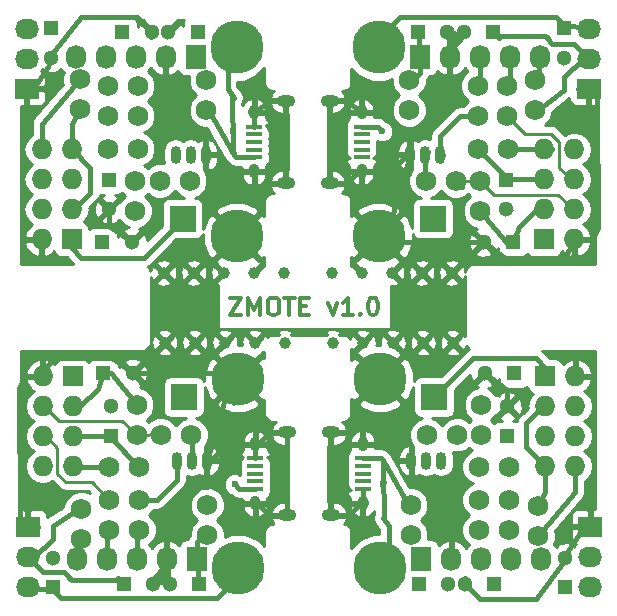
<source format=gtl>
G04 #@! TF.FileFunction,Copper,L1,Top,Signal*
%FSLAX46Y46*%
G04 Gerber Fmt 4.6, Leading zero omitted, Abs format (unit mm)*
G04 Created by KiCad (PCBNEW (after 2015-mar-04 BZR unknown)-product) date 06/27/15 23:08:47*
%MOMM*%
G01*
G04 APERTURE LIST*
%ADD10C,0.100000*%
%ADD11C,0.300000*%
%ADD12O,0.950000X1.250000*%
%ADD13O,1.550000X1.000000*%
%ADD14C,1.000000*%
%ADD15C,1.727200*%
%ADD16R,1.727200X2.032000*%
%ADD17O,1.727200X2.032000*%
%ADD18R,2.235200X2.235200*%
%ADD19R,1.727200X1.727200*%
%ADD20O,1.727200X1.727200*%
%ADD21R,1.300000X1.300000*%
%ADD22C,1.300000*%
%ADD23R,1.350000X0.400000*%
%ADD24O,0.899160X1.501140*%
%ADD25R,2.032000X1.727200*%
%ADD26O,2.032000X1.727200*%
%ADD27C,4.500880*%
%ADD28C,0.600000*%
%ADD29C,0.400000*%
%ADD30C,0.500000*%
%ADD31C,0.250000*%
%ADD32C,0.254000*%
G04 APERTURE END LIST*
D10*
D11*
X168368572Y-124173571D02*
X169368572Y-124173571D01*
X168368572Y-125673571D01*
X169368572Y-125673571D01*
X169940000Y-125673571D02*
X169940000Y-124173571D01*
X170440000Y-125245000D01*
X170940000Y-124173571D01*
X170940000Y-125673571D01*
X171940000Y-124173571D02*
X172225714Y-124173571D01*
X172368572Y-124245000D01*
X172511429Y-124387857D01*
X172582857Y-124673571D01*
X172582857Y-125173571D01*
X172511429Y-125459286D01*
X172368572Y-125602143D01*
X172225714Y-125673571D01*
X171940000Y-125673571D01*
X171797143Y-125602143D01*
X171654286Y-125459286D01*
X171582857Y-125173571D01*
X171582857Y-124673571D01*
X171654286Y-124387857D01*
X171797143Y-124245000D01*
X171940000Y-124173571D01*
X173011429Y-124173571D02*
X173868572Y-124173571D01*
X173440001Y-125673571D02*
X173440001Y-124173571D01*
X174368572Y-124887857D02*
X174868572Y-124887857D01*
X175082858Y-125673571D02*
X174368572Y-125673571D01*
X174368572Y-124173571D01*
X175082858Y-124173571D01*
X176725715Y-124673571D02*
X177082858Y-125673571D01*
X177440000Y-124673571D01*
X178797143Y-125673571D02*
X177940000Y-125673571D01*
X178368572Y-125673571D02*
X178368572Y-124173571D01*
X178225715Y-124387857D01*
X178082857Y-124530714D01*
X177940000Y-124602143D01*
X179440000Y-125530714D02*
X179511428Y-125602143D01*
X179440000Y-125673571D01*
X179368571Y-125602143D01*
X179440000Y-125530714D01*
X179440000Y-125673571D01*
X180440000Y-124173571D02*
X180582857Y-124173571D01*
X180725714Y-124245000D01*
X180797143Y-124316429D01*
X180868572Y-124459286D01*
X180940000Y-124745000D01*
X180940000Y-125102143D01*
X180868572Y-125387857D01*
X180797143Y-125530714D01*
X180725714Y-125602143D01*
X180582857Y-125673571D01*
X180440000Y-125673571D01*
X180297143Y-125602143D01*
X180225714Y-125530714D01*
X180154286Y-125387857D01*
X180082857Y-125102143D01*
X180082857Y-124745000D01*
X180154286Y-124459286D01*
X180225714Y-124316429D01*
X180297143Y-124245000D01*
X180440000Y-124173571D01*
X168368572Y-124173571D02*
X169368572Y-124173571D01*
X168368572Y-125673571D01*
X169368572Y-125673571D01*
X169940000Y-125673571D02*
X169940000Y-124173571D01*
X170440000Y-125245000D01*
X170940000Y-124173571D01*
X170940000Y-125673571D01*
X171940000Y-124173571D02*
X172225714Y-124173571D01*
X172368572Y-124245000D01*
X172511429Y-124387857D01*
X172582857Y-124673571D01*
X172582857Y-125173571D01*
X172511429Y-125459286D01*
X172368572Y-125602143D01*
X172225714Y-125673571D01*
X171940000Y-125673571D01*
X171797143Y-125602143D01*
X171654286Y-125459286D01*
X171582857Y-125173571D01*
X171582857Y-124673571D01*
X171654286Y-124387857D01*
X171797143Y-124245000D01*
X171940000Y-124173571D01*
X173011429Y-124173571D02*
X173868572Y-124173571D01*
X173440001Y-125673571D02*
X173440001Y-124173571D01*
X174368572Y-124887857D02*
X174868572Y-124887857D01*
X175082858Y-125673571D02*
X174368572Y-125673571D01*
X174368572Y-124173571D01*
X175082858Y-124173571D01*
X176725715Y-124673571D02*
X177082858Y-125673571D01*
X177440000Y-124673571D01*
X178797143Y-125673571D02*
X177940000Y-125673571D01*
X178368572Y-125673571D02*
X178368572Y-124173571D01*
X178225715Y-124387857D01*
X178082857Y-124530714D01*
X177940000Y-124602143D01*
X179440000Y-125530714D02*
X179511428Y-125602143D01*
X179440000Y-125673571D01*
X179368571Y-125602143D01*
X179440000Y-125530714D01*
X179440000Y-125673571D01*
X180440000Y-124173571D02*
X180582857Y-124173571D01*
X180725714Y-124245000D01*
X180797143Y-124316429D01*
X180868572Y-124459286D01*
X180940000Y-124745000D01*
X180940000Y-125102143D01*
X180868572Y-125387857D01*
X180797143Y-125530714D01*
X180725714Y-125602143D01*
X180582857Y-125673571D01*
X180440000Y-125673571D01*
X180297143Y-125602143D01*
X180225714Y-125530714D01*
X180154286Y-125387857D01*
X180082857Y-125102143D01*
X180082857Y-124745000D01*
X180154286Y-124459286D01*
X180225714Y-124316429D01*
X180297143Y-124245000D01*
X180440000Y-124173571D01*
D12*
X179642540Y-141590900D03*
X179642540Y-136590900D03*
D13*
X176942540Y-142590900D03*
X176942540Y-135590900D03*
D14*
X177130000Y-127995000D03*
X182210000Y-127995000D03*
X179670000Y-127995000D03*
X184750000Y-127995000D03*
X187290000Y-127995000D03*
D15*
X187630000Y-135795000D03*
X185090000Y-135795000D03*
X191990000Y-143835000D03*
X191990000Y-141295000D03*
X189690000Y-133255000D03*
X189690000Y-135795000D03*
X194490000Y-141855000D03*
X194490000Y-144395000D03*
X192030000Y-138495000D03*
X189490000Y-138495000D03*
X183690000Y-141755000D03*
X183690000Y-144295000D03*
X189490000Y-143835000D03*
X189490000Y-141295000D03*
D16*
X184590000Y-146295000D03*
D17*
X187130000Y-146295000D03*
X189670000Y-146295000D03*
X192210000Y-146295000D03*
X194750000Y-146295000D03*
D18*
X185690000Y-132595000D03*
D19*
X195096000Y-130839000D03*
D20*
X197636000Y-130839000D03*
X195096000Y-133379000D03*
X197636000Y-133379000D03*
X195096000Y-135919000D03*
X197636000Y-135919000D03*
X195096000Y-138459000D03*
X197636000Y-138459000D03*
D21*
X191890000Y-135895000D03*
D22*
X191890000Y-133395000D03*
D21*
X192490000Y-130595000D03*
D22*
X189990000Y-130595000D03*
D21*
X190790000Y-148395000D03*
D22*
X188290000Y-148395000D03*
D21*
X184390000Y-148395000D03*
D22*
X186890000Y-148395000D03*
D23*
X179642540Y-137789100D03*
X179642540Y-138439100D03*
X179642540Y-139089100D03*
X179642540Y-139739100D03*
X179642540Y-140389100D03*
D12*
X179642540Y-136589100D03*
X179642540Y-141589100D03*
D13*
X176942540Y-135589100D03*
X176942540Y-142589100D03*
D24*
X185020000Y-137995000D03*
X183750000Y-137995000D03*
X186290000Y-137995000D03*
D25*
X198890000Y-143595000D03*
D26*
X198890000Y-146135000D03*
X198890000Y-148675000D03*
D21*
X196790000Y-148695000D03*
D22*
X196790000Y-146195000D03*
D27*
X181080000Y-147090000D03*
X181080000Y-131090000D03*
X180980000Y-119000000D03*
X180980000Y-103000000D03*
D21*
X196690000Y-101395000D03*
D22*
X196690000Y-103895000D03*
D25*
X198790000Y-106495000D03*
D26*
X198790000Y-103955000D03*
X198790000Y-101415000D03*
D24*
X184920000Y-112095000D03*
X183650000Y-112095000D03*
X186190000Y-112095000D03*
D12*
X179542540Y-113500900D03*
X179542540Y-108500900D03*
D13*
X176842540Y-114500900D03*
X176842540Y-107500900D03*
D21*
X184290000Y-101695000D03*
D22*
X186790000Y-101695000D03*
D21*
X190690000Y-101695000D03*
D22*
X188190000Y-101695000D03*
D21*
X192390000Y-119495000D03*
D22*
X189890000Y-119495000D03*
D21*
X191790000Y-114195000D03*
D22*
X191790000Y-116695000D03*
D19*
X194996000Y-119251000D03*
D20*
X197536000Y-119251000D03*
X194996000Y-116711000D03*
X197536000Y-116711000D03*
X194996000Y-114171000D03*
X197536000Y-114171000D03*
X194996000Y-111631000D03*
X197536000Y-111631000D03*
D18*
X185590000Y-117495000D03*
D16*
X184490000Y-103795000D03*
D17*
X187030000Y-103795000D03*
X189570000Y-103795000D03*
X192110000Y-103795000D03*
X194650000Y-103795000D03*
D15*
X189390000Y-106255000D03*
X189390000Y-108795000D03*
X183590000Y-108335000D03*
X183590000Y-105795000D03*
X191930000Y-111595000D03*
X189390000Y-111595000D03*
X194190000Y-108335000D03*
X194190000Y-105795000D03*
X189590000Y-116835000D03*
X189590000Y-114295000D03*
X191890000Y-106255000D03*
X191890000Y-108795000D03*
X187530000Y-114295000D03*
X184990000Y-114295000D03*
D14*
X177030000Y-122095000D03*
X182110000Y-122095000D03*
X179570000Y-122095000D03*
X184650000Y-122095000D03*
X187190000Y-122095000D03*
D23*
X179542540Y-109699100D03*
X179542540Y-110349100D03*
X179542540Y-110999100D03*
X179542540Y-111649100D03*
X179542540Y-112299100D03*
D12*
X179542540Y-108499100D03*
X179542540Y-113499100D03*
D13*
X176842540Y-107499100D03*
X176842540Y-114499100D03*
D23*
X170537460Y-140390900D03*
X170537460Y-139740900D03*
X170537460Y-139090900D03*
X170537460Y-138440900D03*
X170537460Y-137790900D03*
D12*
X170537460Y-141590900D03*
X170537460Y-136590900D03*
D13*
X173237460Y-142590900D03*
X173237460Y-135590900D03*
D14*
X173050000Y-127995000D03*
X167970000Y-127995000D03*
X170510000Y-127995000D03*
X165430000Y-127995000D03*
X162890000Y-127995000D03*
D15*
X162550000Y-135795000D03*
X165090000Y-135795000D03*
X158190000Y-143835000D03*
X158190000Y-141295000D03*
X160490000Y-133255000D03*
X160490000Y-135795000D03*
X155790000Y-142055000D03*
X155790000Y-144595000D03*
X158150000Y-138495000D03*
X160690000Y-138495000D03*
X166490000Y-141755000D03*
X166490000Y-144295000D03*
X160690000Y-143835000D03*
X160690000Y-141295000D03*
D16*
X165590000Y-146295000D03*
D17*
X163050000Y-146295000D03*
X160510000Y-146295000D03*
X157970000Y-146295000D03*
X155430000Y-146295000D03*
D18*
X164490000Y-132595000D03*
D19*
X155084000Y-130839000D03*
D20*
X152544000Y-130839000D03*
X155084000Y-133379000D03*
X152544000Y-133379000D03*
X155084000Y-135919000D03*
X152544000Y-135919000D03*
X155084000Y-138459000D03*
X152544000Y-138459000D03*
D21*
X158290000Y-135895000D03*
D22*
X158290000Y-133395000D03*
D21*
X157690000Y-130595000D03*
D22*
X160190000Y-130595000D03*
D21*
X159390000Y-148395000D03*
D22*
X161890000Y-148395000D03*
D21*
X165790000Y-148395000D03*
D22*
X163290000Y-148395000D03*
D12*
X170537460Y-136589100D03*
X170537460Y-141589100D03*
D13*
X173237460Y-135589100D03*
X173237460Y-142589100D03*
D24*
X165160000Y-137995000D03*
X166430000Y-137995000D03*
X163890000Y-137995000D03*
D25*
X151290000Y-143595000D03*
D26*
X151290000Y-146135000D03*
X151290000Y-148675000D03*
D21*
X153390000Y-148695000D03*
D22*
X153390000Y-146195000D03*
D27*
X169100000Y-147090000D03*
X169100000Y-131090000D03*
X169000000Y-119000000D03*
X169000000Y-103000000D03*
D21*
X153290000Y-101395000D03*
D22*
X153290000Y-103895000D03*
D25*
X151190000Y-106495000D03*
D26*
X151190000Y-103955000D03*
X151190000Y-101415000D03*
D24*
X165060000Y-112095000D03*
X166330000Y-112095000D03*
X163790000Y-112095000D03*
D23*
X170437460Y-112300900D03*
X170437460Y-111650900D03*
X170437460Y-111000900D03*
X170437460Y-110350900D03*
X170437460Y-109700900D03*
D12*
X170437460Y-113500900D03*
X170437460Y-108500900D03*
D13*
X173137460Y-114500900D03*
X173137460Y-107500900D03*
D21*
X165690000Y-101695000D03*
D22*
X163190000Y-101695000D03*
D21*
X159290000Y-101695000D03*
D22*
X161790000Y-101695000D03*
D21*
X157590000Y-119495000D03*
D22*
X160090000Y-119495000D03*
D21*
X158190000Y-114195000D03*
D22*
X158190000Y-116695000D03*
D19*
X154984000Y-119251000D03*
D20*
X152444000Y-119251000D03*
X154984000Y-116711000D03*
X152444000Y-116711000D03*
X154984000Y-114171000D03*
X152444000Y-114171000D03*
X154984000Y-111631000D03*
X152444000Y-111631000D03*
D18*
X164390000Y-117495000D03*
D16*
X165490000Y-103795000D03*
D17*
X162950000Y-103795000D03*
X160410000Y-103795000D03*
X157870000Y-103795000D03*
X155330000Y-103795000D03*
D15*
X160590000Y-106255000D03*
X160590000Y-108795000D03*
X166390000Y-108335000D03*
X166390000Y-105795000D03*
X158050000Y-111595000D03*
X160590000Y-111595000D03*
X155690000Y-108235000D03*
X155690000Y-105695000D03*
X160390000Y-116835000D03*
X160390000Y-114295000D03*
X158090000Y-106255000D03*
X158090000Y-108795000D03*
X162450000Y-114295000D03*
X164990000Y-114295000D03*
D14*
X172950000Y-122095000D03*
X167870000Y-122095000D03*
X170410000Y-122095000D03*
X165330000Y-122095000D03*
X162790000Y-122095000D03*
D12*
X170437460Y-108499100D03*
X170437460Y-113499100D03*
D13*
X173137460Y-107499100D03*
X173137460Y-114499100D03*
D28*
X168690000Y-110095000D03*
X168790000Y-139995000D03*
X181290000Y-110095000D03*
X181390000Y-139995000D03*
D29*
X167525000Y-101700000D02*
X168620000Y-102795000D01*
X166752900Y-108697900D02*
X166390000Y-108335000D01*
X166879900Y-108824900D02*
X166390000Y-108335000D01*
X168700000Y-112120900D02*
X166879900Y-108824900D01*
X168690000Y-111548616D02*
X168612671Y-107123202D01*
X168700000Y-112120900D02*
X168690000Y-111548616D01*
X168162000Y-103253000D02*
X168620000Y-102795000D01*
X168162000Y-103253000D02*
X168192000Y-106551000D01*
X168192000Y-106551000D02*
X168739671Y-107250202D01*
X168612671Y-107123202D02*
X168739671Y-107250202D01*
X168690000Y-110295000D02*
X168690000Y-111548616D01*
X168668484Y-110295000D02*
X168690000Y-110295000D01*
X168668101Y-110295383D02*
X168668484Y-110295000D01*
X168689617Y-110295383D02*
X168668101Y-110295383D01*
X168690000Y-110295000D02*
X168689617Y-110295383D01*
X168880000Y-112300900D02*
X168700000Y-112120900D01*
X170437460Y-112300900D02*
X168880000Y-112300900D01*
X168690000Y-110095000D02*
X168690000Y-110295000D01*
X170537460Y-140390900D02*
X169185900Y-140390900D01*
X169185900Y-140390900D02*
X168790000Y-139995000D01*
X153390000Y-148940000D02*
X151417000Y-148802000D01*
X154067382Y-149650960D02*
X153390000Y-148940000D01*
X167276000Y-149635000D02*
X154067382Y-149650960D01*
D30*
X168135000Y-146710000D02*
X168720000Y-147295000D01*
D31*
X168135000Y-146710000D02*
X168720000Y-147295000D01*
D29*
X151417000Y-148802000D02*
X151290000Y-148675000D01*
X168720000Y-147295000D02*
X168720000Y-148186000D01*
X168720000Y-148186000D02*
X167276000Y-149635000D01*
D31*
X168720000Y-147295000D02*
X168720000Y-148440000D01*
X151290000Y-148675000D02*
X151925000Y-148675000D01*
X168720000Y-149075000D02*
X168720000Y-147295000D01*
X181360000Y-101015000D02*
X181360000Y-102795000D01*
X198790000Y-101415000D02*
X198155000Y-101415000D01*
X181360000Y-102795000D02*
X181360000Y-101650000D01*
D29*
X181360000Y-101904000D02*
X182804000Y-100455000D01*
X181360000Y-102795000D02*
X181360000Y-101904000D01*
X198663000Y-101288000D02*
X198790000Y-101415000D01*
D31*
X181945000Y-103380000D02*
X181360000Y-102795000D01*
D30*
X181945000Y-103380000D02*
X181360000Y-102795000D01*
D29*
X182804000Y-100455000D02*
X196012618Y-100439040D01*
X196012618Y-100439040D02*
X196690000Y-101150000D01*
X196690000Y-101150000D02*
X198663000Y-101288000D01*
X180894100Y-109699100D02*
X181290000Y-110095000D01*
X179542540Y-109699100D02*
X180894100Y-109699100D01*
X181390000Y-139995000D02*
X181390000Y-139795000D01*
X179642540Y-137789100D02*
X181200000Y-137789100D01*
X181200000Y-137789100D02*
X181380000Y-137969100D01*
X181390000Y-139795000D02*
X181390383Y-139794617D01*
X181390383Y-139794617D02*
X181411899Y-139794617D01*
X181411899Y-139794617D02*
X181411516Y-139795000D01*
X181411516Y-139795000D02*
X181390000Y-139795000D01*
X181390000Y-139795000D02*
X181390000Y-138541384D01*
X181467329Y-142966798D02*
X181340329Y-142839798D01*
X181888000Y-143539000D02*
X181340329Y-142839798D01*
X181918000Y-146837000D02*
X181888000Y-143539000D01*
X181918000Y-146837000D02*
X181460000Y-147295000D01*
X181380000Y-137969100D02*
X181390000Y-138541384D01*
X181390000Y-138541384D02*
X181467329Y-142966798D01*
X181380000Y-137969100D02*
X183200100Y-141265100D01*
X183200100Y-141265100D02*
X183690000Y-141755000D01*
X183327100Y-141392100D02*
X183690000Y-141755000D01*
X182555000Y-148390000D02*
X181460000Y-147295000D01*
D31*
X151230000Y-106535000D02*
X151190000Y-106495000D01*
D29*
X161740000Y-101979000D02*
X161740000Y-102146000D01*
X158190000Y-118095000D02*
X158190000Y-116695000D01*
X160090000Y-119495000D02*
X158190000Y-118095000D01*
X152952000Y-104633000D02*
X153290000Y-103895000D01*
X151685000Y-106495000D02*
X152952000Y-104633000D01*
X151190000Y-106495000D02*
X151685000Y-106495000D01*
X153290000Y-103665000D02*
X155790000Y-100395000D01*
X153290000Y-103895000D02*
X153290000Y-103665000D01*
X155790000Y-100395000D02*
X160490000Y-100395000D01*
X160490000Y-100395000D02*
X161790000Y-101695000D01*
X173127460Y-107395900D02*
X173127460Y-114395900D01*
X170427460Y-108395900D02*
X170427460Y-108157540D01*
X173127460Y-114395900D02*
X172990900Y-114395900D01*
X166390000Y-112095000D02*
X166330000Y-112095000D01*
X170437460Y-109700900D02*
X170437460Y-108500900D01*
X171584100Y-107500900D02*
X173137460Y-107500900D01*
X170584100Y-108500900D02*
X171584100Y-107500900D01*
X173137460Y-107500900D02*
X173137460Y-114500900D01*
X173137460Y-114500900D02*
X173095900Y-114500900D01*
X166390000Y-112095000D02*
X166330000Y-112095000D01*
X170437460Y-113500900D02*
X170695900Y-113500900D01*
X166590000Y-112095000D02*
X166330000Y-112095000D01*
X166490000Y-140095000D02*
X167290000Y-140095000D01*
X168784100Y-141589100D02*
X170537460Y-141589100D01*
X167290000Y-140095000D02*
X168784100Y-141589100D01*
X170537460Y-141589100D02*
X170684100Y-141589100D01*
X170684100Y-141589100D02*
X171684100Y-142589100D01*
X171684100Y-142589100D02*
X173237460Y-142589100D01*
X170537460Y-136589100D02*
X168095900Y-136589100D01*
X168095900Y-136589100D02*
X166690000Y-137995000D01*
X166690000Y-137995000D02*
X166430000Y-137995000D01*
X173237460Y-135589100D02*
X171795900Y-135589100D01*
X171795900Y-135589100D02*
X170795900Y-136589100D01*
X170795900Y-136589100D02*
X170537460Y-136589100D01*
X166490000Y-140195000D02*
X166490000Y-140095000D01*
X166490000Y-140095000D02*
X166490000Y-138055000D01*
X166490000Y-138055000D02*
X166430000Y-137995000D01*
X163050000Y-146295000D02*
X163050000Y-143035000D01*
X165890000Y-140195000D02*
X166490000Y-140195000D01*
X163050000Y-143035000D02*
X165890000Y-140195000D01*
X152544000Y-130839000D02*
X152544000Y-130341000D01*
X152544000Y-130341000D02*
X153590000Y-129295000D01*
X158390000Y-129295000D02*
X160190000Y-130595000D01*
X153590000Y-129295000D02*
X158390000Y-129295000D01*
X166430000Y-137995000D02*
X166430000Y-137955000D01*
X160190000Y-130595000D02*
X168605000Y-130595000D01*
X168605000Y-130595000D02*
X169100000Y-131090000D01*
X161840000Y-148111000D02*
X162388000Y-148111000D01*
X162388000Y-148111000D02*
X163050000Y-147311000D01*
X163050000Y-147311000D02*
X163050000Y-146295000D01*
X163050000Y-146295000D02*
X163250000Y-148355000D01*
X163250000Y-148355000D02*
X163290000Y-148395000D01*
X163290000Y-148395000D02*
X161840000Y-148111000D01*
X163050000Y-146295000D02*
X163050000Y-146763000D01*
X163050000Y-146763000D02*
X161840000Y-148111000D01*
X151290000Y-143595000D02*
X152179000Y-143595000D01*
X152544000Y-130839000D02*
X151020000Y-130839000D01*
X151020000Y-130839000D02*
X150545602Y-131795579D01*
X150545602Y-131795579D02*
X150589714Y-142789659D01*
X150589714Y-142789659D02*
X151290000Y-143595000D01*
X168673000Y-131347000D02*
X168750000Y-131270000D01*
X168750000Y-131270000D02*
X167159000Y-131270000D01*
X168750000Y-131270000D02*
X168369000Y-131270000D01*
X168369000Y-131270000D02*
X166430000Y-137995000D01*
X173227460Y-135694100D02*
X173227460Y-142694100D01*
X151417000Y-143722000D02*
X151290000Y-143595000D01*
D30*
X168750000Y-131270000D02*
X168750000Y-133075000D01*
D31*
X152544000Y-130839000D02*
X151909000Y-130839000D01*
X157782000Y-133355000D02*
X158417000Y-133355000D01*
X166430000Y-137995000D02*
X166470000Y-137995000D01*
X151330000Y-143555000D02*
X151290000Y-143595000D01*
D29*
X162996000Y-147887000D02*
X162996000Y-148141000D01*
X162996000Y-148648000D02*
X163290000Y-148648000D01*
X187084000Y-101442000D02*
X186790000Y-101442000D01*
X187084000Y-102203000D02*
X187084000Y-101949000D01*
D31*
X198750000Y-106535000D02*
X198790000Y-106495000D01*
X183650000Y-112095000D02*
X183610000Y-112095000D01*
X192298000Y-116735000D02*
X191663000Y-116735000D01*
X197536000Y-119251000D02*
X198171000Y-119251000D01*
D30*
X181330000Y-118820000D02*
X181330000Y-117015000D01*
D29*
X198663000Y-106368000D02*
X198790000Y-106495000D01*
X176852540Y-114395900D02*
X176852540Y-107395900D01*
X181711000Y-118820000D02*
X183650000Y-112095000D01*
X181330000Y-118820000D02*
X181711000Y-118820000D01*
X181330000Y-118820000D02*
X182921000Y-118820000D01*
X181407000Y-118743000D02*
X181330000Y-118820000D01*
X199490286Y-107300341D02*
X198790000Y-106495000D01*
X199534398Y-118294421D02*
X199490286Y-107300341D01*
X199060000Y-119251000D02*
X199534398Y-118294421D01*
X197536000Y-119251000D02*
X199060000Y-119251000D01*
X198790000Y-106495000D02*
X197901000Y-106495000D01*
X187030000Y-103327000D02*
X188240000Y-101979000D01*
X187030000Y-103795000D02*
X187030000Y-103327000D01*
X186790000Y-101695000D02*
X188240000Y-101979000D01*
X186830000Y-101735000D02*
X186790000Y-101695000D01*
X187030000Y-103795000D02*
X186830000Y-101735000D01*
X187030000Y-102779000D02*
X187030000Y-103795000D01*
X187692000Y-101979000D02*
X187030000Y-102779000D01*
X188240000Y-101979000D02*
X187692000Y-101979000D01*
X181475000Y-119495000D02*
X180980000Y-119000000D01*
X189890000Y-119495000D02*
X181475000Y-119495000D01*
X183650000Y-112095000D02*
X183650000Y-112135000D01*
X196490000Y-120795000D02*
X191690000Y-120795000D01*
X191690000Y-120795000D02*
X189890000Y-119495000D01*
X197536000Y-119749000D02*
X196490000Y-120795000D01*
X197536000Y-119251000D02*
X197536000Y-119749000D01*
X187030000Y-107055000D02*
X184190000Y-109895000D01*
X184190000Y-109895000D02*
X183590000Y-109895000D01*
X187030000Y-103795000D02*
X187030000Y-107055000D01*
X183590000Y-112035000D02*
X183650000Y-112095000D01*
X183590000Y-109995000D02*
X183590000Y-112035000D01*
X183590000Y-109895000D02*
X183590000Y-109995000D01*
X179284100Y-113500900D02*
X179542540Y-113500900D01*
X178284100Y-114500900D02*
X179284100Y-113500900D01*
X176842540Y-114500900D02*
X178284100Y-114500900D01*
X183390000Y-112095000D02*
X183650000Y-112095000D01*
X181984100Y-113500900D02*
X183390000Y-112095000D01*
X179542540Y-113500900D02*
X181984100Y-113500900D01*
X178395900Y-107500900D02*
X176842540Y-107500900D01*
X179395900Y-108500900D02*
X178395900Y-107500900D01*
X179542540Y-108500900D02*
X179395900Y-108500900D01*
X181295900Y-108500900D02*
X179542540Y-108500900D01*
X182790000Y-109995000D02*
X181295900Y-108500900D01*
X183590000Y-109995000D02*
X182790000Y-109995000D01*
X183490000Y-137995000D02*
X183750000Y-137995000D01*
X179642540Y-136589100D02*
X179384100Y-136589100D01*
X183690000Y-137995000D02*
X183750000Y-137995000D01*
X176942540Y-135589100D02*
X176984100Y-135589100D01*
X176942540Y-142589100D02*
X176942540Y-135589100D01*
X179495900Y-141589100D02*
X178495900Y-142589100D01*
X178495900Y-142589100D02*
X176942540Y-142589100D01*
X179642540Y-140389100D02*
X179642540Y-141589100D01*
X183690000Y-137995000D02*
X183750000Y-137995000D01*
X176952540Y-135694100D02*
X177089100Y-135694100D01*
X179652540Y-141694100D02*
X179652540Y-141932460D01*
X176952540Y-142694100D02*
X176952540Y-135694100D01*
X189590000Y-149695000D02*
X188290000Y-148395000D01*
X194290000Y-149695000D02*
X189590000Y-149695000D01*
X196790000Y-146195000D02*
X196790000Y-146425000D01*
X196790000Y-146425000D02*
X194290000Y-149695000D01*
X198890000Y-143595000D02*
X198395000Y-143595000D01*
X198395000Y-143595000D02*
X197128000Y-145457000D01*
X197128000Y-145457000D02*
X196790000Y-146195000D01*
X189990000Y-130595000D02*
X191890000Y-131995000D01*
X191890000Y-131995000D02*
X191890000Y-133395000D01*
X188340000Y-148111000D02*
X188340000Y-147944000D01*
D31*
X198850000Y-143555000D02*
X198890000Y-143595000D01*
D29*
X170537460Y-137790900D02*
X170537460Y-136590900D01*
X179642540Y-140389100D02*
X179642540Y-141590900D01*
X155492000Y-114171000D02*
X154984000Y-114171000D01*
X155084000Y-135919000D02*
X158266000Y-135919000D01*
X158266000Y-135919000D02*
X158290000Y-135895000D01*
X158290000Y-135895000D02*
X158290000Y-136095000D01*
X158290000Y-136095000D02*
X160690000Y-138495000D01*
X155084000Y-135919000D02*
X155414000Y-135919000D01*
X160690000Y-138495000D02*
X161071000Y-138495000D01*
X189390000Y-111595000D02*
X189009000Y-111595000D01*
X194996000Y-114171000D02*
X194666000Y-114171000D01*
X191790000Y-113995000D02*
X189390000Y-111595000D01*
X191790000Y-114195000D02*
X191790000Y-113995000D01*
X191814000Y-114171000D02*
X191790000Y-114195000D01*
X194996000Y-114171000D02*
X191814000Y-114171000D01*
X194588000Y-135919000D02*
X195096000Y-135919000D01*
D31*
X154984000Y-116711000D02*
X154984000Y-116076000D01*
D29*
X156590000Y-115295000D02*
X156590000Y-113237000D01*
X156590000Y-113237000D02*
X154984000Y-111631000D01*
X155174000Y-116711000D02*
X156590000Y-115295000D01*
X154984000Y-116711000D02*
X155174000Y-116711000D01*
X158014000Y-111631000D02*
X158050000Y-111595000D01*
X154984000Y-109441000D02*
X155690000Y-108235000D01*
X154984000Y-111631000D02*
X154984000Y-109441000D01*
X154790000Y-147895000D02*
X154990000Y-148095000D01*
X154790000Y-147795000D02*
X154790000Y-147895000D01*
X154390000Y-147395000D02*
X154790000Y-147795000D01*
X152590000Y-147395000D02*
X154390000Y-147395000D01*
X151290000Y-146135000D02*
X151330000Y-146135000D01*
X151330000Y-146135000D02*
X152590000Y-147395000D01*
X154990000Y-148095000D02*
X159090000Y-148095000D01*
X159090000Y-148095000D02*
X159390000Y-148395000D01*
X155790000Y-142055000D02*
X155530000Y-142055000D01*
X155530000Y-142055000D02*
X153390000Y-143495000D01*
X153390000Y-144595000D02*
X151795000Y-146135000D01*
X153390000Y-143495000D02*
X153390000Y-144595000D01*
X151795000Y-146135000D02*
X151290000Y-146135000D01*
X158150000Y-138495000D02*
X155120000Y-138495000D01*
X155120000Y-138495000D02*
X155084000Y-138459000D01*
X157690000Y-130595000D02*
X158330000Y-130595000D01*
X158330000Y-130595000D02*
X160490000Y-133255000D01*
X157690000Y-130595000D02*
X157190000Y-131895000D01*
X157190000Y-131895000D02*
X155706000Y-133379000D01*
X155706000Y-133379000D02*
X155084000Y-133379000D01*
X158150000Y-138495000D02*
X158150000Y-138455000D01*
X160366000Y-133379000D02*
X160490000Y-133255000D01*
X158086000Y-138559000D02*
X158150000Y-138495000D01*
X151290000Y-146135000D02*
X151325000Y-146135000D01*
X158890000Y-147895000D02*
X159390000Y-148395000D01*
X151290000Y-146135000D02*
X151290000Y-146262000D01*
X160490000Y-132747000D02*
X160490000Y-133255000D01*
X158150000Y-138495000D02*
X158150000Y-137987000D01*
X155084000Y-133379000D02*
X155592000Y-133379000D01*
X160490000Y-132747000D02*
X160490000Y-133255000D01*
X155084000Y-138459000D02*
X154449000Y-138459000D01*
X158150000Y-138495000D02*
X158150000Y-138495000D01*
D30*
X151925000Y-146770000D02*
X151290000Y-146135000D01*
D31*
X155044000Y-133339000D02*
X155084000Y-133379000D01*
X195036000Y-116751000D02*
X194996000Y-116711000D01*
D30*
X198155000Y-103320000D02*
X198790000Y-103955000D01*
D29*
X191930000Y-111595000D02*
X191930000Y-111595000D01*
X194996000Y-111631000D02*
X195631000Y-111631000D01*
X189590000Y-117343000D02*
X189590000Y-116835000D01*
X194996000Y-116711000D02*
X194488000Y-116711000D01*
X191930000Y-111595000D02*
X191930000Y-112103000D01*
X189590000Y-117343000D02*
X189590000Y-116835000D01*
X198790000Y-103955000D02*
X198790000Y-103828000D01*
X191190000Y-102195000D02*
X190690000Y-101695000D01*
X198790000Y-103955000D02*
X198755000Y-103955000D01*
X191994000Y-111531000D02*
X191930000Y-111595000D01*
X189714000Y-116711000D02*
X189590000Y-116835000D01*
X191930000Y-111595000D02*
X191930000Y-111635000D01*
X194374000Y-116711000D02*
X194996000Y-116711000D01*
X192890000Y-118195000D02*
X194374000Y-116711000D01*
X192390000Y-119495000D02*
X192890000Y-118195000D01*
X191750000Y-119495000D02*
X189590000Y-116835000D01*
X192390000Y-119495000D02*
X191750000Y-119495000D01*
X194960000Y-111595000D02*
X194996000Y-111631000D01*
X191930000Y-111595000D02*
X194960000Y-111595000D01*
X198285000Y-103955000D02*
X198790000Y-103955000D01*
X196690000Y-106595000D02*
X196690000Y-105495000D01*
X196690000Y-105495000D02*
X198285000Y-103955000D01*
X194450000Y-108335000D02*
X196690000Y-106595000D01*
X194190000Y-108335000D02*
X194450000Y-108335000D01*
X190990000Y-101995000D02*
X190690000Y-101695000D01*
X195090000Y-101995000D02*
X190990000Y-101995000D01*
X198750000Y-103955000D02*
X197490000Y-102695000D01*
X198790000Y-103955000D02*
X198750000Y-103955000D01*
X197490000Y-102695000D02*
X195690000Y-102695000D01*
X195690000Y-102695000D02*
X195290000Y-102295000D01*
X195290000Y-102295000D02*
X195290000Y-102195000D01*
X195290000Y-102195000D02*
X195090000Y-101995000D01*
X195096000Y-138459000D02*
X195096000Y-140649000D01*
X195096000Y-140649000D02*
X194490000Y-141855000D01*
X192066000Y-138459000D02*
X192030000Y-138495000D01*
X195096000Y-133379000D02*
X194906000Y-133379000D01*
X194906000Y-133379000D02*
X193490000Y-134795000D01*
X193490000Y-136853000D02*
X195096000Y-138459000D01*
X193490000Y-134795000D02*
X193490000Y-136853000D01*
D31*
X195096000Y-133379000D02*
X195096000Y-134014000D01*
D29*
X165490000Y-103795000D02*
X165490000Y-103287000D01*
X166490000Y-144295000D02*
X166190000Y-144295000D01*
X166190000Y-144295000D02*
X165590000Y-144895000D01*
X165590000Y-144895000D02*
X165590000Y-146295000D01*
X165590000Y-146295000D02*
X165790000Y-148395000D01*
D31*
X165750000Y-148648000D02*
X165790000Y-148648000D01*
X184330000Y-101442000D02*
X184290000Y-101442000D01*
D29*
X184490000Y-103795000D02*
X184290000Y-101695000D01*
X184490000Y-105195000D02*
X184490000Y-103795000D01*
X183890000Y-105795000D02*
X184490000Y-105195000D01*
X183590000Y-105795000D02*
X183890000Y-105795000D01*
X184590000Y-146295000D02*
X184590000Y-146803000D01*
X165160000Y-137995000D02*
X165160000Y-135865000D01*
X165160000Y-135865000D02*
X165090000Y-135795000D01*
X165160000Y-137995000D02*
X165160000Y-138249000D01*
X164906000Y-138249000D02*
X165160000Y-137995000D01*
X185174000Y-111841000D02*
X184920000Y-112095000D01*
X184920000Y-112095000D02*
X184920000Y-111841000D01*
X184920000Y-114225000D02*
X184990000Y-114295000D01*
X184920000Y-112095000D02*
X184920000Y-114225000D01*
D31*
X161815000Y-114295000D02*
X162450000Y-114295000D01*
X152544000Y-133379000D02*
X152674000Y-133379000D01*
X152674000Y-133379000D02*
X153890000Y-134595000D01*
X159290000Y-134595000D02*
X160490000Y-135795000D01*
X153890000Y-134595000D02*
X159290000Y-134595000D01*
X160490000Y-135795000D02*
X162590000Y-135755000D01*
X162590000Y-135755000D02*
X162550000Y-135795000D01*
X160490000Y-135795000D02*
X160090000Y-135795000D01*
D29*
X152544000Y-133379000D02*
X152036000Y-133379000D01*
X162042000Y-135287000D02*
X162550000Y-135795000D01*
X162550000Y-135795000D02*
X162550000Y-135287000D01*
D31*
X162550000Y-135795000D02*
X163185000Y-135795000D01*
X187530000Y-114295000D02*
X186895000Y-114295000D01*
D29*
X187530000Y-114295000D02*
X187530000Y-114803000D01*
X188038000Y-114803000D02*
X187530000Y-114295000D01*
X197536000Y-116711000D02*
X198044000Y-116711000D01*
D31*
X189590000Y-114295000D02*
X189990000Y-114295000D01*
X187490000Y-114335000D02*
X187530000Y-114295000D01*
X189590000Y-114295000D02*
X187490000Y-114335000D01*
X196190000Y-115495000D02*
X190790000Y-115495000D01*
X190790000Y-115495000D02*
X189590000Y-114295000D01*
X197406000Y-116711000D02*
X196190000Y-115495000D01*
X197536000Y-116711000D02*
X197406000Y-116711000D01*
X188265000Y-135795000D02*
X187630000Y-135795000D01*
D29*
X152444000Y-114171000D02*
X151936000Y-114171000D01*
D31*
X152544000Y-135919000D02*
X152814000Y-135919000D01*
X152814000Y-135919000D02*
X153790000Y-136895000D01*
X156690000Y-139795000D02*
X158190000Y-141295000D01*
X154490000Y-139795000D02*
X156690000Y-139795000D01*
X153790000Y-139095000D02*
X154490000Y-139795000D01*
X153790000Y-136895000D02*
X153790000Y-139095000D01*
X196290000Y-113195000D02*
X196290000Y-110995000D01*
X196290000Y-110995000D02*
X195590000Y-110295000D01*
X195590000Y-110295000D02*
X193390000Y-110295000D01*
X193390000Y-110295000D02*
X191890000Y-108795000D01*
X197266000Y-114171000D02*
X196290000Y-113195000D01*
X197536000Y-114171000D02*
X197266000Y-114171000D01*
D29*
X197636000Y-135919000D02*
X198144000Y-135919000D01*
D31*
X159775000Y-103795000D02*
X160370000Y-103795000D01*
D29*
X160510000Y-146295000D02*
X160510000Y-144015000D01*
X160510000Y-144015000D02*
X160690000Y-143835000D01*
X189570000Y-106075000D02*
X189390000Y-106255000D01*
X189570000Y-103795000D02*
X189570000Y-106075000D01*
D31*
X190305000Y-146295000D02*
X189710000Y-146295000D01*
D29*
X157970000Y-146295000D02*
X157970000Y-144055000D01*
X157970000Y-144055000D02*
X158190000Y-143835000D01*
X192110000Y-106035000D02*
X191890000Y-106255000D01*
X192110000Y-103795000D02*
X192110000Y-106035000D01*
X163890000Y-137995000D02*
X163890000Y-139595000D01*
X162190000Y-141295000D02*
X160690000Y-141295000D01*
X163890000Y-139595000D02*
X162190000Y-141295000D01*
X163890000Y-137995000D02*
X163890000Y-138503000D01*
X163890000Y-137995000D02*
X163890000Y-137487000D01*
X163890000Y-137995000D02*
X163636000Y-137995000D01*
X186190000Y-112095000D02*
X186444000Y-112095000D01*
X186190000Y-112095000D02*
X186190000Y-112603000D01*
X186190000Y-112095000D02*
X186190000Y-111587000D01*
X186190000Y-110495000D02*
X187890000Y-108795000D01*
X187890000Y-108795000D02*
X189390000Y-108795000D01*
X186190000Y-112095000D02*
X186190000Y-110495000D01*
D31*
X155619000Y-119251000D02*
X155619000Y-119886000D01*
D29*
X161090000Y-120795000D02*
X164390000Y-117495000D01*
X155790000Y-120795000D02*
X161090000Y-120795000D01*
X154984000Y-119989000D02*
X155790000Y-120795000D01*
X154984000Y-119251000D02*
X154984000Y-119989000D01*
X195096000Y-130839000D02*
X195096000Y-130101000D01*
X195096000Y-130101000D02*
X194290000Y-129295000D01*
X194290000Y-129295000D02*
X188990000Y-129295000D01*
X188990000Y-129295000D02*
X185690000Y-132595000D01*
D31*
X194461000Y-130839000D02*
X194461000Y-130204000D01*
D29*
X152444000Y-111631000D02*
X152698000Y-111631000D01*
X152444000Y-109441000D02*
X155690000Y-105695000D01*
X152444000Y-111631000D02*
X152444000Y-109441000D01*
X155430000Y-146295000D02*
X155430000Y-144955000D01*
X155430000Y-144955000D02*
X155790000Y-144595000D01*
D31*
X155430000Y-144955000D02*
X155790000Y-144595000D01*
D29*
X152544000Y-138459000D02*
X152544000Y-138967000D01*
X152544000Y-138874998D02*
X152544000Y-138459000D01*
X152544000Y-138459000D02*
X153052000Y-138459000D01*
X197536000Y-111631000D02*
X197028000Y-111631000D01*
X197536000Y-111215002D02*
X197536000Y-111631000D01*
X197536000Y-111631000D02*
X197536000Y-111123000D01*
D31*
X194550000Y-105435000D02*
X194190000Y-105795000D01*
D29*
X194550000Y-105435000D02*
X194190000Y-105795000D01*
X194650000Y-103795000D02*
X194550000Y-105435000D01*
X197636000Y-138459000D02*
X197636000Y-140649000D01*
X197636000Y-140649000D02*
X194490000Y-144395000D01*
X197636000Y-138459000D02*
X197382000Y-138459000D01*
D32*
G36*
X153483747Y-103909142D02*
X153304142Y-104088747D01*
X153290000Y-104074605D01*
X153275857Y-104088747D01*
X153096252Y-103909142D01*
X153110395Y-103895000D01*
X153096252Y-103880857D01*
X153275857Y-103701252D01*
X153290000Y-103715395D01*
X153304142Y-103701252D01*
X153483747Y-103880857D01*
X153469605Y-103895000D01*
X153483747Y-103909142D01*
X153483747Y-103909142D01*
G37*
X153483747Y-103909142D02*
X153304142Y-104088747D01*
X153290000Y-104074605D01*
X153275857Y-104088747D01*
X153096252Y-103909142D01*
X153110395Y-103895000D01*
X153096252Y-103880857D01*
X153275857Y-103701252D01*
X153290000Y-103715395D01*
X153304142Y-103701252D01*
X153483747Y-103880857D01*
X153469605Y-103895000D01*
X153483747Y-103909142D01*
G36*
X153583747Y-146209142D02*
X153404142Y-146388747D01*
X153390000Y-146374605D01*
X153375857Y-146388747D01*
X153196252Y-146209142D01*
X153210395Y-146195000D01*
X153196252Y-146180857D01*
X153375857Y-146001252D01*
X153390000Y-146015395D01*
X153404142Y-146001252D01*
X153583747Y-146180857D01*
X153569605Y-146195000D01*
X153583747Y-146209142D01*
X153583747Y-146209142D01*
G37*
X153583747Y-146209142D02*
X153404142Y-146388747D01*
X153390000Y-146374605D01*
X153375857Y-146388747D01*
X153196252Y-146209142D01*
X153210395Y-146195000D01*
X153196252Y-146180857D01*
X153375857Y-146001252D01*
X153390000Y-146015395D01*
X153404142Y-146001252D01*
X153583747Y-146180857D01*
X153569605Y-146195000D01*
X153583747Y-146209142D01*
G36*
X155129132Y-121315000D02*
X152317000Y-121315000D01*
X152317000Y-120585469D01*
X152317000Y-119378000D01*
X151110183Y-119378000D01*
X150989042Y-119610026D01*
X151161312Y-120025947D01*
X151555510Y-120457821D01*
X152084973Y-120705968D01*
X152317000Y-120585469D01*
X152317000Y-121315000D01*
X150685000Y-121315000D01*
X150685000Y-107993600D01*
X150904250Y-107993600D01*
X151063000Y-107834850D01*
X151063000Y-106622000D01*
X151043000Y-106622000D01*
X151043000Y-106368000D01*
X151063000Y-106368000D01*
X151063000Y-106348000D01*
X151317000Y-106348000D01*
X151317000Y-106368000D01*
X152682250Y-106368000D01*
X152841000Y-106209250D01*
X152841000Y-105757709D01*
X152841000Y-105505090D01*
X152744327Y-105271701D01*
X152565698Y-105093073D01*
X152412219Y-105029500D01*
X152434415Y-105014670D01*
X152573579Y-104806395D01*
X152626271Y-105024611D01*
X153109078Y-105192622D01*
X153619428Y-105163083D01*
X153953729Y-105024611D01*
X154009409Y-104794017D01*
X154124870Y-104909478D01*
X154160021Y-104874326D01*
X154270330Y-105039415D01*
X154324526Y-105075627D01*
X154191661Y-105395602D01*
X154191141Y-105991782D01*
X154235315Y-106098693D01*
X152841000Y-107707782D01*
X152841000Y-107484910D01*
X152841000Y-107232291D01*
X152841000Y-106780750D01*
X152682250Y-106622000D01*
X151317000Y-106622000D01*
X151317000Y-107834850D01*
X151475750Y-107993600D01*
X152332309Y-107993600D01*
X152565698Y-107896927D01*
X152744327Y-107718299D01*
X152841000Y-107484910D01*
X152841000Y-107707782D01*
X151812955Y-108894184D01*
X151746813Y-109010332D01*
X151672561Y-109121459D01*
X151666671Y-109151065D01*
X151651733Y-109177299D01*
X151635074Y-109309915D01*
X151609000Y-109441000D01*
X151609000Y-110401593D01*
X151354971Y-110571330D01*
X151030115Y-111057511D01*
X150916041Y-111631000D01*
X151030115Y-112204489D01*
X151354971Y-112690670D01*
X151669751Y-112901000D01*
X151354971Y-113111330D01*
X151030115Y-113597511D01*
X150916041Y-114171000D01*
X151030115Y-114744489D01*
X151354971Y-115230670D01*
X151669751Y-115441000D01*
X151354971Y-115651330D01*
X151030115Y-116137511D01*
X150916041Y-116711000D01*
X151030115Y-117284489D01*
X151354971Y-117770670D01*
X151678228Y-117986663D01*
X151555510Y-118044179D01*
X151161312Y-118476053D01*
X150989042Y-118891974D01*
X151110183Y-119124000D01*
X152317000Y-119124000D01*
X152317000Y-119104000D01*
X152571000Y-119104000D01*
X152571000Y-119124000D01*
X152591000Y-119124000D01*
X152591000Y-119378000D01*
X152571000Y-119378000D01*
X152571000Y-120585469D01*
X152803027Y-120705968D01*
X153332490Y-120457821D01*
X153503253Y-120270736D01*
X153519937Y-120356723D01*
X153659727Y-120569527D01*
X153870760Y-120711977D01*
X154120400Y-120762040D01*
X154576172Y-120762040D01*
X155129132Y-121315000D01*
X155129132Y-121315000D01*
G37*
X155129132Y-121315000D02*
X152317000Y-121315000D01*
X152317000Y-120585469D01*
X152317000Y-119378000D01*
X151110183Y-119378000D01*
X150989042Y-119610026D01*
X151161312Y-120025947D01*
X151555510Y-120457821D01*
X152084973Y-120705968D01*
X152317000Y-120585469D01*
X152317000Y-121315000D01*
X150685000Y-121315000D01*
X150685000Y-107993600D01*
X150904250Y-107993600D01*
X151063000Y-107834850D01*
X151063000Y-106622000D01*
X151043000Y-106622000D01*
X151043000Y-106368000D01*
X151063000Y-106368000D01*
X151063000Y-106348000D01*
X151317000Y-106348000D01*
X151317000Y-106368000D01*
X152682250Y-106368000D01*
X152841000Y-106209250D01*
X152841000Y-105757709D01*
X152841000Y-105505090D01*
X152744327Y-105271701D01*
X152565698Y-105093073D01*
X152412219Y-105029500D01*
X152434415Y-105014670D01*
X152573579Y-104806395D01*
X152626271Y-105024611D01*
X153109078Y-105192622D01*
X153619428Y-105163083D01*
X153953729Y-105024611D01*
X154009409Y-104794017D01*
X154124870Y-104909478D01*
X154160021Y-104874326D01*
X154270330Y-105039415D01*
X154324526Y-105075627D01*
X154191661Y-105395602D01*
X154191141Y-105991782D01*
X154235315Y-106098693D01*
X152841000Y-107707782D01*
X152841000Y-107484910D01*
X152841000Y-107232291D01*
X152841000Y-106780750D01*
X152682250Y-106622000D01*
X151317000Y-106622000D01*
X151317000Y-107834850D01*
X151475750Y-107993600D01*
X152332309Y-107993600D01*
X152565698Y-107896927D01*
X152744327Y-107718299D01*
X152841000Y-107484910D01*
X152841000Y-107707782D01*
X151812955Y-108894184D01*
X151746813Y-109010332D01*
X151672561Y-109121459D01*
X151666671Y-109151065D01*
X151651733Y-109177299D01*
X151635074Y-109309915D01*
X151609000Y-109441000D01*
X151609000Y-110401593D01*
X151354971Y-110571330D01*
X151030115Y-111057511D01*
X150916041Y-111631000D01*
X151030115Y-112204489D01*
X151354971Y-112690670D01*
X151669751Y-112901000D01*
X151354971Y-113111330D01*
X151030115Y-113597511D01*
X150916041Y-114171000D01*
X151030115Y-114744489D01*
X151354971Y-115230670D01*
X151669751Y-115441000D01*
X151354971Y-115651330D01*
X151030115Y-116137511D01*
X150916041Y-116711000D01*
X151030115Y-117284489D01*
X151354971Y-117770670D01*
X151678228Y-117986663D01*
X151555510Y-118044179D01*
X151161312Y-118476053D01*
X150989042Y-118891974D01*
X151110183Y-119124000D01*
X152317000Y-119124000D01*
X152317000Y-119104000D01*
X152571000Y-119104000D01*
X152571000Y-119124000D01*
X152591000Y-119124000D01*
X152591000Y-119378000D01*
X152571000Y-119378000D01*
X152571000Y-120585469D01*
X152803027Y-120705968D01*
X153332490Y-120457821D01*
X153503253Y-120270736D01*
X153519937Y-120356723D01*
X153659727Y-120569527D01*
X153870760Y-120711977D01*
X154120400Y-120762040D01*
X154576172Y-120762040D01*
X155129132Y-121315000D01*
G36*
X158483747Y-133409142D02*
X158304142Y-133588747D01*
X158290000Y-133574605D01*
X158275857Y-133588747D01*
X158096252Y-133409142D01*
X158110395Y-133395000D01*
X158096252Y-133380857D01*
X158275857Y-133201252D01*
X158290000Y-133215395D01*
X158304142Y-133201252D01*
X158483747Y-133380857D01*
X158469605Y-133395000D01*
X158483747Y-133409142D01*
X158483747Y-133409142D01*
G37*
X158483747Y-133409142D02*
X158304142Y-133588747D01*
X158290000Y-133574605D01*
X158275857Y-133588747D01*
X158096252Y-133409142D01*
X158110395Y-133395000D01*
X158096252Y-133380857D01*
X158275857Y-133201252D01*
X158290000Y-133215395D01*
X158304142Y-133201252D01*
X158483747Y-133380857D01*
X158469605Y-133395000D01*
X158483747Y-133409142D01*
G36*
X161908049Y-101784840D02*
X161804142Y-101888747D01*
X161790000Y-101874605D01*
X161775857Y-101888747D01*
X161596252Y-101709142D01*
X161610395Y-101695000D01*
X160890984Y-100975590D01*
X160660389Y-101031271D01*
X160587440Y-101240901D01*
X160587440Y-101045000D01*
X160540463Y-100802877D01*
X160463030Y-100685000D01*
X161097388Y-100685000D01*
X161070590Y-100795984D01*
X161790000Y-101515395D01*
X161804142Y-101501252D01*
X161897010Y-101594120D01*
X161908049Y-101784840D01*
X161908049Y-101784840D01*
G37*
X161908049Y-101784840D02*
X161804142Y-101888747D01*
X161790000Y-101874605D01*
X161775857Y-101888747D01*
X161596252Y-101709142D01*
X161610395Y-101695000D01*
X160890984Y-100975590D01*
X160660389Y-101031271D01*
X160587440Y-101240901D01*
X160587440Y-101045000D01*
X160540463Y-100802877D01*
X160463030Y-100685000D01*
X161097388Y-100685000D01*
X161070590Y-100795984D01*
X161790000Y-101515395D01*
X161804142Y-101501252D01*
X161897010Y-101594120D01*
X161908049Y-101784840D01*
G36*
X162008049Y-148484840D02*
X161904142Y-148588747D01*
X161890000Y-148574605D01*
X161875857Y-148588747D01*
X161696252Y-148409142D01*
X161710395Y-148395000D01*
X161696252Y-148380857D01*
X161875857Y-148201252D01*
X161890000Y-148215395D01*
X161904142Y-148201252D01*
X161997010Y-148294120D01*
X162008049Y-148484840D01*
X162008049Y-148484840D01*
G37*
X162008049Y-148484840D02*
X161904142Y-148588747D01*
X161890000Y-148574605D01*
X161875857Y-148588747D01*
X161696252Y-148409142D01*
X161710395Y-148395000D01*
X161696252Y-148380857D01*
X161875857Y-148201252D01*
X161890000Y-148215395D01*
X161904142Y-148201252D01*
X161997010Y-148294120D01*
X162008049Y-148484840D01*
G36*
X163483747Y-148409142D02*
X163304142Y-148588747D01*
X163290000Y-148574605D01*
X163275857Y-148588747D01*
X163182989Y-148495879D01*
X163171950Y-148305159D01*
X163275857Y-148201252D01*
X163290000Y-148215395D01*
X163304142Y-148201252D01*
X163483747Y-148380857D01*
X163469605Y-148395000D01*
X163483747Y-148409142D01*
X163483747Y-148409142D01*
G37*
X163483747Y-148409142D02*
X163304142Y-148588747D01*
X163290000Y-148574605D01*
X163275857Y-148588747D01*
X163182989Y-148495879D01*
X163171950Y-148305159D01*
X163275857Y-148201252D01*
X163290000Y-148215395D01*
X163304142Y-148201252D01*
X163483747Y-148380857D01*
X163469605Y-148395000D01*
X163483747Y-148409142D01*
G36*
X164517117Y-100685000D02*
X164442623Y-100795360D01*
X164392560Y-101045000D01*
X164392560Y-101207385D01*
X164319611Y-101031271D01*
X164089016Y-100975590D01*
X163369605Y-101695000D01*
X163383747Y-101709142D01*
X163204142Y-101888747D01*
X163190000Y-101874605D01*
X163175857Y-101888747D01*
X163082989Y-101795879D01*
X163071950Y-101605159D01*
X163175857Y-101501252D01*
X163190000Y-101515395D01*
X163909410Y-100795984D01*
X163882611Y-100685000D01*
X164517117Y-100685000D01*
X164517117Y-100685000D01*
G37*
X164517117Y-100685000D02*
X164442623Y-100795360D01*
X164392560Y-101045000D01*
X164392560Y-101207385D01*
X164319611Y-101031271D01*
X164089016Y-100975590D01*
X163369605Y-101695000D01*
X163383747Y-101709142D01*
X163204142Y-101888747D01*
X163190000Y-101874605D01*
X163175857Y-101888747D01*
X163082989Y-101795879D01*
X163071950Y-101605159D01*
X163175857Y-101501252D01*
X163190000Y-101515395D01*
X163909410Y-100795984D01*
X163882611Y-100685000D01*
X164517117Y-100685000D01*
G36*
X164537968Y-115729960D02*
X163272400Y-115729960D01*
X163030277Y-115776937D01*
X162817473Y-115916727D01*
X162675023Y-116127760D01*
X162624960Y-116377400D01*
X162624960Y-118079172D01*
X161367957Y-119336174D01*
X161358083Y-119165572D01*
X161219611Y-118831271D01*
X160989016Y-118775590D01*
X160269605Y-119495000D01*
X160283747Y-119509142D01*
X160104142Y-119688747D01*
X160090000Y-119674605D01*
X160075857Y-119688747D01*
X159896252Y-119509142D01*
X159910395Y-119495000D01*
X159190984Y-118775590D01*
X158960389Y-118831271D01*
X158909410Y-118977766D01*
X158887440Y-119040901D01*
X158887440Y-118845000D01*
X158840463Y-118602877D01*
X158700673Y-118390073D01*
X158489640Y-118247623D01*
X158240000Y-118197560D01*
X156940000Y-118197560D01*
X156697877Y-118244537D01*
X156493384Y-118378867D01*
X156448063Y-118145277D01*
X156308273Y-117932473D01*
X156097240Y-117790023D01*
X156056340Y-117781820D01*
X156073029Y-117770670D01*
X156397885Y-117284489D01*
X156511959Y-116711000D01*
X156485895Y-116579972D01*
X157180434Y-115885434D01*
X157361439Y-115614541D01*
X157361439Y-115614540D01*
X157391644Y-115462688D01*
X157540000Y-115492440D01*
X157702385Y-115492440D01*
X157526271Y-115565389D01*
X157470590Y-115795984D01*
X158190000Y-116515395D01*
X158909410Y-115795984D01*
X158853729Y-115565389D01*
X158644098Y-115492440D01*
X158840000Y-115492440D01*
X159082123Y-115445463D01*
X159286767Y-115311032D01*
X159540003Y-115564710D01*
X159540930Y-115565095D01*
X159121791Y-115983504D01*
X159089016Y-115975590D01*
X158369605Y-116695000D01*
X158383747Y-116709142D01*
X158204142Y-116888747D01*
X158190000Y-116874605D01*
X158010395Y-117054210D01*
X158010395Y-116695000D01*
X157290984Y-115975590D01*
X157060389Y-116031271D01*
X156892378Y-116514078D01*
X156921917Y-117024428D01*
X157060389Y-117358729D01*
X157290984Y-117414410D01*
X158010395Y-116695000D01*
X158010395Y-117054210D01*
X157470590Y-117594016D01*
X157526271Y-117824611D01*
X158009078Y-117992622D01*
X158519428Y-117963083D01*
X158853729Y-117824611D01*
X158909409Y-117594017D01*
X158909410Y-117594018D01*
X159024870Y-117709478D01*
X159099148Y-117635199D01*
X159118808Y-117682780D01*
X159540003Y-118104710D01*
X159825288Y-118223171D01*
X159760572Y-118226917D01*
X159426271Y-118365389D01*
X159370590Y-118595984D01*
X160090000Y-119315395D01*
X160809410Y-118595984D01*
X160753729Y-118365389D01*
X160663062Y-118333838D01*
X160686782Y-118333859D01*
X161237780Y-118106192D01*
X161659710Y-117684997D01*
X161888339Y-117134398D01*
X161888859Y-116538218D01*
X161661192Y-115987220D01*
X161239997Y-115565290D01*
X161239069Y-115564904D01*
X161419948Y-115384341D01*
X161600003Y-115564710D01*
X162150602Y-115793339D01*
X162746782Y-115793859D01*
X163297780Y-115566192D01*
X163719710Y-115144997D01*
X163720095Y-115144069D01*
X164140003Y-115564710D01*
X164537968Y-115729960D01*
X164537968Y-115729960D01*
G37*
X164537968Y-115729960D02*
X163272400Y-115729960D01*
X163030277Y-115776937D01*
X162817473Y-115916727D01*
X162675023Y-116127760D01*
X162624960Y-116377400D01*
X162624960Y-118079172D01*
X161367957Y-119336174D01*
X161358083Y-119165572D01*
X161219611Y-118831271D01*
X160989016Y-118775590D01*
X160269605Y-119495000D01*
X160283747Y-119509142D01*
X160104142Y-119688747D01*
X160090000Y-119674605D01*
X160075857Y-119688747D01*
X159896252Y-119509142D01*
X159910395Y-119495000D01*
X159190984Y-118775590D01*
X158960389Y-118831271D01*
X158909410Y-118977766D01*
X158887440Y-119040901D01*
X158887440Y-118845000D01*
X158840463Y-118602877D01*
X158700673Y-118390073D01*
X158489640Y-118247623D01*
X158240000Y-118197560D01*
X156940000Y-118197560D01*
X156697877Y-118244537D01*
X156493384Y-118378867D01*
X156448063Y-118145277D01*
X156308273Y-117932473D01*
X156097240Y-117790023D01*
X156056340Y-117781820D01*
X156073029Y-117770670D01*
X156397885Y-117284489D01*
X156511959Y-116711000D01*
X156485895Y-116579972D01*
X157180434Y-115885434D01*
X157361439Y-115614541D01*
X157361439Y-115614540D01*
X157391644Y-115462688D01*
X157540000Y-115492440D01*
X157702385Y-115492440D01*
X157526271Y-115565389D01*
X157470590Y-115795984D01*
X158190000Y-116515395D01*
X158909410Y-115795984D01*
X158853729Y-115565389D01*
X158644098Y-115492440D01*
X158840000Y-115492440D01*
X159082123Y-115445463D01*
X159286767Y-115311032D01*
X159540003Y-115564710D01*
X159540930Y-115565095D01*
X159121791Y-115983504D01*
X159089016Y-115975590D01*
X158369605Y-116695000D01*
X158383747Y-116709142D01*
X158204142Y-116888747D01*
X158190000Y-116874605D01*
X158010395Y-117054210D01*
X158010395Y-116695000D01*
X157290984Y-115975590D01*
X157060389Y-116031271D01*
X156892378Y-116514078D01*
X156921917Y-117024428D01*
X157060389Y-117358729D01*
X157290984Y-117414410D01*
X158010395Y-116695000D01*
X158010395Y-117054210D01*
X157470590Y-117594016D01*
X157526271Y-117824611D01*
X158009078Y-117992622D01*
X158519428Y-117963083D01*
X158853729Y-117824611D01*
X158909409Y-117594017D01*
X158909410Y-117594018D01*
X159024870Y-117709478D01*
X159099148Y-117635199D01*
X159118808Y-117682780D01*
X159540003Y-118104710D01*
X159825288Y-118223171D01*
X159760572Y-118226917D01*
X159426271Y-118365389D01*
X159370590Y-118595984D01*
X160090000Y-119315395D01*
X160809410Y-118595984D01*
X160753729Y-118365389D01*
X160663062Y-118333838D01*
X160686782Y-118333859D01*
X161237780Y-118106192D01*
X161659710Y-117684997D01*
X161888339Y-117134398D01*
X161888859Y-116538218D01*
X161661192Y-115987220D01*
X161239997Y-115565290D01*
X161239069Y-115564904D01*
X161419948Y-115384341D01*
X161600003Y-115564710D01*
X162150602Y-115793339D01*
X162746782Y-115793859D01*
X163297780Y-115566192D01*
X163719710Y-115144997D01*
X163720095Y-115144069D01*
X164140003Y-115564710D01*
X164537968Y-115729960D01*
G36*
X186908049Y-101784840D02*
X186804142Y-101888747D01*
X186790000Y-101874605D01*
X186775857Y-101888747D01*
X186596252Y-101709142D01*
X186610395Y-101695000D01*
X186596252Y-101680857D01*
X186775857Y-101501252D01*
X186790000Y-101515395D01*
X186804142Y-101501252D01*
X186897010Y-101594120D01*
X186908049Y-101784840D01*
X186908049Y-101784840D01*
G37*
X186908049Y-101784840D02*
X186804142Y-101888747D01*
X186790000Y-101874605D01*
X186775857Y-101888747D01*
X186596252Y-101709142D01*
X186610395Y-101695000D01*
X186596252Y-101680857D01*
X186775857Y-101501252D01*
X186790000Y-101515395D01*
X186804142Y-101501252D01*
X186897010Y-101594120D01*
X186908049Y-101784840D01*
G36*
X187008049Y-148484840D02*
X186904142Y-148588747D01*
X186890000Y-148574605D01*
X186875857Y-148588747D01*
X186696252Y-148409142D01*
X186710395Y-148395000D01*
X186696252Y-148380857D01*
X186875857Y-148201252D01*
X186890000Y-148215395D01*
X186904142Y-148201252D01*
X186997010Y-148294120D01*
X187008049Y-148484840D01*
X187008049Y-148484840D01*
G37*
X187008049Y-148484840D02*
X186904142Y-148588747D01*
X186890000Y-148574605D01*
X186875857Y-148588747D01*
X186696252Y-148409142D01*
X186710395Y-148395000D01*
X186696252Y-148380857D01*
X186875857Y-148201252D01*
X186890000Y-148215395D01*
X186904142Y-148201252D01*
X186997010Y-148294120D01*
X187008049Y-148484840D01*
G36*
X188383747Y-101709142D02*
X188204142Y-101888747D01*
X188190000Y-101874605D01*
X188175857Y-101888747D01*
X188082989Y-101795879D01*
X188071950Y-101605159D01*
X188175857Y-101501252D01*
X188190000Y-101515395D01*
X188204142Y-101501252D01*
X188383747Y-101680857D01*
X188369605Y-101695000D01*
X188383747Y-101709142D01*
X188383747Y-101709142D01*
G37*
X188383747Y-101709142D02*
X188204142Y-101888747D01*
X188190000Y-101874605D01*
X188175857Y-101888747D01*
X188082989Y-101795879D01*
X188071950Y-101605159D01*
X188175857Y-101501252D01*
X188190000Y-101515395D01*
X188204142Y-101501252D01*
X188383747Y-101680857D01*
X188369605Y-101695000D01*
X188383747Y-101709142D01*
G36*
X188483747Y-148409142D02*
X188304142Y-148588747D01*
X188290000Y-148574605D01*
X188275857Y-148588747D01*
X188182989Y-148495879D01*
X188171950Y-148305159D01*
X188275857Y-148201252D01*
X188290000Y-148215395D01*
X188304142Y-148201252D01*
X188483747Y-148380857D01*
X188469605Y-148395000D01*
X188483747Y-148409142D01*
X188483747Y-148409142D01*
G37*
X188483747Y-148409142D02*
X188304142Y-148588747D01*
X188290000Y-148574605D01*
X188275857Y-148588747D01*
X188182989Y-148495879D01*
X188171950Y-148305159D01*
X188275857Y-148201252D01*
X188290000Y-148215395D01*
X188304142Y-148201252D01*
X188483747Y-148380857D01*
X188469605Y-148395000D01*
X188483747Y-148409142D01*
G36*
X191983747Y-116709142D02*
X191804142Y-116888747D01*
X191790000Y-116874605D01*
X191775857Y-116888747D01*
X191596252Y-116709142D01*
X191610395Y-116695000D01*
X191596252Y-116680857D01*
X191775857Y-116501252D01*
X191790000Y-116515395D01*
X191804142Y-116501252D01*
X191983747Y-116680857D01*
X191969605Y-116695000D01*
X191983747Y-116709142D01*
X191983747Y-116709142D01*
G37*
X191983747Y-116709142D02*
X191804142Y-116888747D01*
X191790000Y-116874605D01*
X191775857Y-116888747D01*
X191596252Y-116709142D01*
X191610395Y-116695000D01*
X191596252Y-116680857D01*
X191775857Y-116501252D01*
X191790000Y-116515395D01*
X191804142Y-116501252D01*
X191983747Y-116680857D01*
X191969605Y-116695000D01*
X191983747Y-116709142D01*
G36*
X194023659Y-132308179D02*
X194006971Y-132319330D01*
X193682115Y-132805511D01*
X193568041Y-133379000D01*
X193594104Y-133510027D01*
X193187622Y-133916509D01*
X193187622Y-133575922D01*
X193158083Y-133065572D01*
X193019611Y-132731271D01*
X192789016Y-132675590D01*
X192609410Y-132855195D01*
X192069605Y-133395000D01*
X192789016Y-134114410D01*
X193019611Y-134058729D01*
X193187622Y-133575922D01*
X193187622Y-133916509D01*
X192899566Y-134204566D01*
X192718561Y-134475459D01*
X192688355Y-134627311D01*
X192540000Y-134597560D01*
X192377614Y-134597560D01*
X192553729Y-134524611D01*
X192609410Y-134294016D01*
X191890000Y-133574605D01*
X191170590Y-134294016D01*
X191226271Y-134524611D01*
X191435901Y-134597560D01*
X191240000Y-134597560D01*
X190997877Y-134644537D01*
X190793232Y-134778967D01*
X190539997Y-134525290D01*
X190539069Y-134524904D01*
X190958208Y-134106495D01*
X190990984Y-134114410D01*
X191710395Y-133395000D01*
X191696252Y-133380857D01*
X191875857Y-133201252D01*
X191890000Y-133215395D01*
X192609410Y-132495984D01*
X192553729Y-132265389D01*
X192070922Y-132097378D01*
X191560572Y-132126917D01*
X191226271Y-132265389D01*
X191170590Y-132495982D01*
X191055130Y-132380522D01*
X190980851Y-132454800D01*
X190961192Y-132407220D01*
X190539997Y-131985290D01*
X190254711Y-131866828D01*
X190319428Y-131863083D01*
X190653729Y-131724611D01*
X190709410Y-131494016D01*
X189990000Y-130774605D01*
X189270590Y-131494016D01*
X189326271Y-131724611D01*
X189416937Y-131756161D01*
X189393218Y-131756141D01*
X188842220Y-131983808D01*
X188420290Y-132405003D01*
X188191661Y-132955602D01*
X188191141Y-133551782D01*
X188418808Y-134102780D01*
X188840003Y-134524710D01*
X188840930Y-134525095D01*
X188660051Y-134705658D01*
X188479997Y-134525290D01*
X187929398Y-134296661D01*
X187333218Y-134296141D01*
X186782220Y-134523808D01*
X186360290Y-134945003D01*
X186359904Y-134945930D01*
X185939997Y-134525290D01*
X185542031Y-134360040D01*
X186807600Y-134360040D01*
X187049723Y-134313063D01*
X187262527Y-134173273D01*
X187404977Y-133962240D01*
X187455040Y-133712600D01*
X187455040Y-132010828D01*
X188712042Y-130753825D01*
X188721917Y-130924428D01*
X188860389Y-131258729D01*
X189090984Y-131314410D01*
X189810395Y-130595000D01*
X189796252Y-130580857D01*
X189975857Y-130401252D01*
X189990000Y-130415395D01*
X190004142Y-130401252D01*
X190183747Y-130580857D01*
X190169605Y-130595000D01*
X190889016Y-131314410D01*
X191119611Y-131258729D01*
X191192560Y-131049098D01*
X191192560Y-131245000D01*
X191239537Y-131487123D01*
X191379327Y-131699927D01*
X191590360Y-131842377D01*
X191840000Y-131892440D01*
X193140000Y-131892440D01*
X193382123Y-131845463D01*
X193586615Y-131711132D01*
X193631937Y-131944723D01*
X193771727Y-132157527D01*
X193982760Y-132299977D01*
X194023659Y-132308179D01*
X194023659Y-132308179D01*
G37*
X194023659Y-132308179D02*
X194006971Y-132319330D01*
X193682115Y-132805511D01*
X193568041Y-133379000D01*
X193594104Y-133510027D01*
X193187622Y-133916509D01*
X193187622Y-133575922D01*
X193158083Y-133065572D01*
X193019611Y-132731271D01*
X192789016Y-132675590D01*
X192609410Y-132855195D01*
X192069605Y-133395000D01*
X192789016Y-134114410D01*
X193019611Y-134058729D01*
X193187622Y-133575922D01*
X193187622Y-133916509D01*
X192899566Y-134204566D01*
X192718561Y-134475459D01*
X192688355Y-134627311D01*
X192540000Y-134597560D01*
X192377614Y-134597560D01*
X192553729Y-134524611D01*
X192609410Y-134294016D01*
X191890000Y-133574605D01*
X191170590Y-134294016D01*
X191226271Y-134524611D01*
X191435901Y-134597560D01*
X191240000Y-134597560D01*
X190997877Y-134644537D01*
X190793232Y-134778967D01*
X190539997Y-134525290D01*
X190539069Y-134524904D01*
X190958208Y-134106495D01*
X190990984Y-134114410D01*
X191710395Y-133395000D01*
X191696252Y-133380857D01*
X191875857Y-133201252D01*
X191890000Y-133215395D01*
X192609410Y-132495984D01*
X192553729Y-132265389D01*
X192070922Y-132097378D01*
X191560572Y-132126917D01*
X191226271Y-132265389D01*
X191170590Y-132495982D01*
X191055130Y-132380522D01*
X190980851Y-132454800D01*
X190961192Y-132407220D01*
X190539997Y-131985290D01*
X190254711Y-131866828D01*
X190319428Y-131863083D01*
X190653729Y-131724611D01*
X190709410Y-131494016D01*
X189990000Y-130774605D01*
X189270590Y-131494016D01*
X189326271Y-131724611D01*
X189416937Y-131756161D01*
X189393218Y-131756141D01*
X188842220Y-131983808D01*
X188420290Y-132405003D01*
X188191661Y-132955602D01*
X188191141Y-133551782D01*
X188418808Y-134102780D01*
X188840003Y-134524710D01*
X188840930Y-134525095D01*
X188660051Y-134705658D01*
X188479997Y-134525290D01*
X187929398Y-134296661D01*
X187333218Y-134296141D01*
X186782220Y-134523808D01*
X186360290Y-134945003D01*
X186359904Y-134945930D01*
X185939997Y-134525290D01*
X185542031Y-134360040D01*
X186807600Y-134360040D01*
X187049723Y-134313063D01*
X187262527Y-134173273D01*
X187404977Y-133962240D01*
X187455040Y-133712600D01*
X187455040Y-132010828D01*
X188712042Y-130753825D01*
X188721917Y-130924428D01*
X188860389Y-131258729D01*
X189090984Y-131314410D01*
X189810395Y-130595000D01*
X189796252Y-130580857D01*
X189975857Y-130401252D01*
X189990000Y-130415395D01*
X190004142Y-130401252D01*
X190183747Y-130580857D01*
X190169605Y-130595000D01*
X190889016Y-131314410D01*
X191119611Y-131258729D01*
X191192560Y-131049098D01*
X191192560Y-131245000D01*
X191239537Y-131487123D01*
X191379327Y-131699927D01*
X191590360Y-131842377D01*
X191840000Y-131892440D01*
X193140000Y-131892440D01*
X193382123Y-131845463D01*
X193586615Y-131711132D01*
X193631937Y-131944723D01*
X193771727Y-132157527D01*
X193982760Y-132299977D01*
X194023659Y-132308179D01*
G36*
X196883747Y-103909142D02*
X196704142Y-104088747D01*
X196690000Y-104074605D01*
X196675857Y-104088747D01*
X196496252Y-103909142D01*
X196510395Y-103895000D01*
X196496252Y-103880857D01*
X196675857Y-103701252D01*
X196690000Y-103715395D01*
X196704142Y-103701252D01*
X196883747Y-103880857D01*
X196869605Y-103895000D01*
X196883747Y-103909142D01*
X196883747Y-103909142D01*
G37*
X196883747Y-103909142D02*
X196704142Y-104088747D01*
X196690000Y-104074605D01*
X196675857Y-104088747D01*
X196496252Y-103909142D01*
X196510395Y-103895000D01*
X196496252Y-103880857D01*
X196675857Y-103701252D01*
X196690000Y-103715395D01*
X196704142Y-103701252D01*
X196883747Y-103880857D01*
X196869605Y-103895000D01*
X196883747Y-103909142D01*
G36*
X196983747Y-146209142D02*
X196804142Y-146388747D01*
X196790000Y-146374605D01*
X196775857Y-146388747D01*
X196596252Y-146209142D01*
X196610395Y-146195000D01*
X196596252Y-146180857D01*
X196775857Y-146001252D01*
X196790000Y-146015395D01*
X196804142Y-146001252D01*
X196983747Y-146180857D01*
X196969605Y-146195000D01*
X196983747Y-146209142D01*
X196983747Y-146209142D01*
G37*
X196983747Y-146209142D02*
X196804142Y-146388747D01*
X196790000Y-146374605D01*
X196775857Y-146388747D01*
X196596252Y-146209142D01*
X196610395Y-146195000D01*
X196596252Y-146180857D01*
X196775857Y-146001252D01*
X196790000Y-146015395D01*
X196804142Y-146001252D01*
X196983747Y-146180857D01*
X196969605Y-146195000D01*
X196983747Y-146209142D01*
G36*
X199315000Y-121315000D02*
X198990958Y-121315000D01*
X198990958Y-119610026D01*
X198869817Y-119378000D01*
X197663000Y-119378000D01*
X197663000Y-120585469D01*
X197895027Y-120705968D01*
X198424490Y-120457821D01*
X198818688Y-120025947D01*
X198990958Y-119610026D01*
X198990958Y-121315000D01*
X190609410Y-121315000D01*
X190609410Y-120394016D01*
X189890000Y-119674605D01*
X189710395Y-119854210D01*
X189710395Y-119495000D01*
X188990984Y-118775590D01*
X188760389Y-118831271D01*
X188592378Y-119314078D01*
X188621917Y-119824428D01*
X188760389Y-120158729D01*
X188990984Y-120214410D01*
X189710395Y-119495000D01*
X189710395Y-119854210D01*
X189170590Y-120394016D01*
X189226271Y-120624611D01*
X189709078Y-120792622D01*
X190219428Y-120763083D01*
X190553729Y-120624611D01*
X190609410Y-120394016D01*
X190609410Y-121315000D01*
X189000000Y-121315000D01*
X188737862Y-121367143D01*
X188515632Y-121515632D01*
X188367143Y-121737862D01*
X188319509Y-121977330D01*
X188306217Y-121789625D01*
X188195217Y-121521648D01*
X187980104Y-121484501D01*
X187800499Y-121664106D01*
X187800499Y-121304896D01*
X187763352Y-121089783D01*
X187335028Y-120946888D01*
X186884625Y-120978783D01*
X186616648Y-121089783D01*
X186579501Y-121304896D01*
X187190000Y-121915395D01*
X187800499Y-121304896D01*
X187800499Y-121664106D01*
X187369605Y-122095000D01*
X187980104Y-122705499D01*
X188195217Y-122668352D01*
X188315000Y-122309305D01*
X188315000Y-127469408D01*
X188295217Y-127421648D01*
X188080104Y-127384501D01*
X187900499Y-127564106D01*
X187900499Y-127204896D01*
X187863352Y-126989783D01*
X187800499Y-126968814D01*
X187800499Y-122885104D01*
X187190000Y-122274605D01*
X187010395Y-122454210D01*
X187010395Y-122095000D01*
X186399896Y-121484501D01*
X186184783Y-121521648D01*
X186041888Y-121949972D01*
X186073783Y-122400375D01*
X186184783Y-122668352D01*
X186399896Y-122705499D01*
X187010395Y-122095000D01*
X187010395Y-122454210D01*
X186579501Y-122885104D01*
X186616648Y-123100217D01*
X187044972Y-123243112D01*
X187495375Y-123211217D01*
X187763352Y-123100217D01*
X187800499Y-122885104D01*
X187800499Y-126968814D01*
X187435028Y-126846888D01*
X186984625Y-126878783D01*
X186716648Y-126989783D01*
X186679501Y-127204896D01*
X187290000Y-127815395D01*
X187900499Y-127204896D01*
X187900499Y-127564106D01*
X187469605Y-127995000D01*
X188080104Y-128605499D01*
X188295217Y-128568352D01*
X188387306Y-128292315D01*
X188515632Y-128484368D01*
X188622373Y-128555690D01*
X188399566Y-128704566D01*
X187900499Y-129203633D01*
X187900499Y-128785104D01*
X187290000Y-128174605D01*
X187110395Y-128354210D01*
X187110395Y-127995000D01*
X186499896Y-127384501D01*
X186284783Y-127421648D01*
X186141888Y-127849972D01*
X186173783Y-128300375D01*
X186284783Y-128568352D01*
X186499896Y-128605499D01*
X187110395Y-127995000D01*
X187110395Y-128354210D01*
X186679501Y-128785104D01*
X186716648Y-129000217D01*
X187144972Y-129143112D01*
X187595375Y-129111217D01*
X187863352Y-129000217D01*
X187900499Y-128785104D01*
X187900499Y-129203633D01*
X186274172Y-130829960D01*
X185898112Y-130829960D01*
X185898112Y-128140028D01*
X185866217Y-127689625D01*
X185798112Y-127525205D01*
X185798112Y-122240028D01*
X185766217Y-121789625D01*
X185655217Y-121521648D01*
X185440104Y-121484501D01*
X185260499Y-121664106D01*
X185260499Y-121304896D01*
X185223352Y-121089783D01*
X184795028Y-120946888D01*
X184344625Y-120978783D01*
X184076648Y-121089783D01*
X184039501Y-121304896D01*
X184650000Y-121915395D01*
X185260499Y-121304896D01*
X185260499Y-121664106D01*
X184829605Y-122095000D01*
X185440104Y-122705499D01*
X185655217Y-122668352D01*
X185798112Y-122240028D01*
X185798112Y-127525205D01*
X185755217Y-127421648D01*
X185540104Y-127384501D01*
X185360499Y-127564106D01*
X185360499Y-127204896D01*
X185323352Y-126989783D01*
X185260499Y-126968814D01*
X185260499Y-122885104D01*
X184650000Y-122274605D01*
X184470395Y-122454210D01*
X184470395Y-122095000D01*
X183859896Y-121484501D01*
X183644783Y-121521648D01*
X183501888Y-121949972D01*
X183533783Y-122400375D01*
X183644783Y-122668352D01*
X183859896Y-122705499D01*
X184470395Y-122095000D01*
X184470395Y-122454210D01*
X184039501Y-122885104D01*
X184076648Y-123100217D01*
X184504972Y-123243112D01*
X184955375Y-123211217D01*
X185223352Y-123100217D01*
X185260499Y-122885104D01*
X185260499Y-126968814D01*
X184895028Y-126846888D01*
X184444625Y-126878783D01*
X184176648Y-126989783D01*
X184139501Y-127204896D01*
X184750000Y-127815395D01*
X185360499Y-127204896D01*
X185360499Y-127564106D01*
X184929605Y-127995000D01*
X185540104Y-128605499D01*
X185755217Y-128568352D01*
X185898112Y-128140028D01*
X185898112Y-130829960D01*
X185360499Y-130829960D01*
X185360499Y-128785104D01*
X184750000Y-128174605D01*
X184570395Y-128354210D01*
X184570395Y-127995000D01*
X183959896Y-127384501D01*
X183744783Y-127421648D01*
X183601888Y-127849972D01*
X183633783Y-128300375D01*
X183744783Y-128568352D01*
X183959896Y-128605499D01*
X184570395Y-127995000D01*
X184570395Y-128354210D01*
X184139501Y-128785104D01*
X184176648Y-129000217D01*
X184604972Y-129143112D01*
X185055375Y-129111217D01*
X185323352Y-129000217D01*
X185360499Y-128785104D01*
X185360499Y-130829960D01*
X184572400Y-130829960D01*
X184330277Y-130876937D01*
X184117473Y-131016727D01*
X183975023Y-131227760D01*
X183966174Y-131271884D01*
X183963173Y-130504767D01*
X183532533Y-129465111D01*
X183358112Y-129354636D01*
X183358112Y-128140028D01*
X183326217Y-127689625D01*
X183258112Y-127525205D01*
X183258112Y-122240028D01*
X183226217Y-121789625D01*
X183115217Y-121521648D01*
X182900104Y-121484501D01*
X182856181Y-121528424D01*
X182289605Y-122095000D01*
X182900104Y-122705499D01*
X183115217Y-122668352D01*
X183258112Y-122240028D01*
X183258112Y-127525205D01*
X183215217Y-127421648D01*
X183000104Y-127384501D01*
X182820499Y-127564106D01*
X182820499Y-127204896D01*
X182783352Y-126989783D01*
X182355028Y-126846888D01*
X181904625Y-126878783D01*
X181636648Y-126989783D01*
X181599501Y-127204896D01*
X182210000Y-127815395D01*
X182820499Y-127204896D01*
X182820499Y-127564106D01*
X182389605Y-127995000D01*
X183000104Y-128605499D01*
X183215217Y-128568352D01*
X183358112Y-128140028D01*
X183358112Y-129354636D01*
X183135786Y-129213819D01*
X182956181Y-129393424D01*
X182956181Y-129034214D01*
X182815764Y-128812520D01*
X182820499Y-128785104D01*
X182760219Y-128724824D01*
X182704889Y-128637467D01*
X182650639Y-128615244D01*
X182210000Y-128174605D01*
X182195857Y-128188747D01*
X182016252Y-128009142D01*
X182030395Y-127995000D01*
X181419896Y-127384501D01*
X181204783Y-127421648D01*
X181061888Y-127849972D01*
X181086994Y-128204509D01*
X180796220Y-128205647D01*
X180818112Y-128140028D01*
X180786217Y-127689625D01*
X180675217Y-127421648D01*
X180460104Y-127384501D01*
X180280499Y-127564106D01*
X180280499Y-127204896D01*
X180243352Y-126989783D01*
X179815028Y-126846888D01*
X179364625Y-126878783D01*
X179096648Y-126989783D01*
X179059501Y-127204896D01*
X179670000Y-127815395D01*
X180280499Y-127204896D01*
X180280499Y-127564106D01*
X179849605Y-127995000D01*
X179863747Y-128009142D01*
X179684142Y-128188747D01*
X179670000Y-128174605D01*
X179059501Y-128785104D01*
X179096648Y-129000217D01*
X179206455Y-129036850D01*
X181080000Y-130910395D01*
X182956181Y-129034214D01*
X182956181Y-129393424D01*
X181259605Y-131090000D01*
X183135786Y-132966181D01*
X183532533Y-132714889D01*
X183924960Y-131756905D01*
X183924960Y-133712600D01*
X183971937Y-133954723D01*
X184111727Y-134167527D01*
X184322760Y-134309977D01*
X184572400Y-134360040D01*
X184638570Y-134360040D01*
X184242220Y-134523808D01*
X183820290Y-134945003D01*
X183591661Y-135495602D01*
X183591141Y-136091782D01*
X183818808Y-136642780D01*
X183920052Y-136744201D01*
X183877000Y-136776932D01*
X183877000Y-137868000D01*
X183897000Y-137868000D01*
X183897000Y-138122000D01*
X183877000Y-138122000D01*
X183877000Y-139213068D01*
X184043935Y-139339981D01*
X184380761Y-139175358D01*
X184604949Y-139325156D01*
X185020000Y-139407715D01*
X185435051Y-139325156D01*
X185655000Y-139178190D01*
X185874949Y-139325156D01*
X186290000Y-139407715D01*
X186705051Y-139325156D01*
X187056914Y-139090049D01*
X187292021Y-138738186D01*
X187374580Y-138323135D01*
X187374580Y-137666865D01*
X187297550Y-137279614D01*
X187330602Y-137293339D01*
X187926782Y-137293859D01*
X188477780Y-137066192D01*
X188659948Y-136884341D01*
X188840003Y-137064710D01*
X188933404Y-137103493D01*
X188642220Y-137223808D01*
X188220290Y-137645003D01*
X187991661Y-138195602D01*
X187991141Y-138791782D01*
X188218808Y-139342780D01*
X188640003Y-139764710D01*
X188953867Y-139895038D01*
X188642220Y-140023808D01*
X188220290Y-140445003D01*
X187991661Y-140995602D01*
X187991141Y-141591782D01*
X188218808Y-142142780D01*
X188640003Y-142564710D01*
X188640930Y-142565095D01*
X188220290Y-142985003D01*
X187991661Y-143535602D01*
X187991141Y-144131782D01*
X188218808Y-144682780D01*
X188600563Y-145065201D01*
X188403539Y-145360069D01*
X188032036Y-144944268D01*
X187504791Y-144690291D01*
X187489026Y-144687642D01*
X187257000Y-144808783D01*
X187257000Y-146168000D01*
X187277000Y-146168000D01*
X187277000Y-146422000D01*
X187257000Y-146422000D01*
X187257000Y-146442000D01*
X187003000Y-146442000D01*
X187003000Y-146422000D01*
X186983000Y-146422000D01*
X186983000Y-146168000D01*
X187003000Y-146168000D01*
X187003000Y-144808783D01*
X186770974Y-144687642D01*
X186755209Y-144690291D01*
X186227964Y-144944268D01*
X186070326Y-145120701D01*
X186054063Y-145036877D01*
X185914273Y-144824073D01*
X185703240Y-144681623D01*
X185453600Y-144631560D01*
X185172907Y-144631560D01*
X185188339Y-144594398D01*
X185188859Y-143998218D01*
X184961192Y-143447220D01*
X184539997Y-143025290D01*
X184539069Y-143024904D01*
X184959710Y-142604997D01*
X185188339Y-142054398D01*
X185188859Y-141458218D01*
X184961192Y-140907220D01*
X184539997Y-140485290D01*
X183989398Y-140256661D01*
X183596889Y-140256318D01*
X182830057Y-138867669D01*
X183072889Y-139152706D01*
X183456065Y-139339981D01*
X183623000Y-139213068D01*
X183623000Y-138122000D01*
X183623000Y-137868000D01*
X183623000Y-136776932D01*
X183456065Y-136650019D01*
X183072889Y-136837294D01*
X182956181Y-136974286D01*
X182956181Y-133145786D01*
X181080000Y-131269605D01*
X179203819Y-133145786D01*
X179455111Y-133542533D01*
X180517342Y-133977664D01*
X181665233Y-133973173D01*
X182704889Y-133542533D01*
X182956181Y-133145786D01*
X182956181Y-136974286D01*
X182796580Y-137161627D01*
X182665420Y-137567010D01*
X182665420Y-137868000D01*
X183623000Y-137868000D01*
X183623000Y-138122000D01*
X182665420Y-138122000D01*
X182665420Y-138422990D01*
X182779915Y-138776867D01*
X182110956Y-137565455D01*
X182035463Y-137475989D01*
X181970434Y-137378666D01*
X181790434Y-137198666D01*
X181519541Y-137017661D01*
X181200000Y-136954100D01*
X180722318Y-136954100D01*
X180743769Y-136892031D01*
X180743326Y-136891512D01*
X180743769Y-136890231D01*
X180743769Y-136289769D01*
X180743326Y-136288487D01*
X180743769Y-136287969D01*
X180602108Y-135878051D01*
X180314361Y-135553548D01*
X179940478Y-135369832D01*
X179769540Y-135496366D01*
X179769540Y-135498166D01*
X179769540Y-136462100D01*
X179769540Y-136463900D01*
X180595103Y-136463900D01*
X180743769Y-136289769D01*
X180743769Y-136890231D01*
X180595103Y-136716100D01*
X179769540Y-136716100D01*
X179769540Y-136717900D01*
X179769540Y-136736100D01*
X179515540Y-136736100D01*
X179515540Y-136717900D01*
X179515540Y-136716100D01*
X179515540Y-136463900D01*
X179515540Y-136462100D01*
X179515540Y-135498166D01*
X179515540Y-135496366D01*
X179344602Y-135369832D01*
X178970719Y-135553548D01*
X178682972Y-135878051D01*
X178541311Y-136287969D01*
X178541753Y-136288487D01*
X178541311Y-136289769D01*
X178689977Y-136463900D01*
X179515540Y-136463900D01*
X179515540Y-136716100D01*
X178689977Y-136716100D01*
X178541311Y-136890231D01*
X178541753Y-136891512D01*
X178541311Y-136892031D01*
X178602581Y-137069327D01*
X178512613Y-137128427D01*
X178370163Y-137339460D01*
X178320100Y-137589100D01*
X178320100Y-137989100D01*
X178344753Y-138116165D01*
X178320100Y-138239100D01*
X178320100Y-138639100D01*
X178344753Y-138766165D01*
X178320100Y-138889100D01*
X178320100Y-139289100D01*
X178344753Y-139416165D01*
X178320100Y-139539100D01*
X178320100Y-139939100D01*
X178340411Y-140043786D01*
X178332540Y-140062790D01*
X178332540Y-140130350D01*
X178363144Y-140160954D01*
X178367077Y-140181223D01*
X178506867Y-140394027D01*
X178647713Y-140489100D01*
X178491290Y-140489100D01*
X178332540Y-140647850D01*
X178332540Y-140715410D01*
X178429213Y-140948799D01*
X178599629Y-141119214D01*
X178541311Y-141287969D01*
X178541753Y-141288487D01*
X178541311Y-141289769D01*
X178689977Y-141463900D01*
X179515540Y-141463900D01*
X179515540Y-141462100D01*
X179515540Y-141443900D01*
X179769540Y-141443900D01*
X179769540Y-141462100D01*
X179769540Y-141463900D01*
X179789540Y-141463900D01*
X179789540Y-141716100D01*
X179769540Y-141716100D01*
X179769540Y-141717900D01*
X179769540Y-142681834D01*
X179769540Y-142683634D01*
X179940478Y-142810168D01*
X180314361Y-142626452D01*
X180602108Y-142301949D01*
X180619694Y-142251060D01*
X180622618Y-142418418D01*
X180613074Y-142429524D01*
X180597184Y-142477912D01*
X180568890Y-142520258D01*
X180546782Y-142631399D01*
X180511428Y-142739063D01*
X180515264Y-142789846D01*
X180505329Y-142839798D01*
X180527436Y-142950938D01*
X180535974Y-143063937D01*
X180558954Y-143109389D01*
X180568890Y-143159338D01*
X180631845Y-143253557D01*
X180682977Y-143354689D01*
X181055616Y-143830432D01*
X181059019Y-144204540D01*
X180508569Y-144204060D01*
X179515540Y-144614371D01*
X179515540Y-142683634D01*
X179515540Y-142681834D01*
X179515540Y-141717900D01*
X179515540Y-141716100D01*
X178689977Y-141716100D01*
X178541311Y-141890231D01*
X178541753Y-141891512D01*
X178541311Y-141892031D01*
X178682972Y-142301949D01*
X178970719Y-142626452D01*
X179344602Y-142810168D01*
X179515540Y-142683634D01*
X179515540Y-144614371D01*
X179447665Y-144642417D01*
X178685000Y-145403751D01*
X178685000Y-144000000D01*
X178632857Y-143737862D01*
X178484368Y-143515632D01*
X178262138Y-143367143D01*
X178078047Y-143330524D01*
X178109908Y-143303663D01*
X178311659Y-142892774D01*
X178311133Y-142892045D01*
X178311659Y-142890974D01*
X178311659Y-142289026D01*
X178311133Y-142287954D01*
X178311659Y-142287226D01*
X178311659Y-135892774D01*
X178311133Y-135892045D01*
X178311659Y-135890974D01*
X178185494Y-135716100D01*
X177069540Y-135716100D01*
X177069540Y-135717900D01*
X177069540Y-136724100D01*
X177069540Y-136725900D01*
X177344540Y-136725900D01*
X177769218Y-136590902D01*
X178109908Y-136303663D01*
X178311659Y-135892774D01*
X178311659Y-142287226D01*
X178109908Y-141876337D01*
X177769218Y-141589098D01*
X177344540Y-141454100D01*
X177069540Y-141454100D01*
X177069540Y-141455900D01*
X177069540Y-142462100D01*
X177069540Y-142463900D01*
X178185494Y-142463900D01*
X178311659Y-142289026D01*
X178311659Y-142890974D01*
X178185494Y-142716100D01*
X177069540Y-142716100D01*
X177069540Y-142717900D01*
X177069540Y-142736100D01*
X176815540Y-142736100D01*
X176815540Y-142717900D01*
X176815540Y-142716100D01*
X176795540Y-142716100D01*
X176795540Y-142463900D01*
X176815540Y-142463900D01*
X176815540Y-142462100D01*
X176815540Y-141455900D01*
X176815540Y-141454100D01*
X176685000Y-141454100D01*
X176685000Y-136725900D01*
X176815540Y-136725900D01*
X176815540Y-136724100D01*
X176815540Y-135717900D01*
X176815540Y-135716100D01*
X176795540Y-135716100D01*
X176795540Y-135463900D01*
X176815540Y-135463900D01*
X176815540Y-135462100D01*
X176815540Y-135443900D01*
X177069540Y-135443900D01*
X177069540Y-135462100D01*
X177069540Y-135463900D01*
X178185494Y-135463900D01*
X178311659Y-135289026D01*
X178311133Y-135287954D01*
X178311659Y-135287226D01*
X178109908Y-134876337D01*
X177882965Y-134685000D01*
X178000000Y-134685000D01*
X178262138Y-134632857D01*
X178484368Y-134484368D01*
X178632857Y-134262138D01*
X178685000Y-134000000D01*
X178685000Y-132751329D01*
X179024214Y-132966181D01*
X180900395Y-131090000D01*
X179024214Y-129213819D01*
X178685000Y-129428670D01*
X178685000Y-128571843D01*
X178879896Y-128605499D01*
X179490395Y-127995000D01*
X178879896Y-127384501D01*
X178664783Y-127421648D01*
X178583788Y-127664426D01*
X178484368Y-127515632D01*
X178262138Y-127367143D01*
X178000000Y-127315000D01*
X177630395Y-127315000D01*
X177740499Y-127204896D01*
X177703352Y-126989783D01*
X177275028Y-126846888D01*
X176824625Y-126878783D01*
X176556648Y-126989783D01*
X176519501Y-127204896D01*
X176629605Y-127315000D01*
X173550395Y-127315000D01*
X173660499Y-127204896D01*
X173623352Y-126989783D01*
X173195028Y-126846888D01*
X172744625Y-126878783D01*
X172476648Y-126989783D01*
X172439501Y-127204896D01*
X172549605Y-127315000D01*
X172000000Y-127315000D01*
X171737862Y-127367143D01*
X171545797Y-127495476D01*
X171515217Y-127421648D01*
X171300104Y-127384501D01*
X171120499Y-127564106D01*
X171120499Y-127204896D01*
X171083352Y-126989783D01*
X170655028Y-126846888D01*
X170204625Y-126878783D01*
X169936648Y-126989783D01*
X169899501Y-127204896D01*
X170510000Y-127815395D01*
X171120499Y-127204896D01*
X171120499Y-127564106D01*
X170689605Y-127995000D01*
X170703747Y-128009142D01*
X170524142Y-128188747D01*
X170510000Y-128174605D01*
X170495857Y-128188747D01*
X170316252Y-128009142D01*
X170330395Y-127995000D01*
X169719896Y-127384501D01*
X169504783Y-127421648D01*
X169361888Y-127849972D01*
X169386916Y-128203414D01*
X169096586Y-128204550D01*
X169118112Y-128140028D01*
X169086217Y-127689625D01*
X168975217Y-127421648D01*
X168760104Y-127384501D01*
X168580499Y-127564106D01*
X168580499Y-127204896D01*
X168543352Y-126989783D01*
X168115028Y-126846888D01*
X167664625Y-126878783D01*
X167396648Y-126989783D01*
X167359501Y-127204896D01*
X167970000Y-127815395D01*
X168580499Y-127204896D01*
X168580499Y-127564106D01*
X168149605Y-127995000D01*
X168163747Y-128009142D01*
X167984142Y-128188747D01*
X167970000Y-128174605D01*
X167790395Y-128354209D01*
X167790395Y-127995000D01*
X167179896Y-127384501D01*
X166964783Y-127421648D01*
X166821888Y-127849972D01*
X166853783Y-128300375D01*
X166964783Y-128568352D01*
X167179896Y-128605499D01*
X167790395Y-127995000D01*
X167790395Y-128354209D01*
X167529784Y-128614820D01*
X167475111Y-128637467D01*
X167419780Y-128724824D01*
X167359501Y-128785104D01*
X167364235Y-128812520D01*
X167223819Y-129034214D01*
X169100000Y-130910395D01*
X170958435Y-129051959D01*
X171083352Y-129000217D01*
X171120498Y-128785106D01*
X171120499Y-128785107D01*
X171236726Y-128901334D01*
X171315000Y-128823060D01*
X171315000Y-129314662D01*
X171155786Y-129213819D01*
X171120499Y-129249106D01*
X169279605Y-131090000D01*
X171155786Y-132966181D01*
X171315000Y-132865337D01*
X171315000Y-134000000D01*
X171367143Y-134262138D01*
X171515632Y-134484368D01*
X171737862Y-134632857D01*
X172000000Y-134685000D01*
X172297034Y-134685000D01*
X172070092Y-134876337D01*
X171868341Y-135287226D01*
X171868866Y-135287954D01*
X171868341Y-135289026D01*
X171994506Y-135463900D01*
X173110460Y-135463900D01*
X173110460Y-135462100D01*
X173110460Y-135443900D01*
X173315000Y-135443900D01*
X173315000Y-142736100D01*
X173110460Y-142736100D01*
X173110460Y-142717900D01*
X173110460Y-142716100D01*
X173110460Y-142463900D01*
X173110460Y-142462100D01*
X173110460Y-141455900D01*
X173110460Y-141454100D01*
X173110460Y-136725900D01*
X173110460Y-136724100D01*
X173110460Y-135717900D01*
X173110460Y-135716100D01*
X171994506Y-135716100D01*
X171868341Y-135890974D01*
X171868866Y-135892045D01*
X171868341Y-135892774D01*
X172070092Y-136303663D01*
X172410782Y-136590902D01*
X172835460Y-136725900D01*
X173110460Y-136725900D01*
X173110460Y-141454100D01*
X172835460Y-141454100D01*
X172410782Y-141589098D01*
X172070092Y-141876337D01*
X171868341Y-142287226D01*
X171868866Y-142287954D01*
X171868341Y-142289026D01*
X171994506Y-142463900D01*
X173110460Y-142463900D01*
X173110460Y-142716100D01*
X171994506Y-142716100D01*
X171868341Y-142890974D01*
X171868866Y-142892045D01*
X171868341Y-142892774D01*
X172070092Y-143303663D01*
X172083538Y-143315000D01*
X172000000Y-143315000D01*
X171859900Y-143342867D01*
X171859900Y-140590900D01*
X171859900Y-140190900D01*
X171835246Y-140063834D01*
X171859900Y-139940900D01*
X171859900Y-139540900D01*
X171835246Y-139413834D01*
X171859900Y-139290900D01*
X171859900Y-138890900D01*
X171835246Y-138763834D01*
X171859900Y-138640900D01*
X171859900Y-138240900D01*
X171839588Y-138136213D01*
X171847460Y-138117210D01*
X171847460Y-138049650D01*
X171816855Y-138019045D01*
X171812923Y-137998777D01*
X171673133Y-137785973D01*
X171532286Y-137690900D01*
X171688710Y-137690900D01*
X171847460Y-137532150D01*
X171847460Y-137464590D01*
X171750787Y-137231201D01*
X171580370Y-137060785D01*
X171638689Y-136892031D01*
X171638246Y-136891512D01*
X171638689Y-136890231D01*
X171638689Y-136289769D01*
X171638246Y-136288487D01*
X171638689Y-136287969D01*
X171497028Y-135878051D01*
X171209281Y-135553548D01*
X170976181Y-135439008D01*
X170976181Y-133145786D01*
X169100000Y-131269605D01*
X167223819Y-133145786D01*
X167475111Y-133542533D01*
X168537342Y-133977664D01*
X169685233Y-133973173D01*
X170724889Y-133542533D01*
X170976181Y-133145786D01*
X170976181Y-135439008D01*
X170835398Y-135369832D01*
X170664460Y-135496366D01*
X170664460Y-135498166D01*
X170664460Y-136462100D01*
X170664460Y-136463900D01*
X171490023Y-136463900D01*
X171638689Y-136289769D01*
X171638689Y-136890231D01*
X171490023Y-136716100D01*
X170664460Y-136716100D01*
X170664460Y-136717900D01*
X170664460Y-136736100D01*
X170410460Y-136736100D01*
X170410460Y-136717900D01*
X170410460Y-136716100D01*
X170410460Y-136463900D01*
X170410460Y-136462100D01*
X170410460Y-135498166D01*
X170410460Y-135496366D01*
X170239522Y-135369832D01*
X169865639Y-135553548D01*
X169577892Y-135878051D01*
X169436231Y-136287969D01*
X169436673Y-136288487D01*
X169436231Y-136289769D01*
X169584897Y-136463900D01*
X170410460Y-136463900D01*
X170410460Y-136716100D01*
X169584897Y-136716100D01*
X169436231Y-136890231D01*
X169436673Y-136891512D01*
X169436231Y-136892031D01*
X169494549Y-137060785D01*
X169324133Y-137231201D01*
X169227460Y-137464590D01*
X169227460Y-137532150D01*
X169386210Y-137690900D01*
X169543516Y-137690900D01*
X169407533Y-137780227D01*
X169265083Y-137991260D01*
X169259873Y-138017236D01*
X169227460Y-138049650D01*
X169227460Y-138117210D01*
X169235791Y-138137323D01*
X169215020Y-138240900D01*
X169215020Y-138640900D01*
X169239673Y-138767965D01*
X169215020Y-138890900D01*
X169215020Y-139159080D01*
X168976799Y-139060162D01*
X168604833Y-139059838D01*
X168261057Y-139201883D01*
X167997808Y-139464673D01*
X167855162Y-139808201D01*
X167854838Y-140180167D01*
X167996883Y-140523943D01*
X168259673Y-140787192D01*
X168501910Y-140887778D01*
X168595466Y-140981334D01*
X168866359Y-141162339D01*
X168866360Y-141162339D01*
X169185900Y-141225900D01*
X169457681Y-141225900D01*
X169436231Y-141287969D01*
X169436673Y-141288487D01*
X169436231Y-141289769D01*
X169584897Y-141463900D01*
X170410460Y-141463900D01*
X170410460Y-141462100D01*
X170410460Y-141443900D01*
X170664460Y-141443900D01*
X170664460Y-141462100D01*
X170664460Y-141463900D01*
X171490023Y-141463900D01*
X171638689Y-141289769D01*
X171638246Y-141288487D01*
X171638689Y-141287969D01*
X171577418Y-141110672D01*
X171667387Y-141051573D01*
X171809837Y-140840540D01*
X171859900Y-140590900D01*
X171859900Y-143342867D01*
X171737862Y-143367143D01*
X171638689Y-143433408D01*
X171638689Y-141892031D01*
X171638246Y-141891512D01*
X171638689Y-141890231D01*
X171490023Y-141716100D01*
X170664460Y-141716100D01*
X170664460Y-141717900D01*
X170664460Y-142681834D01*
X170664460Y-142683634D01*
X170835398Y-142810168D01*
X171209281Y-142626452D01*
X171497028Y-142301949D01*
X171638689Y-141892031D01*
X171638689Y-143433408D01*
X171515632Y-143515632D01*
X171367143Y-143737862D01*
X171315000Y-144000000D01*
X171315000Y-145224675D01*
X170736604Y-144645269D01*
X170410460Y-144509842D01*
X170410460Y-142683634D01*
X170410460Y-142681834D01*
X170410460Y-141717900D01*
X170410460Y-141716100D01*
X169584897Y-141716100D01*
X169436231Y-141890231D01*
X169436673Y-141891512D01*
X169436231Y-141892031D01*
X169577892Y-142301949D01*
X169865639Y-142626452D01*
X170239522Y-142810168D01*
X170410460Y-142683634D01*
X170410460Y-144509842D01*
X169676467Y-144205062D01*
X168528569Y-144204060D01*
X167988484Y-144427218D01*
X167988859Y-143998218D01*
X167761192Y-143447220D01*
X167339997Y-143025290D01*
X167339069Y-143024904D01*
X167759710Y-142604997D01*
X167988339Y-142054398D01*
X167988859Y-141458218D01*
X167761192Y-140907220D01*
X167514580Y-140660177D01*
X167514580Y-138422990D01*
X167514580Y-138122000D01*
X167514580Y-137868000D01*
X167514580Y-137567010D01*
X167383420Y-137161627D01*
X167107111Y-136837294D01*
X166723935Y-136650019D01*
X166557000Y-136776932D01*
X166557000Y-137868000D01*
X167514580Y-137868000D01*
X167514580Y-138122000D01*
X166557000Y-138122000D01*
X166557000Y-139213068D01*
X166723935Y-139339981D01*
X167107111Y-139152706D01*
X167383420Y-138828373D01*
X167514580Y-138422990D01*
X167514580Y-140660177D01*
X167339997Y-140485290D01*
X166789398Y-140256661D01*
X166193218Y-140256141D01*
X165642220Y-140483808D01*
X165220290Y-140905003D01*
X164991661Y-141455602D01*
X164991141Y-142051782D01*
X165218808Y-142602780D01*
X165640003Y-143024710D01*
X165640930Y-143025095D01*
X165220290Y-143445003D01*
X164991661Y-143995602D01*
X164991380Y-144316815D01*
X164991380Y-144316816D01*
X164818561Y-144575459D01*
X164807401Y-144631560D01*
X164726400Y-144631560D01*
X164484277Y-144678537D01*
X164271473Y-144818327D01*
X164129023Y-145029360D01*
X164110516Y-145121645D01*
X163952036Y-144944268D01*
X163424791Y-144690291D01*
X163409026Y-144687642D01*
X163177000Y-144808783D01*
X163177000Y-146168000D01*
X163197000Y-146168000D01*
X163197000Y-146422000D01*
X163177000Y-146422000D01*
X163177000Y-146442000D01*
X162923000Y-146442000D01*
X162923000Y-146422000D01*
X162903000Y-146422000D01*
X162903000Y-146168000D01*
X162923000Y-146168000D01*
X162923000Y-144808783D01*
X162690974Y-144687642D01*
X162675209Y-144690291D01*
X162147964Y-144944268D01*
X161776460Y-145360069D01*
X161579198Y-145064845D01*
X161959710Y-144684997D01*
X162188339Y-144134398D01*
X162188859Y-143538218D01*
X161961192Y-142987220D01*
X161539997Y-142565290D01*
X161539069Y-142564904D01*
X161959710Y-142144997D01*
X161965937Y-142130000D01*
X162190000Y-142130000D01*
X162509540Y-142066439D01*
X162509541Y-142066439D01*
X162780434Y-141885434D01*
X164480434Y-140185434D01*
X164661439Y-139914541D01*
X164661439Y-139914540D01*
X164725000Y-139595000D01*
X164725000Y-139311826D01*
X164744949Y-139325156D01*
X165160000Y-139407715D01*
X165575051Y-139325156D01*
X165799238Y-139175358D01*
X166136065Y-139339981D01*
X166303000Y-139213068D01*
X166303000Y-138122000D01*
X166283000Y-138122000D01*
X166283000Y-137868000D01*
X166303000Y-137868000D01*
X166303000Y-136776932D01*
X166260166Y-136744367D01*
X166359710Y-136644997D01*
X166588339Y-136094398D01*
X166588859Y-135498218D01*
X166361192Y-134947220D01*
X165939997Y-134525290D01*
X165542031Y-134360040D01*
X165607600Y-134360040D01*
X165849723Y-134313063D01*
X166062527Y-134173273D01*
X166204977Y-133962240D01*
X166255040Y-133712600D01*
X166255040Y-131767487D01*
X166647467Y-132714889D01*
X167044214Y-132966181D01*
X168920395Y-131090000D01*
X167044214Y-129213819D01*
X166647467Y-129465111D01*
X166578112Y-129634418D01*
X166578112Y-128140028D01*
X166546217Y-127689625D01*
X166478112Y-127525205D01*
X166478112Y-122240028D01*
X166446217Y-121789625D01*
X166335217Y-121521648D01*
X166120104Y-121484501D01*
X165940499Y-121664106D01*
X165940499Y-121304896D01*
X165903352Y-121089783D01*
X165475028Y-120946888D01*
X165024625Y-120978783D01*
X164756648Y-121089783D01*
X164719501Y-121304896D01*
X165330000Y-121915395D01*
X165940499Y-121304896D01*
X165940499Y-121664106D01*
X165509605Y-122095000D01*
X166120104Y-122705499D01*
X166335217Y-122668352D01*
X166478112Y-122240028D01*
X166478112Y-127525205D01*
X166435217Y-127421648D01*
X166220104Y-127384501D01*
X166040499Y-127564106D01*
X166040499Y-127204896D01*
X166003352Y-126989783D01*
X165940499Y-126968814D01*
X165940499Y-122885104D01*
X165330000Y-122274605D01*
X165150395Y-122454210D01*
X165150395Y-122095000D01*
X164539896Y-121484501D01*
X164324783Y-121521648D01*
X164181888Y-121949972D01*
X164213783Y-122400375D01*
X164324783Y-122668352D01*
X164539896Y-122705499D01*
X165150395Y-122095000D01*
X165150395Y-122454210D01*
X164719501Y-122885104D01*
X164756648Y-123100217D01*
X165184972Y-123243112D01*
X165635375Y-123211217D01*
X165903352Y-123100217D01*
X165940499Y-122885104D01*
X165940499Y-126968814D01*
X165575028Y-126846888D01*
X165124625Y-126878783D01*
X164856648Y-126989783D01*
X164819501Y-127204896D01*
X165430000Y-127815395D01*
X166040499Y-127204896D01*
X166040499Y-127564106D01*
X165609605Y-127995000D01*
X166220104Y-128605499D01*
X166435217Y-128568352D01*
X166578112Y-128140028D01*
X166578112Y-129634418D01*
X166212336Y-130527342D01*
X166215250Y-131272322D01*
X166208063Y-131235277D01*
X166068273Y-131022473D01*
X166040499Y-131003725D01*
X166040499Y-128785104D01*
X165430000Y-128174605D01*
X165250395Y-128354210D01*
X165250395Y-127995000D01*
X164639896Y-127384501D01*
X164424783Y-127421648D01*
X164281888Y-127849972D01*
X164313783Y-128300375D01*
X164424783Y-128568352D01*
X164639896Y-128605499D01*
X165250395Y-127995000D01*
X165250395Y-128354210D01*
X164819501Y-128785104D01*
X164856648Y-129000217D01*
X165284972Y-129143112D01*
X165735375Y-129111217D01*
X166003352Y-129000217D01*
X166040499Y-128785104D01*
X166040499Y-131003725D01*
X165857240Y-130880023D01*
X165607600Y-130829960D01*
X164038112Y-130829960D01*
X164038112Y-128140028D01*
X164006217Y-127689625D01*
X163938112Y-127525205D01*
X163938112Y-122240028D01*
X163906217Y-121789625D01*
X163795217Y-121521648D01*
X163580104Y-121484501D01*
X163400499Y-121664106D01*
X163400499Y-121304896D01*
X163363352Y-121089783D01*
X162935028Y-120946888D01*
X162484625Y-120978783D01*
X162216648Y-121089783D01*
X162179501Y-121304896D01*
X162790000Y-121915395D01*
X163400499Y-121304896D01*
X163400499Y-121664106D01*
X162969605Y-122095000D01*
X163580104Y-122705499D01*
X163795217Y-122668352D01*
X163938112Y-122240028D01*
X163938112Y-127525205D01*
X163895217Y-127421648D01*
X163680104Y-127384501D01*
X163500499Y-127564106D01*
X163500499Y-127204896D01*
X163463352Y-126989783D01*
X163400499Y-126968814D01*
X163400499Y-122885104D01*
X162790000Y-122274605D01*
X162179501Y-122885104D01*
X162216648Y-123100217D01*
X162644972Y-123243112D01*
X163095375Y-123211217D01*
X163363352Y-123100217D01*
X163400499Y-122885104D01*
X163400499Y-126968814D01*
X163035028Y-126846888D01*
X162584625Y-126878783D01*
X162316648Y-126989783D01*
X162279501Y-127204896D01*
X162890000Y-127815395D01*
X163500499Y-127204896D01*
X163500499Y-127564106D01*
X163069605Y-127995000D01*
X163680104Y-128605499D01*
X163895217Y-128568352D01*
X164038112Y-128140028D01*
X164038112Y-130829960D01*
X163500499Y-130829960D01*
X163500499Y-128785104D01*
X162890000Y-128174605D01*
X162710395Y-128354210D01*
X162710395Y-127995000D01*
X162099896Y-127384501D01*
X161884783Y-127421648D01*
X161741888Y-127849972D01*
X161773783Y-128300375D01*
X161884783Y-128568352D01*
X162099896Y-128605499D01*
X162710395Y-127995000D01*
X162710395Y-128354210D01*
X162279501Y-128785104D01*
X162316648Y-129000217D01*
X162744972Y-129143112D01*
X163195375Y-129111217D01*
X163463352Y-129000217D01*
X163500499Y-128785104D01*
X163500499Y-130829960D01*
X163372400Y-130829960D01*
X163130277Y-130876937D01*
X162917473Y-131016727D01*
X162775023Y-131227760D01*
X162724960Y-131477400D01*
X162724960Y-133712600D01*
X162771937Y-133954723D01*
X162911727Y-134167527D01*
X163122760Y-134309977D01*
X163372400Y-134360040D01*
X164638570Y-134360040D01*
X164242220Y-134523808D01*
X163820290Y-134945003D01*
X163819904Y-134945930D01*
X163399997Y-134525290D01*
X162849398Y-134296661D01*
X162253218Y-134296141D01*
X161702220Y-134523808D01*
X161686233Y-134539766D01*
X161487203Y-134672753D01*
X161339997Y-134525290D01*
X161339069Y-134524904D01*
X161759710Y-134104997D01*
X161988339Y-133554398D01*
X161988859Y-132958218D01*
X161761192Y-132407220D01*
X161487622Y-132133172D01*
X161487622Y-130775922D01*
X161458083Y-130265572D01*
X161319611Y-129931271D01*
X161089016Y-129875590D01*
X160909410Y-130055195D01*
X160909410Y-129695984D01*
X160853729Y-129465389D01*
X160370922Y-129297378D01*
X159860572Y-129326917D01*
X159526271Y-129465389D01*
X159470590Y-129695984D01*
X160190000Y-130415395D01*
X160909410Y-129695984D01*
X160909410Y-130055195D01*
X160369605Y-130595000D01*
X161089016Y-131314410D01*
X161319611Y-131258729D01*
X161487622Y-130775922D01*
X161487622Y-132133172D01*
X161339997Y-131985290D01*
X160789398Y-131756661D01*
X160776380Y-131756649D01*
X160853729Y-131724611D01*
X160909410Y-131494016D01*
X160190000Y-130774605D01*
X160175857Y-130788747D01*
X159996252Y-130609142D01*
X160010395Y-130595000D01*
X159290984Y-129875590D01*
X159060389Y-129931271D01*
X159002272Y-130098278D01*
X158987440Y-130080012D01*
X158987440Y-129945000D01*
X158940463Y-129702877D01*
X158800673Y-129490073D01*
X158589640Y-129347623D01*
X158340000Y-129297560D01*
X157040000Y-129297560D01*
X156797877Y-129344537D01*
X156585073Y-129484327D01*
X156483436Y-129634896D01*
X156408273Y-129520473D01*
X156197240Y-129378023D01*
X155947600Y-129327960D01*
X154220400Y-129327960D01*
X153978277Y-129374937D01*
X153765473Y-129514727D01*
X153623023Y-129725760D01*
X153604088Y-129820178D01*
X153432490Y-129632179D01*
X152903027Y-129384032D01*
X152671000Y-129504531D01*
X152671000Y-130712000D01*
X152691000Y-130712000D01*
X152691000Y-130966000D01*
X152671000Y-130966000D01*
X152671000Y-130986000D01*
X152417000Y-130986000D01*
X152417000Y-130966000D01*
X152417000Y-130712000D01*
X152417000Y-129504531D01*
X152184973Y-129384032D01*
X151655510Y-129632179D01*
X151261312Y-130064053D01*
X151089042Y-130479974D01*
X151210183Y-130712000D01*
X152417000Y-130712000D01*
X152417000Y-130966000D01*
X151210183Y-130966000D01*
X151089042Y-131198026D01*
X151261312Y-131613947D01*
X151655510Y-132045821D01*
X151778228Y-132103336D01*
X151454971Y-132319330D01*
X151130115Y-132805511D01*
X151016041Y-133379000D01*
X151130115Y-133952489D01*
X151454971Y-134438670D01*
X151769751Y-134649000D01*
X151454971Y-134859330D01*
X151130115Y-135345511D01*
X151016041Y-135919000D01*
X151130115Y-136492489D01*
X151454971Y-136978670D01*
X151769751Y-137189000D01*
X151454971Y-137399330D01*
X151130115Y-137885511D01*
X151016041Y-138459000D01*
X151130115Y-139032489D01*
X151454971Y-139518670D01*
X151941152Y-139843526D01*
X152514641Y-139957600D01*
X152573359Y-139957600D01*
X153146848Y-139843526D01*
X153336801Y-139716603D01*
X153952598Y-140332401D01*
X153952599Y-140332401D01*
X154117345Y-140442480D01*
X154199160Y-140497147D01*
X154199161Y-140497148D01*
X154490000Y-140555000D01*
X156375198Y-140555000D01*
X156580983Y-140760785D01*
X156089398Y-140556661D01*
X155493218Y-140556141D01*
X154942220Y-140783808D01*
X154520290Y-141205003D01*
X154291661Y-141755602D01*
X154291550Y-141881908D01*
X152941000Y-142790690D01*
X152941000Y-142605090D01*
X152844327Y-142371701D01*
X152665698Y-142193073D01*
X152432309Y-142096400D01*
X151575750Y-142096400D01*
X151417000Y-142255150D01*
X151417000Y-143468000D01*
X151437000Y-143468000D01*
X151437000Y-143722000D01*
X151417000Y-143722000D01*
X151417000Y-143742000D01*
X151163000Y-143742000D01*
X151163000Y-143722000D01*
X151143000Y-143722000D01*
X151143000Y-143468000D01*
X151163000Y-143468000D01*
X151163000Y-142255150D01*
X151004250Y-142096400D01*
X150685000Y-142096400D01*
X150685000Y-128685000D01*
X161000000Y-128685000D01*
X161262138Y-128632857D01*
X161484368Y-128484368D01*
X161632857Y-128262138D01*
X161685000Y-128000000D01*
X161685000Y-122427455D01*
X161784783Y-122668352D01*
X161999896Y-122705499D01*
X162610395Y-122095000D01*
X161999896Y-121484501D01*
X161784783Y-121521648D01*
X161662662Y-121887701D01*
X161632857Y-121737862D01*
X161484741Y-121516191D01*
X161680434Y-121385434D01*
X163805828Y-119260040D01*
X165507600Y-119260040D01*
X165749723Y-119213063D01*
X165962527Y-119073273D01*
X166104977Y-118862240D01*
X166113825Y-118818115D01*
X166116827Y-119585233D01*
X166547467Y-120624889D01*
X166944214Y-120876181D01*
X168820395Y-119000000D01*
X166944214Y-117123819D01*
X166547467Y-117375111D01*
X166155040Y-118333094D01*
X166155040Y-116377400D01*
X166108063Y-116135277D01*
X165968273Y-115922473D01*
X165757240Y-115780023D01*
X165507600Y-115729960D01*
X165441429Y-115729960D01*
X165837780Y-115566192D01*
X166259710Y-115144997D01*
X166488339Y-114594398D01*
X166488859Y-113998218D01*
X166261192Y-113447220D01*
X166159947Y-113345798D01*
X166203000Y-113313068D01*
X166203000Y-112222000D01*
X166183000Y-112222000D01*
X166183000Y-111968000D01*
X166203000Y-111968000D01*
X166203000Y-110876932D01*
X166036065Y-110750019D01*
X165699238Y-110914641D01*
X165475051Y-110764844D01*
X165060000Y-110682285D01*
X164644949Y-110764844D01*
X164425000Y-110911809D01*
X164205051Y-110764844D01*
X163790000Y-110682285D01*
X163374949Y-110764844D01*
X163023086Y-110999951D01*
X162787979Y-111351814D01*
X162705420Y-111766865D01*
X162705420Y-112423135D01*
X162782449Y-112810385D01*
X162749398Y-112796661D01*
X162153218Y-112796141D01*
X161602220Y-113023808D01*
X161420051Y-113205658D01*
X161239997Y-113025290D01*
X161146595Y-112986506D01*
X161437780Y-112866192D01*
X161859710Y-112444997D01*
X162088339Y-111894398D01*
X162088859Y-111298218D01*
X161861192Y-110747220D01*
X161439997Y-110325290D01*
X161126132Y-110194961D01*
X161437780Y-110066192D01*
X161859710Y-109644997D01*
X162088339Y-109094398D01*
X162088859Y-108498218D01*
X161861192Y-107947220D01*
X161439997Y-107525290D01*
X161439069Y-107524904D01*
X161859710Y-107104997D01*
X162088339Y-106554398D01*
X162088859Y-105958218D01*
X161861192Y-105407220D01*
X161479436Y-105024798D01*
X161676460Y-104729930D01*
X162047964Y-105145732D01*
X162575209Y-105399709D01*
X162590974Y-105402358D01*
X162823000Y-105281217D01*
X162823000Y-103922000D01*
X162803000Y-103922000D01*
X162803000Y-103668000D01*
X162823000Y-103668000D01*
X162823000Y-103648000D01*
X163077000Y-103648000D01*
X163077000Y-103668000D01*
X163097000Y-103668000D01*
X163097000Y-103922000D01*
X163077000Y-103922000D01*
X163077000Y-105281217D01*
X163309026Y-105402358D01*
X163324791Y-105399709D01*
X163852036Y-105145732D01*
X164009673Y-104969298D01*
X164025937Y-105053123D01*
X164165727Y-105265927D01*
X164376760Y-105408377D01*
X164626400Y-105458440D01*
X164907092Y-105458440D01*
X164891661Y-105495602D01*
X164891141Y-106091782D01*
X165118808Y-106642780D01*
X165540003Y-107064710D01*
X165540930Y-107065095D01*
X165120290Y-107485003D01*
X164891661Y-108035602D01*
X164891141Y-108631782D01*
X165118808Y-109182780D01*
X165540003Y-109604710D01*
X166090602Y-109833339D01*
X166483109Y-109833681D01*
X167249942Y-111222330D01*
X167007111Y-110937294D01*
X166623935Y-110750019D01*
X166457000Y-110876932D01*
X166457000Y-111968000D01*
X167414580Y-111968000D01*
X167414580Y-111667010D01*
X167300084Y-111313132D01*
X167969044Y-112524544D01*
X168044535Y-112614008D01*
X168109566Y-112711334D01*
X168289566Y-112891334D01*
X168560459Y-113072339D01*
X168560460Y-113072339D01*
X168880000Y-113135900D01*
X169357681Y-113135900D01*
X169336231Y-113197969D01*
X169336673Y-113198487D01*
X169336231Y-113199769D01*
X169484897Y-113373900D01*
X170310460Y-113373900D01*
X170310460Y-113372100D01*
X170310460Y-113353900D01*
X170564460Y-113353900D01*
X170564460Y-113372100D01*
X170564460Y-113373900D01*
X171390023Y-113373900D01*
X171538689Y-113199769D01*
X171538246Y-113198487D01*
X171538689Y-113197969D01*
X171477418Y-113020672D01*
X171567387Y-112961573D01*
X171709837Y-112750540D01*
X171759900Y-112500900D01*
X171759900Y-112100900D01*
X171735246Y-111973834D01*
X171759900Y-111850900D01*
X171759900Y-111450900D01*
X171735246Y-111323834D01*
X171759900Y-111200900D01*
X171759900Y-110800900D01*
X171735246Y-110673834D01*
X171759900Y-110550900D01*
X171759900Y-110150900D01*
X171739588Y-110046213D01*
X171747460Y-110027210D01*
X171747460Y-109959650D01*
X171716855Y-109929045D01*
X171712923Y-109908777D01*
X171573133Y-109695973D01*
X171432286Y-109600900D01*
X171588710Y-109600900D01*
X171747460Y-109442150D01*
X171747460Y-109374590D01*
X171650787Y-109141201D01*
X171480370Y-108970785D01*
X171538689Y-108802031D01*
X171538246Y-108801512D01*
X171538689Y-108800231D01*
X171538689Y-108199769D01*
X171538246Y-108198487D01*
X171538689Y-108197969D01*
X171397028Y-107788051D01*
X171109281Y-107463548D01*
X170735398Y-107279832D01*
X170564460Y-107406366D01*
X170564460Y-107408166D01*
X170564460Y-108372100D01*
X170564460Y-108373900D01*
X171390023Y-108373900D01*
X171538689Y-108199769D01*
X171538689Y-108800231D01*
X171390023Y-108626100D01*
X170564460Y-108626100D01*
X170564460Y-108627900D01*
X170564460Y-108646100D01*
X170310460Y-108646100D01*
X170310460Y-108627900D01*
X170310460Y-108626100D01*
X170290460Y-108626100D01*
X170290460Y-108373900D01*
X170310460Y-108373900D01*
X170310460Y-108372100D01*
X170310460Y-107408166D01*
X170310460Y-107406366D01*
X170139522Y-107279832D01*
X169765639Y-107463548D01*
X169477892Y-107788051D01*
X169460305Y-107838939D01*
X169457381Y-107671580D01*
X169466926Y-107660475D01*
X169482815Y-107612088D01*
X169511110Y-107569742D01*
X169533217Y-107458599D01*
X169568572Y-107350937D01*
X169564734Y-107300153D01*
X169574671Y-107250202D01*
X169552562Y-107139056D01*
X169544025Y-107026063D01*
X169521046Y-106980613D01*
X169511110Y-106930662D01*
X169448152Y-106836439D01*
X169397023Y-106735311D01*
X169024383Y-106259568D01*
X169020980Y-105885459D01*
X169571431Y-105885940D01*
X170632335Y-105447583D01*
X171315000Y-104766108D01*
X171315000Y-106000000D01*
X171367143Y-106262138D01*
X171515632Y-106484368D01*
X171737862Y-106632857D01*
X172000000Y-106685000D01*
X172090286Y-106685000D01*
X171970092Y-106786337D01*
X171768341Y-107197226D01*
X171768866Y-107197954D01*
X171768341Y-107199026D01*
X171894506Y-107373900D01*
X173010460Y-107373900D01*
X173010460Y-107372100D01*
X173010460Y-107353900D01*
X173264460Y-107353900D01*
X173264460Y-107372100D01*
X173264460Y-107373900D01*
X173284460Y-107373900D01*
X173284460Y-107626100D01*
X173264460Y-107626100D01*
X173264460Y-107627900D01*
X173264460Y-108634100D01*
X173264460Y-108635900D01*
X173315000Y-108635900D01*
X173315000Y-113364100D01*
X173264460Y-113364100D01*
X173264460Y-113365900D01*
X173264460Y-114372100D01*
X173264460Y-114373900D01*
X173284460Y-114373900D01*
X173284460Y-114626100D01*
X173264460Y-114626100D01*
X173264460Y-114627900D01*
X173264460Y-114646100D01*
X173010460Y-114646100D01*
X173010460Y-114627900D01*
X173010460Y-114626100D01*
X173010460Y-114373900D01*
X173010460Y-114372100D01*
X173010460Y-113365900D01*
X173010460Y-113364100D01*
X173010460Y-108635900D01*
X173010460Y-108634100D01*
X173010460Y-107627900D01*
X173010460Y-107626100D01*
X171894506Y-107626100D01*
X171768341Y-107800974D01*
X171768866Y-107802045D01*
X171768341Y-107802774D01*
X171970092Y-108213663D01*
X172310782Y-108500902D01*
X172735460Y-108635900D01*
X173010460Y-108635900D01*
X173010460Y-113364100D01*
X172735460Y-113364100D01*
X172310782Y-113499098D01*
X171970092Y-113786337D01*
X171768341Y-114197226D01*
X171768866Y-114197954D01*
X171768341Y-114199026D01*
X171894506Y-114373900D01*
X173010460Y-114373900D01*
X173010460Y-114626100D01*
X171894506Y-114626100D01*
X171768341Y-114800974D01*
X171768866Y-114802045D01*
X171768341Y-114802774D01*
X171970092Y-115213663D01*
X172090286Y-115315000D01*
X172000000Y-115315000D01*
X171737862Y-115367143D01*
X171538689Y-115500225D01*
X171538689Y-113802031D01*
X171538246Y-113801512D01*
X171538689Y-113800231D01*
X171390023Y-113626100D01*
X170564460Y-113626100D01*
X170564460Y-113627900D01*
X170564460Y-114591834D01*
X170564460Y-114593634D01*
X170735398Y-114720168D01*
X171109281Y-114536452D01*
X171397028Y-114211949D01*
X171538689Y-113802031D01*
X171538689Y-115500225D01*
X171515632Y-115515632D01*
X171367143Y-115737862D01*
X171315000Y-116000000D01*
X171315000Y-117288000D01*
X171055786Y-117123819D01*
X170876181Y-117303424D01*
X170876181Y-116944214D01*
X170624889Y-116547467D01*
X170310460Y-116418664D01*
X170310460Y-114593634D01*
X170310460Y-114591834D01*
X170310460Y-113627900D01*
X170310460Y-113626100D01*
X169484897Y-113626100D01*
X169336231Y-113800231D01*
X169336673Y-113801512D01*
X169336231Y-113802031D01*
X169477892Y-114211949D01*
X169765639Y-114536452D01*
X170139522Y-114720168D01*
X170310460Y-114593634D01*
X170310460Y-116418664D01*
X169562658Y-116112336D01*
X168414767Y-116116827D01*
X167414580Y-116531118D01*
X167414580Y-112522990D01*
X167414580Y-112222000D01*
X166457000Y-112222000D01*
X166457000Y-113313068D01*
X166623935Y-113439981D01*
X167007111Y-113252706D01*
X167283420Y-112928373D01*
X167414580Y-112522990D01*
X167414580Y-116531118D01*
X167375111Y-116547467D01*
X167123819Y-116944214D01*
X169000000Y-118820395D01*
X170876181Y-116944214D01*
X170876181Y-117303424D01*
X169179605Y-119000000D01*
X171055786Y-120876181D01*
X171315000Y-120711999D01*
X171315000Y-121504341D01*
X171200104Y-121484501D01*
X171020499Y-121664106D01*
X170589605Y-122095000D01*
X170603747Y-122109142D01*
X170424142Y-122288747D01*
X170410000Y-122274605D01*
X170395857Y-122288747D01*
X170216252Y-122109142D01*
X170230395Y-122095000D01*
X170216252Y-122080857D01*
X170395857Y-121901252D01*
X170410000Y-121915395D01*
X171020499Y-121304896D01*
X170983352Y-121089783D01*
X170873544Y-121053149D01*
X169000000Y-119179605D01*
X167123819Y-121055786D01*
X167264235Y-121277479D01*
X167259501Y-121304896D01*
X167319780Y-121365175D01*
X167375111Y-121452533D01*
X167429360Y-121474755D01*
X167870000Y-121915395D01*
X167884142Y-121901252D01*
X168063747Y-122080857D01*
X168049605Y-122095000D01*
X168063747Y-122109142D01*
X167884142Y-122288747D01*
X167870000Y-122274605D01*
X167690395Y-122454210D01*
X167690395Y-122095000D01*
X167079896Y-121484501D01*
X166864783Y-121521648D01*
X166721888Y-121949972D01*
X166753783Y-122400375D01*
X166864783Y-122668352D01*
X167079896Y-122705499D01*
X167690395Y-122095000D01*
X167690395Y-122454210D01*
X167259501Y-122885104D01*
X167296648Y-123100217D01*
X167369286Y-123124450D01*
X167369286Y-126830000D01*
X182010714Y-126830000D01*
X182010714Y-123239872D01*
X182415375Y-123211217D01*
X182683352Y-123100217D01*
X182720499Y-122885104D01*
X182110000Y-122274605D01*
X182095857Y-122288747D01*
X181916252Y-122109142D01*
X181930395Y-122095000D01*
X181916252Y-122080857D01*
X182095857Y-121901252D01*
X182110000Y-121915395D01*
X182550215Y-121475179D01*
X182604889Y-121452533D01*
X182660219Y-121365175D01*
X182720499Y-121304896D01*
X182715764Y-121277479D01*
X182856181Y-121055786D01*
X180980000Y-119179605D01*
X179121564Y-121038040D01*
X178996648Y-121089783D01*
X178959501Y-121304896D01*
X179570000Y-121915395D01*
X179584142Y-121901252D01*
X179763747Y-122080857D01*
X179749605Y-122095000D01*
X179763747Y-122109142D01*
X179584142Y-122288747D01*
X179570000Y-122274605D01*
X179555857Y-122288747D01*
X179376252Y-122109142D01*
X179390395Y-122095000D01*
X178779896Y-121484501D01*
X178685000Y-121500888D01*
X178685000Y-120724667D01*
X178924214Y-120876181D01*
X180800395Y-119000000D01*
X178924214Y-117123819D01*
X178685000Y-117275332D01*
X178685000Y-116000000D01*
X178632857Y-115737862D01*
X178484368Y-115515632D01*
X178262138Y-115367143D01*
X178000000Y-115315000D01*
X177889713Y-115315000D01*
X178009908Y-115213663D01*
X178211659Y-114802774D01*
X178211133Y-114802045D01*
X178211659Y-114800974D01*
X178211659Y-114199026D01*
X178211133Y-114197954D01*
X178211659Y-114197226D01*
X178211659Y-107802774D01*
X178211133Y-107802045D01*
X178211659Y-107800974D01*
X178085494Y-107626100D01*
X176969540Y-107626100D01*
X176969540Y-107627900D01*
X176969540Y-108634100D01*
X176969540Y-108635900D01*
X177244540Y-108635900D01*
X177669218Y-108500902D01*
X178009908Y-108213663D01*
X178211659Y-107802774D01*
X178211659Y-114197226D01*
X178009908Y-113786337D01*
X177669218Y-113499098D01*
X177244540Y-113364100D01*
X176969540Y-113364100D01*
X176969540Y-113365900D01*
X176969540Y-114372100D01*
X176969540Y-114373900D01*
X178085494Y-114373900D01*
X178211659Y-114199026D01*
X178211659Y-114800974D01*
X178085494Y-114626100D01*
X176969540Y-114626100D01*
X176969540Y-114627900D01*
X176969540Y-114646100D01*
X176715540Y-114646100D01*
X176715540Y-114627900D01*
X176715540Y-114626100D01*
X176695540Y-114626100D01*
X176695540Y-114373900D01*
X176715540Y-114373900D01*
X176715540Y-114372100D01*
X176715540Y-113365900D01*
X176715540Y-113364100D01*
X176685000Y-113364100D01*
X176685000Y-108635900D01*
X176715540Y-108635900D01*
X176715540Y-108634100D01*
X176715540Y-107627900D01*
X176715540Y-107626100D01*
X176695540Y-107626100D01*
X176695540Y-107373900D01*
X176715540Y-107373900D01*
X176715540Y-107372100D01*
X176715540Y-107353900D01*
X176969540Y-107353900D01*
X176969540Y-107372100D01*
X176969540Y-107373900D01*
X178085494Y-107373900D01*
X178211659Y-107199026D01*
X178211133Y-107197954D01*
X178211659Y-107197226D01*
X178009908Y-106786337D01*
X177889713Y-106685000D01*
X178000000Y-106685000D01*
X178262138Y-106632857D01*
X178484368Y-106484368D01*
X178632857Y-106262138D01*
X178685000Y-106000000D01*
X178685000Y-104785184D01*
X179343396Y-105444731D01*
X180403533Y-105884938D01*
X181551431Y-105885940D01*
X182091515Y-105662781D01*
X182091141Y-106091782D01*
X182318808Y-106642780D01*
X182740003Y-107064710D01*
X182740930Y-107065095D01*
X182320290Y-107485003D01*
X182091661Y-108035602D01*
X182091141Y-108631782D01*
X182318808Y-109182780D01*
X182740003Y-109604710D01*
X183290602Y-109833339D01*
X183886782Y-109833859D01*
X184437780Y-109606192D01*
X184859710Y-109184997D01*
X185088339Y-108634398D01*
X185088859Y-108038218D01*
X184861192Y-107487220D01*
X184439997Y-107065290D01*
X184439069Y-107064904D01*
X184859710Y-106644997D01*
X185088339Y-106094398D01*
X185088619Y-105773184D01*
X185088619Y-105773183D01*
X185261439Y-105514541D01*
X185261439Y-105514540D01*
X185272598Y-105458440D01*
X185353600Y-105458440D01*
X185595723Y-105411463D01*
X185808527Y-105271673D01*
X185950977Y-105060640D01*
X185969483Y-104968354D01*
X186127964Y-105145732D01*
X186655209Y-105399709D01*
X186670974Y-105402358D01*
X186903000Y-105281217D01*
X186903000Y-103922000D01*
X186883000Y-103922000D01*
X186883000Y-103668000D01*
X186903000Y-103668000D01*
X186903000Y-103648000D01*
X187157000Y-103648000D01*
X187157000Y-103668000D01*
X187177000Y-103668000D01*
X187177000Y-103922000D01*
X187157000Y-103922000D01*
X187157000Y-105281217D01*
X187389026Y-105402358D01*
X187404791Y-105399709D01*
X187932036Y-105145732D01*
X188303539Y-104729930D01*
X188500801Y-105025154D01*
X188120290Y-105405003D01*
X187891661Y-105955602D01*
X187891141Y-106551782D01*
X188118808Y-107102780D01*
X188540003Y-107524710D01*
X188540930Y-107525095D01*
X188120290Y-107945003D01*
X188114062Y-107960000D01*
X187890000Y-107960000D01*
X187570459Y-108023561D01*
X187299566Y-108204566D01*
X185599566Y-109904566D01*
X185418561Y-110175459D01*
X185355000Y-110495000D01*
X185355000Y-110778173D01*
X185335051Y-110764844D01*
X184920000Y-110682285D01*
X184504949Y-110764844D01*
X184280761Y-110914641D01*
X183943935Y-110750019D01*
X183777000Y-110876932D01*
X183777000Y-111968000D01*
X183797000Y-111968000D01*
X183797000Y-112222000D01*
X183777000Y-112222000D01*
X183777000Y-113313068D01*
X183819833Y-113345632D01*
X183720290Y-113445003D01*
X183523000Y-113920129D01*
X183523000Y-113313068D01*
X183523000Y-112222000D01*
X183523000Y-111968000D01*
X183523000Y-110876932D01*
X183356065Y-110750019D01*
X182972889Y-110937294D01*
X182696580Y-111261627D01*
X182565420Y-111667010D01*
X182565420Y-111968000D01*
X183523000Y-111968000D01*
X183523000Y-112222000D01*
X182565420Y-112222000D01*
X182565420Y-112522990D01*
X182696580Y-112928373D01*
X182972889Y-113252706D01*
X183356065Y-113439981D01*
X183523000Y-113313068D01*
X183523000Y-113920129D01*
X183491661Y-113995602D01*
X183491141Y-114591782D01*
X183718808Y-115142780D01*
X184140003Y-115564710D01*
X184537968Y-115729960D01*
X184472400Y-115729960D01*
X184230277Y-115776937D01*
X184017473Y-115916727D01*
X183875023Y-116127760D01*
X183824960Y-116377400D01*
X183824960Y-118322512D01*
X183432533Y-117375111D01*
X183035786Y-117123819D01*
X182856181Y-117303424D01*
X182856181Y-116944214D01*
X182604889Y-116547467D01*
X182225162Y-116391916D01*
X182225162Y-109909833D01*
X182083117Y-109566057D01*
X181820327Y-109302808D01*
X181578089Y-109202221D01*
X181484534Y-109108666D01*
X181213641Y-108927661D01*
X180894100Y-108864100D01*
X180622318Y-108864100D01*
X180643769Y-108802031D01*
X180643326Y-108801512D01*
X180643769Y-108800231D01*
X180643769Y-108199769D01*
X180643326Y-108198487D01*
X180643769Y-108197969D01*
X180502108Y-107788051D01*
X180214361Y-107463548D01*
X179840478Y-107279832D01*
X179669540Y-107406366D01*
X179669540Y-107408166D01*
X179669540Y-108372100D01*
X179669540Y-108373900D01*
X180495103Y-108373900D01*
X180643769Y-108199769D01*
X180643769Y-108800231D01*
X180495103Y-108626100D01*
X179669540Y-108626100D01*
X179669540Y-108627900D01*
X179669540Y-108646100D01*
X179415540Y-108646100D01*
X179415540Y-108627900D01*
X179415540Y-108626100D01*
X179415540Y-108373900D01*
X179415540Y-108372100D01*
X179415540Y-107408166D01*
X179415540Y-107406366D01*
X179244602Y-107279832D01*
X178870719Y-107463548D01*
X178582972Y-107788051D01*
X178441311Y-108197969D01*
X178441753Y-108198487D01*
X178441311Y-108199769D01*
X178589977Y-108373900D01*
X179415540Y-108373900D01*
X179415540Y-108626100D01*
X178589977Y-108626100D01*
X178441311Y-108800231D01*
X178441753Y-108801512D01*
X178441311Y-108802031D01*
X178502581Y-108979327D01*
X178412613Y-109038427D01*
X178270163Y-109249460D01*
X178220100Y-109499100D01*
X178220100Y-109899100D01*
X178244753Y-110026165D01*
X178220100Y-110149100D01*
X178220100Y-110549100D01*
X178244753Y-110676165D01*
X178220100Y-110799100D01*
X178220100Y-111199100D01*
X178244753Y-111326165D01*
X178220100Y-111449100D01*
X178220100Y-111849100D01*
X178240411Y-111953786D01*
X178232540Y-111972790D01*
X178232540Y-112040350D01*
X178263144Y-112070954D01*
X178267077Y-112091223D01*
X178406867Y-112304027D01*
X178547713Y-112399100D01*
X178391290Y-112399100D01*
X178232540Y-112557850D01*
X178232540Y-112625410D01*
X178329213Y-112858799D01*
X178499629Y-113029214D01*
X178441311Y-113197969D01*
X178441753Y-113198487D01*
X178441311Y-113199769D01*
X178589977Y-113373900D01*
X179415540Y-113373900D01*
X179415540Y-113372100D01*
X179415540Y-113353900D01*
X179669540Y-113353900D01*
X179669540Y-113372100D01*
X179669540Y-113373900D01*
X180495103Y-113373900D01*
X180643769Y-113199769D01*
X180643326Y-113198487D01*
X180643769Y-113197969D01*
X180585450Y-113029214D01*
X180755867Y-112858799D01*
X180852540Y-112625410D01*
X180852540Y-112557850D01*
X180693790Y-112399100D01*
X180536483Y-112399100D01*
X180672467Y-112309773D01*
X180814917Y-112098740D01*
X180820126Y-112072763D01*
X180852540Y-112040350D01*
X180852540Y-111972790D01*
X180844208Y-111952676D01*
X180864980Y-111849100D01*
X180864980Y-111449100D01*
X180840326Y-111322034D01*
X180864980Y-111199100D01*
X180864980Y-110930919D01*
X181103201Y-111029838D01*
X181475167Y-111030162D01*
X181818943Y-110888117D01*
X182082192Y-110625327D01*
X182224838Y-110281799D01*
X182225162Y-109909833D01*
X182225162Y-116391916D01*
X181542658Y-116112336D01*
X180643769Y-116115852D01*
X180643769Y-113802031D01*
X180643326Y-113801512D01*
X180643769Y-113800231D01*
X180495103Y-113626100D01*
X179669540Y-113626100D01*
X179669540Y-113627900D01*
X179669540Y-114591834D01*
X179669540Y-114593634D01*
X179840478Y-114720168D01*
X180214361Y-114536452D01*
X180502108Y-114211949D01*
X180643769Y-113802031D01*
X180643769Y-116115852D01*
X180394767Y-116116827D01*
X179415540Y-116522436D01*
X179415540Y-114593634D01*
X179415540Y-114591834D01*
X179415540Y-113627900D01*
X179415540Y-113626100D01*
X178589977Y-113626100D01*
X178441311Y-113800231D01*
X178441753Y-113801512D01*
X178441311Y-113802031D01*
X178582972Y-114211949D01*
X178870719Y-114536452D01*
X179244602Y-114720168D01*
X179415540Y-114593634D01*
X179415540Y-116522436D01*
X179355111Y-116547467D01*
X179103819Y-116944214D01*
X180980000Y-118820395D01*
X182856181Y-116944214D01*
X182856181Y-117303424D01*
X181159605Y-119000000D01*
X183035786Y-120876181D01*
X183432533Y-120624889D01*
X183867664Y-119562658D01*
X183864749Y-118817677D01*
X183871937Y-118854723D01*
X184011727Y-119067527D01*
X184222760Y-119209977D01*
X184472400Y-119260040D01*
X186707600Y-119260040D01*
X186949723Y-119213063D01*
X187162527Y-119073273D01*
X187304977Y-118862240D01*
X187355040Y-118612600D01*
X187355040Y-116377400D01*
X187308063Y-116135277D01*
X187168273Y-115922473D01*
X186957240Y-115780023D01*
X186707600Y-115729960D01*
X185441429Y-115729960D01*
X185837780Y-115566192D01*
X186259710Y-115144997D01*
X186260095Y-115144069D01*
X186680003Y-115564710D01*
X187230602Y-115793339D01*
X187826782Y-115793859D01*
X188377780Y-115566192D01*
X188393766Y-115550233D01*
X188592796Y-115417246D01*
X188740003Y-115564710D01*
X188740930Y-115565095D01*
X188320290Y-115985003D01*
X188091661Y-116535602D01*
X188091141Y-117131782D01*
X188318808Y-117682780D01*
X188740003Y-118104710D01*
X189290602Y-118333339D01*
X189303619Y-118333350D01*
X189226271Y-118365389D01*
X189170590Y-118595984D01*
X189890000Y-119315395D01*
X189904142Y-119301252D01*
X190083747Y-119480857D01*
X190069605Y-119495000D01*
X190789016Y-120214410D01*
X191019611Y-120158729D01*
X191077727Y-119991722D01*
X191092560Y-120009988D01*
X191092560Y-120145000D01*
X191139537Y-120387123D01*
X191279327Y-120599927D01*
X191490360Y-120742377D01*
X191740000Y-120792440D01*
X193040000Y-120792440D01*
X193282123Y-120745463D01*
X193494927Y-120605673D01*
X193596563Y-120455103D01*
X193671727Y-120569527D01*
X193882760Y-120711977D01*
X194132400Y-120762040D01*
X195859600Y-120762040D01*
X196101723Y-120715063D01*
X196314527Y-120575273D01*
X196456977Y-120364240D01*
X196475911Y-120269821D01*
X196647510Y-120457821D01*
X197176973Y-120705968D01*
X197409000Y-120585469D01*
X197409000Y-119378000D01*
X197389000Y-119378000D01*
X197389000Y-119124000D01*
X197409000Y-119124000D01*
X197409000Y-119104000D01*
X197663000Y-119104000D01*
X197663000Y-119124000D01*
X198869817Y-119124000D01*
X198990958Y-118891974D01*
X198818688Y-118476053D01*
X198424490Y-118044179D01*
X198301771Y-117986663D01*
X198625029Y-117770670D01*
X198949885Y-117284489D01*
X199063959Y-116711000D01*
X198949885Y-116137511D01*
X198625029Y-115651330D01*
X198310248Y-115441000D01*
X198625029Y-115230670D01*
X198949885Y-114744489D01*
X199063959Y-114171000D01*
X198949885Y-113597511D01*
X198625029Y-113111330D01*
X198310248Y-112901000D01*
X198625029Y-112690670D01*
X198949885Y-112204489D01*
X199063959Y-111631000D01*
X198949885Y-111057511D01*
X198625029Y-110571330D01*
X198138848Y-110246474D01*
X197565359Y-110132400D01*
X197506641Y-110132400D01*
X196933152Y-110246474D01*
X196743199Y-110373396D01*
X196127401Y-109757599D01*
X195880839Y-109592852D01*
X195590000Y-109535000D01*
X195109096Y-109535000D01*
X195459710Y-109184997D01*
X195688339Y-108634398D01*
X195688517Y-108430258D01*
X197139000Y-107303544D01*
X197139000Y-107484910D01*
X197235673Y-107718299D01*
X197414302Y-107896927D01*
X197647691Y-107993600D01*
X198504250Y-107993600D01*
X198663000Y-107834850D01*
X198663000Y-106622000D01*
X198643000Y-106622000D01*
X198643000Y-106368000D01*
X198663000Y-106368000D01*
X198663000Y-106348000D01*
X198917000Y-106348000D01*
X198917000Y-106368000D01*
X198937000Y-106368000D01*
X198937000Y-106622000D01*
X198917000Y-106622000D01*
X198917000Y-107834850D01*
X199075750Y-107993600D01*
X199315000Y-107993600D01*
X199315000Y-121315000D01*
X199315000Y-121315000D01*
G37*
X199315000Y-121315000D02*
X198990958Y-121315000D01*
X198990958Y-119610026D01*
X198869817Y-119378000D01*
X197663000Y-119378000D01*
X197663000Y-120585469D01*
X197895027Y-120705968D01*
X198424490Y-120457821D01*
X198818688Y-120025947D01*
X198990958Y-119610026D01*
X198990958Y-121315000D01*
X190609410Y-121315000D01*
X190609410Y-120394016D01*
X189890000Y-119674605D01*
X189710395Y-119854210D01*
X189710395Y-119495000D01*
X188990984Y-118775590D01*
X188760389Y-118831271D01*
X188592378Y-119314078D01*
X188621917Y-119824428D01*
X188760389Y-120158729D01*
X188990984Y-120214410D01*
X189710395Y-119495000D01*
X189710395Y-119854210D01*
X189170590Y-120394016D01*
X189226271Y-120624611D01*
X189709078Y-120792622D01*
X190219428Y-120763083D01*
X190553729Y-120624611D01*
X190609410Y-120394016D01*
X190609410Y-121315000D01*
X189000000Y-121315000D01*
X188737862Y-121367143D01*
X188515632Y-121515632D01*
X188367143Y-121737862D01*
X188319509Y-121977330D01*
X188306217Y-121789625D01*
X188195217Y-121521648D01*
X187980104Y-121484501D01*
X187800499Y-121664106D01*
X187800499Y-121304896D01*
X187763352Y-121089783D01*
X187335028Y-120946888D01*
X186884625Y-120978783D01*
X186616648Y-121089783D01*
X186579501Y-121304896D01*
X187190000Y-121915395D01*
X187800499Y-121304896D01*
X187800499Y-121664106D01*
X187369605Y-122095000D01*
X187980104Y-122705499D01*
X188195217Y-122668352D01*
X188315000Y-122309305D01*
X188315000Y-127469408D01*
X188295217Y-127421648D01*
X188080104Y-127384501D01*
X187900499Y-127564106D01*
X187900499Y-127204896D01*
X187863352Y-126989783D01*
X187800499Y-126968814D01*
X187800499Y-122885104D01*
X187190000Y-122274605D01*
X187010395Y-122454210D01*
X187010395Y-122095000D01*
X186399896Y-121484501D01*
X186184783Y-121521648D01*
X186041888Y-121949972D01*
X186073783Y-122400375D01*
X186184783Y-122668352D01*
X186399896Y-122705499D01*
X187010395Y-122095000D01*
X187010395Y-122454210D01*
X186579501Y-122885104D01*
X186616648Y-123100217D01*
X187044972Y-123243112D01*
X187495375Y-123211217D01*
X187763352Y-123100217D01*
X187800499Y-122885104D01*
X187800499Y-126968814D01*
X187435028Y-126846888D01*
X186984625Y-126878783D01*
X186716648Y-126989783D01*
X186679501Y-127204896D01*
X187290000Y-127815395D01*
X187900499Y-127204896D01*
X187900499Y-127564106D01*
X187469605Y-127995000D01*
X188080104Y-128605499D01*
X188295217Y-128568352D01*
X188387306Y-128292315D01*
X188515632Y-128484368D01*
X188622373Y-128555690D01*
X188399566Y-128704566D01*
X187900499Y-129203633D01*
X187900499Y-128785104D01*
X187290000Y-128174605D01*
X187110395Y-128354210D01*
X187110395Y-127995000D01*
X186499896Y-127384501D01*
X186284783Y-127421648D01*
X186141888Y-127849972D01*
X186173783Y-128300375D01*
X186284783Y-128568352D01*
X186499896Y-128605499D01*
X187110395Y-127995000D01*
X187110395Y-128354210D01*
X186679501Y-128785104D01*
X186716648Y-129000217D01*
X187144972Y-129143112D01*
X187595375Y-129111217D01*
X187863352Y-129000217D01*
X187900499Y-128785104D01*
X187900499Y-129203633D01*
X186274172Y-130829960D01*
X185898112Y-130829960D01*
X185898112Y-128140028D01*
X185866217Y-127689625D01*
X185798112Y-127525205D01*
X185798112Y-122240028D01*
X185766217Y-121789625D01*
X185655217Y-121521648D01*
X185440104Y-121484501D01*
X185260499Y-121664106D01*
X185260499Y-121304896D01*
X185223352Y-121089783D01*
X184795028Y-120946888D01*
X184344625Y-120978783D01*
X184076648Y-121089783D01*
X184039501Y-121304896D01*
X184650000Y-121915395D01*
X185260499Y-121304896D01*
X185260499Y-121664106D01*
X184829605Y-122095000D01*
X185440104Y-122705499D01*
X185655217Y-122668352D01*
X185798112Y-122240028D01*
X185798112Y-127525205D01*
X185755217Y-127421648D01*
X185540104Y-127384501D01*
X185360499Y-127564106D01*
X185360499Y-127204896D01*
X185323352Y-126989783D01*
X185260499Y-126968814D01*
X185260499Y-122885104D01*
X184650000Y-122274605D01*
X184470395Y-122454210D01*
X184470395Y-122095000D01*
X183859896Y-121484501D01*
X183644783Y-121521648D01*
X183501888Y-121949972D01*
X183533783Y-122400375D01*
X183644783Y-122668352D01*
X183859896Y-122705499D01*
X184470395Y-122095000D01*
X184470395Y-122454210D01*
X184039501Y-122885104D01*
X184076648Y-123100217D01*
X184504972Y-123243112D01*
X184955375Y-123211217D01*
X185223352Y-123100217D01*
X185260499Y-122885104D01*
X185260499Y-126968814D01*
X184895028Y-126846888D01*
X184444625Y-126878783D01*
X184176648Y-126989783D01*
X184139501Y-127204896D01*
X184750000Y-127815395D01*
X185360499Y-127204896D01*
X185360499Y-127564106D01*
X184929605Y-127995000D01*
X185540104Y-128605499D01*
X185755217Y-128568352D01*
X185898112Y-128140028D01*
X185898112Y-130829960D01*
X185360499Y-130829960D01*
X185360499Y-128785104D01*
X184750000Y-128174605D01*
X184570395Y-128354210D01*
X184570395Y-127995000D01*
X183959896Y-127384501D01*
X183744783Y-127421648D01*
X183601888Y-127849972D01*
X183633783Y-128300375D01*
X183744783Y-128568352D01*
X183959896Y-128605499D01*
X184570395Y-127995000D01*
X184570395Y-128354210D01*
X184139501Y-128785104D01*
X184176648Y-129000217D01*
X184604972Y-129143112D01*
X185055375Y-129111217D01*
X185323352Y-129000217D01*
X185360499Y-128785104D01*
X185360499Y-130829960D01*
X184572400Y-130829960D01*
X184330277Y-130876937D01*
X184117473Y-131016727D01*
X183975023Y-131227760D01*
X183966174Y-131271884D01*
X183963173Y-130504767D01*
X183532533Y-129465111D01*
X183358112Y-129354636D01*
X183358112Y-128140028D01*
X183326217Y-127689625D01*
X183258112Y-127525205D01*
X183258112Y-122240028D01*
X183226217Y-121789625D01*
X183115217Y-121521648D01*
X182900104Y-121484501D01*
X182856181Y-121528424D01*
X182289605Y-122095000D01*
X182900104Y-122705499D01*
X183115217Y-122668352D01*
X183258112Y-122240028D01*
X183258112Y-127525205D01*
X183215217Y-127421648D01*
X183000104Y-127384501D01*
X182820499Y-127564106D01*
X182820499Y-127204896D01*
X182783352Y-126989783D01*
X182355028Y-126846888D01*
X181904625Y-126878783D01*
X181636648Y-126989783D01*
X181599501Y-127204896D01*
X182210000Y-127815395D01*
X182820499Y-127204896D01*
X182820499Y-127564106D01*
X182389605Y-127995000D01*
X183000104Y-128605499D01*
X183215217Y-128568352D01*
X183358112Y-128140028D01*
X183358112Y-129354636D01*
X183135786Y-129213819D01*
X182956181Y-129393424D01*
X182956181Y-129034214D01*
X182815764Y-128812520D01*
X182820499Y-128785104D01*
X182760219Y-128724824D01*
X182704889Y-128637467D01*
X182650639Y-128615244D01*
X182210000Y-128174605D01*
X182195857Y-128188747D01*
X182016252Y-128009142D01*
X182030395Y-127995000D01*
X181419896Y-127384501D01*
X181204783Y-127421648D01*
X181061888Y-127849972D01*
X181086994Y-128204509D01*
X180796220Y-128205647D01*
X180818112Y-128140028D01*
X180786217Y-127689625D01*
X180675217Y-127421648D01*
X180460104Y-127384501D01*
X180280499Y-127564106D01*
X180280499Y-127204896D01*
X180243352Y-126989783D01*
X179815028Y-126846888D01*
X179364625Y-126878783D01*
X179096648Y-126989783D01*
X179059501Y-127204896D01*
X179670000Y-127815395D01*
X180280499Y-127204896D01*
X180280499Y-127564106D01*
X179849605Y-127995000D01*
X179863747Y-128009142D01*
X179684142Y-128188747D01*
X179670000Y-128174605D01*
X179059501Y-128785104D01*
X179096648Y-129000217D01*
X179206455Y-129036850D01*
X181080000Y-130910395D01*
X182956181Y-129034214D01*
X182956181Y-129393424D01*
X181259605Y-131090000D01*
X183135786Y-132966181D01*
X183532533Y-132714889D01*
X183924960Y-131756905D01*
X183924960Y-133712600D01*
X183971937Y-133954723D01*
X184111727Y-134167527D01*
X184322760Y-134309977D01*
X184572400Y-134360040D01*
X184638570Y-134360040D01*
X184242220Y-134523808D01*
X183820290Y-134945003D01*
X183591661Y-135495602D01*
X183591141Y-136091782D01*
X183818808Y-136642780D01*
X183920052Y-136744201D01*
X183877000Y-136776932D01*
X183877000Y-137868000D01*
X183897000Y-137868000D01*
X183897000Y-138122000D01*
X183877000Y-138122000D01*
X183877000Y-139213068D01*
X184043935Y-139339981D01*
X184380761Y-139175358D01*
X184604949Y-139325156D01*
X185020000Y-139407715D01*
X185435051Y-139325156D01*
X185655000Y-139178190D01*
X185874949Y-139325156D01*
X186290000Y-139407715D01*
X186705051Y-139325156D01*
X187056914Y-139090049D01*
X187292021Y-138738186D01*
X187374580Y-138323135D01*
X187374580Y-137666865D01*
X187297550Y-137279614D01*
X187330602Y-137293339D01*
X187926782Y-137293859D01*
X188477780Y-137066192D01*
X188659948Y-136884341D01*
X188840003Y-137064710D01*
X188933404Y-137103493D01*
X188642220Y-137223808D01*
X188220290Y-137645003D01*
X187991661Y-138195602D01*
X187991141Y-138791782D01*
X188218808Y-139342780D01*
X188640003Y-139764710D01*
X188953867Y-139895038D01*
X188642220Y-140023808D01*
X188220290Y-140445003D01*
X187991661Y-140995602D01*
X187991141Y-141591782D01*
X188218808Y-142142780D01*
X188640003Y-142564710D01*
X188640930Y-142565095D01*
X188220290Y-142985003D01*
X187991661Y-143535602D01*
X187991141Y-144131782D01*
X188218808Y-144682780D01*
X188600563Y-145065201D01*
X188403539Y-145360069D01*
X188032036Y-144944268D01*
X187504791Y-144690291D01*
X187489026Y-144687642D01*
X187257000Y-144808783D01*
X187257000Y-146168000D01*
X187277000Y-146168000D01*
X187277000Y-146422000D01*
X187257000Y-146422000D01*
X187257000Y-146442000D01*
X187003000Y-146442000D01*
X187003000Y-146422000D01*
X186983000Y-146422000D01*
X186983000Y-146168000D01*
X187003000Y-146168000D01*
X187003000Y-144808783D01*
X186770974Y-144687642D01*
X186755209Y-144690291D01*
X186227964Y-144944268D01*
X186070326Y-145120701D01*
X186054063Y-145036877D01*
X185914273Y-144824073D01*
X185703240Y-144681623D01*
X185453600Y-144631560D01*
X185172907Y-144631560D01*
X185188339Y-144594398D01*
X185188859Y-143998218D01*
X184961192Y-143447220D01*
X184539997Y-143025290D01*
X184539069Y-143024904D01*
X184959710Y-142604997D01*
X185188339Y-142054398D01*
X185188859Y-141458218D01*
X184961192Y-140907220D01*
X184539997Y-140485290D01*
X183989398Y-140256661D01*
X183596889Y-140256318D01*
X182830057Y-138867669D01*
X183072889Y-139152706D01*
X183456065Y-139339981D01*
X183623000Y-139213068D01*
X183623000Y-138122000D01*
X183623000Y-137868000D01*
X183623000Y-136776932D01*
X183456065Y-136650019D01*
X183072889Y-136837294D01*
X182956181Y-136974286D01*
X182956181Y-133145786D01*
X181080000Y-131269605D01*
X179203819Y-133145786D01*
X179455111Y-133542533D01*
X180517342Y-133977664D01*
X181665233Y-133973173D01*
X182704889Y-133542533D01*
X182956181Y-133145786D01*
X182956181Y-136974286D01*
X182796580Y-137161627D01*
X182665420Y-137567010D01*
X182665420Y-137868000D01*
X183623000Y-137868000D01*
X183623000Y-138122000D01*
X182665420Y-138122000D01*
X182665420Y-138422990D01*
X182779915Y-138776867D01*
X182110956Y-137565455D01*
X182035463Y-137475989D01*
X181970434Y-137378666D01*
X181790434Y-137198666D01*
X181519541Y-137017661D01*
X181200000Y-136954100D01*
X180722318Y-136954100D01*
X180743769Y-136892031D01*
X180743326Y-136891512D01*
X180743769Y-136890231D01*
X180743769Y-136289769D01*
X180743326Y-136288487D01*
X180743769Y-136287969D01*
X180602108Y-135878051D01*
X180314361Y-135553548D01*
X179940478Y-135369832D01*
X179769540Y-135496366D01*
X179769540Y-135498166D01*
X179769540Y-136462100D01*
X179769540Y-136463900D01*
X180595103Y-136463900D01*
X180743769Y-136289769D01*
X180743769Y-136890231D01*
X180595103Y-136716100D01*
X179769540Y-136716100D01*
X179769540Y-136717900D01*
X179769540Y-136736100D01*
X179515540Y-136736100D01*
X179515540Y-136717900D01*
X179515540Y-136716100D01*
X179515540Y-136463900D01*
X179515540Y-136462100D01*
X179515540Y-135498166D01*
X179515540Y-135496366D01*
X179344602Y-135369832D01*
X178970719Y-135553548D01*
X178682972Y-135878051D01*
X178541311Y-136287969D01*
X178541753Y-136288487D01*
X178541311Y-136289769D01*
X178689977Y-136463900D01*
X179515540Y-136463900D01*
X179515540Y-136716100D01*
X178689977Y-136716100D01*
X178541311Y-136890231D01*
X178541753Y-136891512D01*
X178541311Y-136892031D01*
X178602581Y-137069327D01*
X178512613Y-137128427D01*
X178370163Y-137339460D01*
X178320100Y-137589100D01*
X178320100Y-137989100D01*
X178344753Y-138116165D01*
X178320100Y-138239100D01*
X178320100Y-138639100D01*
X178344753Y-138766165D01*
X178320100Y-138889100D01*
X178320100Y-139289100D01*
X178344753Y-139416165D01*
X178320100Y-139539100D01*
X178320100Y-139939100D01*
X178340411Y-140043786D01*
X178332540Y-140062790D01*
X178332540Y-140130350D01*
X178363144Y-140160954D01*
X178367077Y-140181223D01*
X178506867Y-140394027D01*
X178647713Y-140489100D01*
X178491290Y-140489100D01*
X178332540Y-140647850D01*
X178332540Y-140715410D01*
X178429213Y-140948799D01*
X178599629Y-141119214D01*
X178541311Y-141287969D01*
X178541753Y-141288487D01*
X178541311Y-141289769D01*
X178689977Y-141463900D01*
X179515540Y-141463900D01*
X179515540Y-141462100D01*
X179515540Y-141443900D01*
X179769540Y-141443900D01*
X179769540Y-141462100D01*
X179769540Y-141463900D01*
X179789540Y-141463900D01*
X179789540Y-141716100D01*
X179769540Y-141716100D01*
X179769540Y-141717900D01*
X179769540Y-142681834D01*
X179769540Y-142683634D01*
X179940478Y-142810168D01*
X180314361Y-142626452D01*
X180602108Y-142301949D01*
X180619694Y-142251060D01*
X180622618Y-142418418D01*
X180613074Y-142429524D01*
X180597184Y-142477912D01*
X180568890Y-142520258D01*
X180546782Y-142631399D01*
X180511428Y-142739063D01*
X180515264Y-142789846D01*
X180505329Y-142839798D01*
X180527436Y-142950938D01*
X180535974Y-143063937D01*
X180558954Y-143109389D01*
X180568890Y-143159338D01*
X180631845Y-143253557D01*
X180682977Y-143354689D01*
X181055616Y-143830432D01*
X181059019Y-144204540D01*
X180508569Y-144204060D01*
X179515540Y-144614371D01*
X179515540Y-142683634D01*
X179515540Y-142681834D01*
X179515540Y-141717900D01*
X179515540Y-141716100D01*
X178689977Y-141716100D01*
X178541311Y-141890231D01*
X178541753Y-141891512D01*
X178541311Y-141892031D01*
X178682972Y-142301949D01*
X178970719Y-142626452D01*
X179344602Y-142810168D01*
X179515540Y-142683634D01*
X179515540Y-144614371D01*
X179447665Y-144642417D01*
X178685000Y-145403751D01*
X178685000Y-144000000D01*
X178632857Y-143737862D01*
X178484368Y-143515632D01*
X178262138Y-143367143D01*
X178078047Y-143330524D01*
X178109908Y-143303663D01*
X178311659Y-142892774D01*
X178311133Y-142892045D01*
X178311659Y-142890974D01*
X178311659Y-142289026D01*
X178311133Y-142287954D01*
X178311659Y-142287226D01*
X178311659Y-135892774D01*
X178311133Y-135892045D01*
X178311659Y-135890974D01*
X178185494Y-135716100D01*
X177069540Y-135716100D01*
X177069540Y-135717900D01*
X177069540Y-136724100D01*
X177069540Y-136725900D01*
X177344540Y-136725900D01*
X177769218Y-136590902D01*
X178109908Y-136303663D01*
X178311659Y-135892774D01*
X178311659Y-142287226D01*
X178109908Y-141876337D01*
X177769218Y-141589098D01*
X177344540Y-141454100D01*
X177069540Y-141454100D01*
X177069540Y-141455900D01*
X177069540Y-142462100D01*
X177069540Y-142463900D01*
X178185494Y-142463900D01*
X178311659Y-142289026D01*
X178311659Y-142890974D01*
X178185494Y-142716100D01*
X177069540Y-142716100D01*
X177069540Y-142717900D01*
X177069540Y-142736100D01*
X176815540Y-142736100D01*
X176815540Y-142717900D01*
X176815540Y-142716100D01*
X176795540Y-142716100D01*
X176795540Y-142463900D01*
X176815540Y-142463900D01*
X176815540Y-142462100D01*
X176815540Y-141455900D01*
X176815540Y-141454100D01*
X176685000Y-141454100D01*
X176685000Y-136725900D01*
X176815540Y-136725900D01*
X176815540Y-136724100D01*
X176815540Y-135717900D01*
X176815540Y-135716100D01*
X176795540Y-135716100D01*
X176795540Y-135463900D01*
X176815540Y-135463900D01*
X176815540Y-135462100D01*
X176815540Y-135443900D01*
X177069540Y-135443900D01*
X177069540Y-135462100D01*
X177069540Y-135463900D01*
X178185494Y-135463900D01*
X178311659Y-135289026D01*
X178311133Y-135287954D01*
X178311659Y-135287226D01*
X178109908Y-134876337D01*
X177882965Y-134685000D01*
X178000000Y-134685000D01*
X178262138Y-134632857D01*
X178484368Y-134484368D01*
X178632857Y-134262138D01*
X178685000Y-134000000D01*
X178685000Y-132751329D01*
X179024214Y-132966181D01*
X180900395Y-131090000D01*
X179024214Y-129213819D01*
X178685000Y-129428670D01*
X178685000Y-128571843D01*
X178879896Y-128605499D01*
X179490395Y-127995000D01*
X178879896Y-127384501D01*
X178664783Y-127421648D01*
X178583788Y-127664426D01*
X178484368Y-127515632D01*
X178262138Y-127367143D01*
X178000000Y-127315000D01*
X177630395Y-127315000D01*
X177740499Y-127204896D01*
X177703352Y-126989783D01*
X177275028Y-126846888D01*
X176824625Y-126878783D01*
X176556648Y-126989783D01*
X176519501Y-127204896D01*
X176629605Y-127315000D01*
X173550395Y-127315000D01*
X173660499Y-127204896D01*
X173623352Y-126989783D01*
X173195028Y-126846888D01*
X172744625Y-126878783D01*
X172476648Y-126989783D01*
X172439501Y-127204896D01*
X172549605Y-127315000D01*
X172000000Y-127315000D01*
X171737862Y-127367143D01*
X171545797Y-127495476D01*
X171515217Y-127421648D01*
X171300104Y-127384501D01*
X171120499Y-127564106D01*
X171120499Y-127204896D01*
X171083352Y-126989783D01*
X170655028Y-126846888D01*
X170204625Y-126878783D01*
X169936648Y-126989783D01*
X169899501Y-127204896D01*
X170510000Y-127815395D01*
X171120499Y-127204896D01*
X171120499Y-127564106D01*
X170689605Y-127995000D01*
X170703747Y-128009142D01*
X170524142Y-128188747D01*
X170510000Y-128174605D01*
X170495857Y-128188747D01*
X170316252Y-128009142D01*
X170330395Y-127995000D01*
X169719896Y-127384501D01*
X169504783Y-127421648D01*
X169361888Y-127849972D01*
X169386916Y-128203414D01*
X169096586Y-128204550D01*
X169118112Y-128140028D01*
X169086217Y-127689625D01*
X168975217Y-127421648D01*
X168760104Y-127384501D01*
X168580499Y-127564106D01*
X168580499Y-127204896D01*
X168543352Y-126989783D01*
X168115028Y-126846888D01*
X167664625Y-126878783D01*
X167396648Y-126989783D01*
X167359501Y-127204896D01*
X167970000Y-127815395D01*
X168580499Y-127204896D01*
X168580499Y-127564106D01*
X168149605Y-127995000D01*
X168163747Y-128009142D01*
X167984142Y-128188747D01*
X167970000Y-128174605D01*
X167790395Y-128354209D01*
X167790395Y-127995000D01*
X167179896Y-127384501D01*
X166964783Y-127421648D01*
X166821888Y-127849972D01*
X166853783Y-128300375D01*
X166964783Y-128568352D01*
X167179896Y-128605499D01*
X167790395Y-127995000D01*
X167790395Y-128354209D01*
X167529784Y-128614820D01*
X167475111Y-128637467D01*
X167419780Y-128724824D01*
X167359501Y-128785104D01*
X167364235Y-128812520D01*
X167223819Y-129034214D01*
X169100000Y-130910395D01*
X170958435Y-129051959D01*
X171083352Y-129000217D01*
X171120498Y-128785106D01*
X171120499Y-128785107D01*
X171236726Y-128901334D01*
X171315000Y-128823060D01*
X171315000Y-129314662D01*
X171155786Y-129213819D01*
X171120499Y-129249106D01*
X169279605Y-131090000D01*
X171155786Y-132966181D01*
X171315000Y-132865337D01*
X171315000Y-134000000D01*
X171367143Y-134262138D01*
X171515632Y-134484368D01*
X171737862Y-134632857D01*
X172000000Y-134685000D01*
X172297034Y-134685000D01*
X172070092Y-134876337D01*
X171868341Y-135287226D01*
X171868866Y-135287954D01*
X171868341Y-135289026D01*
X171994506Y-135463900D01*
X173110460Y-135463900D01*
X173110460Y-135462100D01*
X173110460Y-135443900D01*
X173315000Y-135443900D01*
X173315000Y-142736100D01*
X173110460Y-142736100D01*
X173110460Y-142717900D01*
X173110460Y-142716100D01*
X173110460Y-142463900D01*
X173110460Y-142462100D01*
X173110460Y-141455900D01*
X173110460Y-141454100D01*
X173110460Y-136725900D01*
X173110460Y-136724100D01*
X173110460Y-135717900D01*
X173110460Y-135716100D01*
X171994506Y-135716100D01*
X171868341Y-135890974D01*
X171868866Y-135892045D01*
X171868341Y-135892774D01*
X172070092Y-136303663D01*
X172410782Y-136590902D01*
X172835460Y-136725900D01*
X173110460Y-136725900D01*
X173110460Y-141454100D01*
X172835460Y-141454100D01*
X172410782Y-141589098D01*
X172070092Y-141876337D01*
X171868341Y-142287226D01*
X171868866Y-142287954D01*
X171868341Y-142289026D01*
X171994506Y-142463900D01*
X173110460Y-142463900D01*
X173110460Y-142716100D01*
X171994506Y-142716100D01*
X171868341Y-142890974D01*
X171868866Y-142892045D01*
X171868341Y-142892774D01*
X172070092Y-143303663D01*
X172083538Y-143315000D01*
X172000000Y-143315000D01*
X171859900Y-143342867D01*
X171859900Y-140590900D01*
X171859900Y-140190900D01*
X171835246Y-140063834D01*
X171859900Y-139940900D01*
X171859900Y-139540900D01*
X171835246Y-139413834D01*
X171859900Y-139290900D01*
X171859900Y-138890900D01*
X171835246Y-138763834D01*
X171859900Y-138640900D01*
X171859900Y-138240900D01*
X171839588Y-138136213D01*
X171847460Y-138117210D01*
X171847460Y-138049650D01*
X171816855Y-138019045D01*
X171812923Y-137998777D01*
X171673133Y-137785973D01*
X171532286Y-137690900D01*
X171688710Y-137690900D01*
X171847460Y-137532150D01*
X171847460Y-137464590D01*
X171750787Y-137231201D01*
X171580370Y-137060785D01*
X171638689Y-136892031D01*
X171638246Y-136891512D01*
X171638689Y-136890231D01*
X171638689Y-136289769D01*
X171638246Y-136288487D01*
X171638689Y-136287969D01*
X171497028Y-135878051D01*
X171209281Y-135553548D01*
X170976181Y-135439008D01*
X170976181Y-133145786D01*
X169100000Y-131269605D01*
X167223819Y-133145786D01*
X167475111Y-133542533D01*
X168537342Y-133977664D01*
X169685233Y-133973173D01*
X170724889Y-133542533D01*
X170976181Y-133145786D01*
X170976181Y-135439008D01*
X170835398Y-135369832D01*
X170664460Y-135496366D01*
X170664460Y-135498166D01*
X170664460Y-136462100D01*
X170664460Y-136463900D01*
X171490023Y-136463900D01*
X171638689Y-136289769D01*
X171638689Y-136890231D01*
X171490023Y-136716100D01*
X170664460Y-136716100D01*
X170664460Y-136717900D01*
X170664460Y-136736100D01*
X170410460Y-136736100D01*
X170410460Y-136717900D01*
X170410460Y-136716100D01*
X170410460Y-136463900D01*
X170410460Y-136462100D01*
X170410460Y-135498166D01*
X170410460Y-135496366D01*
X170239522Y-135369832D01*
X169865639Y-135553548D01*
X169577892Y-135878051D01*
X169436231Y-136287969D01*
X169436673Y-136288487D01*
X169436231Y-136289769D01*
X169584897Y-136463900D01*
X170410460Y-136463900D01*
X170410460Y-136716100D01*
X169584897Y-136716100D01*
X169436231Y-136890231D01*
X169436673Y-136891512D01*
X169436231Y-136892031D01*
X169494549Y-137060785D01*
X169324133Y-137231201D01*
X169227460Y-137464590D01*
X169227460Y-137532150D01*
X169386210Y-137690900D01*
X169543516Y-137690900D01*
X169407533Y-137780227D01*
X169265083Y-137991260D01*
X169259873Y-138017236D01*
X169227460Y-138049650D01*
X169227460Y-138117210D01*
X169235791Y-138137323D01*
X169215020Y-138240900D01*
X169215020Y-138640900D01*
X169239673Y-138767965D01*
X169215020Y-138890900D01*
X169215020Y-139159080D01*
X168976799Y-139060162D01*
X168604833Y-139059838D01*
X168261057Y-139201883D01*
X167997808Y-139464673D01*
X167855162Y-139808201D01*
X167854838Y-140180167D01*
X167996883Y-140523943D01*
X168259673Y-140787192D01*
X168501910Y-140887778D01*
X168595466Y-140981334D01*
X168866359Y-141162339D01*
X168866360Y-141162339D01*
X169185900Y-141225900D01*
X169457681Y-141225900D01*
X169436231Y-141287969D01*
X169436673Y-141288487D01*
X169436231Y-141289769D01*
X169584897Y-141463900D01*
X170410460Y-141463900D01*
X170410460Y-141462100D01*
X170410460Y-141443900D01*
X170664460Y-141443900D01*
X170664460Y-141462100D01*
X170664460Y-141463900D01*
X171490023Y-141463900D01*
X171638689Y-141289769D01*
X171638246Y-141288487D01*
X171638689Y-141287969D01*
X171577418Y-141110672D01*
X171667387Y-141051573D01*
X171809837Y-140840540D01*
X171859900Y-140590900D01*
X171859900Y-143342867D01*
X171737862Y-143367143D01*
X171638689Y-143433408D01*
X171638689Y-141892031D01*
X171638246Y-141891512D01*
X171638689Y-141890231D01*
X171490023Y-141716100D01*
X170664460Y-141716100D01*
X170664460Y-141717900D01*
X170664460Y-142681834D01*
X170664460Y-142683634D01*
X170835398Y-142810168D01*
X171209281Y-142626452D01*
X171497028Y-142301949D01*
X171638689Y-141892031D01*
X171638689Y-143433408D01*
X171515632Y-143515632D01*
X171367143Y-143737862D01*
X171315000Y-144000000D01*
X171315000Y-145224675D01*
X170736604Y-144645269D01*
X170410460Y-144509842D01*
X170410460Y-142683634D01*
X170410460Y-142681834D01*
X170410460Y-141717900D01*
X170410460Y-141716100D01*
X169584897Y-141716100D01*
X169436231Y-141890231D01*
X169436673Y-141891512D01*
X169436231Y-141892031D01*
X169577892Y-142301949D01*
X169865639Y-142626452D01*
X170239522Y-142810168D01*
X170410460Y-142683634D01*
X170410460Y-144509842D01*
X169676467Y-144205062D01*
X168528569Y-144204060D01*
X167988484Y-144427218D01*
X167988859Y-143998218D01*
X167761192Y-143447220D01*
X167339997Y-143025290D01*
X167339069Y-143024904D01*
X167759710Y-142604997D01*
X167988339Y-142054398D01*
X167988859Y-141458218D01*
X167761192Y-140907220D01*
X167514580Y-140660177D01*
X167514580Y-138422990D01*
X167514580Y-138122000D01*
X167514580Y-137868000D01*
X167514580Y-137567010D01*
X167383420Y-137161627D01*
X167107111Y-136837294D01*
X166723935Y-136650019D01*
X166557000Y-136776932D01*
X166557000Y-137868000D01*
X167514580Y-137868000D01*
X167514580Y-138122000D01*
X166557000Y-138122000D01*
X166557000Y-139213068D01*
X166723935Y-139339981D01*
X167107111Y-139152706D01*
X167383420Y-138828373D01*
X167514580Y-138422990D01*
X167514580Y-140660177D01*
X167339997Y-140485290D01*
X166789398Y-140256661D01*
X166193218Y-140256141D01*
X165642220Y-140483808D01*
X165220290Y-140905003D01*
X164991661Y-141455602D01*
X164991141Y-142051782D01*
X165218808Y-142602780D01*
X165640003Y-143024710D01*
X165640930Y-143025095D01*
X165220290Y-143445003D01*
X164991661Y-143995602D01*
X164991380Y-144316815D01*
X164991380Y-144316816D01*
X164818561Y-144575459D01*
X164807401Y-144631560D01*
X164726400Y-144631560D01*
X164484277Y-144678537D01*
X164271473Y-144818327D01*
X164129023Y-145029360D01*
X164110516Y-145121645D01*
X163952036Y-144944268D01*
X163424791Y-144690291D01*
X163409026Y-144687642D01*
X163177000Y-144808783D01*
X163177000Y-146168000D01*
X163197000Y-146168000D01*
X163197000Y-146422000D01*
X163177000Y-146422000D01*
X163177000Y-146442000D01*
X162923000Y-146442000D01*
X162923000Y-146422000D01*
X162903000Y-146422000D01*
X162903000Y-146168000D01*
X162923000Y-146168000D01*
X162923000Y-144808783D01*
X162690974Y-144687642D01*
X162675209Y-144690291D01*
X162147964Y-144944268D01*
X161776460Y-145360069D01*
X161579198Y-145064845D01*
X161959710Y-144684997D01*
X162188339Y-144134398D01*
X162188859Y-143538218D01*
X161961192Y-142987220D01*
X161539997Y-142565290D01*
X161539069Y-142564904D01*
X161959710Y-142144997D01*
X161965937Y-142130000D01*
X162190000Y-142130000D01*
X162509540Y-142066439D01*
X162509541Y-142066439D01*
X162780434Y-141885434D01*
X164480434Y-140185434D01*
X164661439Y-139914541D01*
X164661439Y-139914540D01*
X164725000Y-139595000D01*
X164725000Y-139311826D01*
X164744949Y-139325156D01*
X165160000Y-139407715D01*
X165575051Y-139325156D01*
X165799238Y-139175358D01*
X166136065Y-139339981D01*
X166303000Y-139213068D01*
X166303000Y-138122000D01*
X166283000Y-138122000D01*
X166283000Y-137868000D01*
X166303000Y-137868000D01*
X166303000Y-136776932D01*
X166260166Y-136744367D01*
X166359710Y-136644997D01*
X166588339Y-136094398D01*
X166588859Y-135498218D01*
X166361192Y-134947220D01*
X165939997Y-134525290D01*
X165542031Y-134360040D01*
X165607600Y-134360040D01*
X165849723Y-134313063D01*
X166062527Y-134173273D01*
X166204977Y-133962240D01*
X166255040Y-133712600D01*
X166255040Y-131767487D01*
X166647467Y-132714889D01*
X167044214Y-132966181D01*
X168920395Y-131090000D01*
X167044214Y-129213819D01*
X166647467Y-129465111D01*
X166578112Y-129634418D01*
X166578112Y-128140028D01*
X166546217Y-127689625D01*
X166478112Y-127525205D01*
X166478112Y-122240028D01*
X166446217Y-121789625D01*
X166335217Y-121521648D01*
X166120104Y-121484501D01*
X165940499Y-121664106D01*
X165940499Y-121304896D01*
X165903352Y-121089783D01*
X165475028Y-120946888D01*
X165024625Y-120978783D01*
X164756648Y-121089783D01*
X164719501Y-121304896D01*
X165330000Y-121915395D01*
X165940499Y-121304896D01*
X165940499Y-121664106D01*
X165509605Y-122095000D01*
X166120104Y-122705499D01*
X166335217Y-122668352D01*
X166478112Y-122240028D01*
X166478112Y-127525205D01*
X166435217Y-127421648D01*
X166220104Y-127384501D01*
X166040499Y-127564106D01*
X166040499Y-127204896D01*
X166003352Y-126989783D01*
X165940499Y-126968814D01*
X165940499Y-122885104D01*
X165330000Y-122274605D01*
X165150395Y-122454210D01*
X165150395Y-122095000D01*
X164539896Y-121484501D01*
X164324783Y-121521648D01*
X164181888Y-121949972D01*
X164213783Y-122400375D01*
X164324783Y-122668352D01*
X164539896Y-122705499D01*
X165150395Y-122095000D01*
X165150395Y-122454210D01*
X164719501Y-122885104D01*
X164756648Y-123100217D01*
X165184972Y-123243112D01*
X165635375Y-123211217D01*
X165903352Y-123100217D01*
X165940499Y-122885104D01*
X165940499Y-126968814D01*
X165575028Y-126846888D01*
X165124625Y-126878783D01*
X164856648Y-126989783D01*
X164819501Y-127204896D01*
X165430000Y-127815395D01*
X166040499Y-127204896D01*
X166040499Y-127564106D01*
X165609605Y-127995000D01*
X166220104Y-128605499D01*
X166435217Y-128568352D01*
X166578112Y-128140028D01*
X166578112Y-129634418D01*
X166212336Y-130527342D01*
X166215250Y-131272322D01*
X166208063Y-131235277D01*
X166068273Y-131022473D01*
X166040499Y-131003725D01*
X166040499Y-128785104D01*
X165430000Y-128174605D01*
X165250395Y-128354210D01*
X165250395Y-127995000D01*
X164639896Y-127384501D01*
X164424783Y-127421648D01*
X164281888Y-127849972D01*
X164313783Y-128300375D01*
X164424783Y-128568352D01*
X164639896Y-128605499D01*
X165250395Y-127995000D01*
X165250395Y-128354210D01*
X164819501Y-128785104D01*
X164856648Y-129000217D01*
X165284972Y-129143112D01*
X165735375Y-129111217D01*
X166003352Y-129000217D01*
X166040499Y-128785104D01*
X166040499Y-131003725D01*
X165857240Y-130880023D01*
X165607600Y-130829960D01*
X164038112Y-130829960D01*
X164038112Y-128140028D01*
X164006217Y-127689625D01*
X163938112Y-127525205D01*
X163938112Y-122240028D01*
X163906217Y-121789625D01*
X163795217Y-121521648D01*
X163580104Y-121484501D01*
X163400499Y-121664106D01*
X163400499Y-121304896D01*
X163363352Y-121089783D01*
X162935028Y-120946888D01*
X162484625Y-120978783D01*
X162216648Y-121089783D01*
X162179501Y-121304896D01*
X162790000Y-121915395D01*
X163400499Y-121304896D01*
X163400499Y-121664106D01*
X162969605Y-122095000D01*
X163580104Y-122705499D01*
X163795217Y-122668352D01*
X163938112Y-122240028D01*
X163938112Y-127525205D01*
X163895217Y-127421648D01*
X163680104Y-127384501D01*
X163500499Y-127564106D01*
X163500499Y-127204896D01*
X163463352Y-126989783D01*
X163400499Y-126968814D01*
X163400499Y-122885104D01*
X162790000Y-122274605D01*
X162179501Y-122885104D01*
X162216648Y-123100217D01*
X162644972Y-123243112D01*
X163095375Y-123211217D01*
X163363352Y-123100217D01*
X163400499Y-122885104D01*
X163400499Y-126968814D01*
X163035028Y-126846888D01*
X162584625Y-126878783D01*
X162316648Y-126989783D01*
X162279501Y-127204896D01*
X162890000Y-127815395D01*
X163500499Y-127204896D01*
X163500499Y-127564106D01*
X163069605Y-127995000D01*
X163680104Y-128605499D01*
X163895217Y-128568352D01*
X164038112Y-128140028D01*
X164038112Y-130829960D01*
X163500499Y-130829960D01*
X163500499Y-128785104D01*
X162890000Y-128174605D01*
X162710395Y-128354210D01*
X162710395Y-127995000D01*
X162099896Y-127384501D01*
X161884783Y-127421648D01*
X161741888Y-127849972D01*
X161773783Y-128300375D01*
X161884783Y-128568352D01*
X162099896Y-128605499D01*
X162710395Y-127995000D01*
X162710395Y-128354210D01*
X162279501Y-128785104D01*
X162316648Y-129000217D01*
X162744972Y-129143112D01*
X163195375Y-129111217D01*
X163463352Y-129000217D01*
X163500499Y-128785104D01*
X163500499Y-130829960D01*
X163372400Y-130829960D01*
X163130277Y-130876937D01*
X162917473Y-131016727D01*
X162775023Y-131227760D01*
X162724960Y-131477400D01*
X162724960Y-133712600D01*
X162771937Y-133954723D01*
X162911727Y-134167527D01*
X163122760Y-134309977D01*
X163372400Y-134360040D01*
X164638570Y-134360040D01*
X164242220Y-134523808D01*
X163820290Y-134945003D01*
X163819904Y-134945930D01*
X163399997Y-134525290D01*
X162849398Y-134296661D01*
X162253218Y-134296141D01*
X161702220Y-134523808D01*
X161686233Y-134539766D01*
X161487203Y-134672753D01*
X161339997Y-134525290D01*
X161339069Y-134524904D01*
X161759710Y-134104997D01*
X161988339Y-133554398D01*
X161988859Y-132958218D01*
X161761192Y-132407220D01*
X161487622Y-132133172D01*
X161487622Y-130775922D01*
X161458083Y-130265572D01*
X161319611Y-129931271D01*
X161089016Y-129875590D01*
X160909410Y-130055195D01*
X160909410Y-129695984D01*
X160853729Y-129465389D01*
X160370922Y-129297378D01*
X159860572Y-129326917D01*
X159526271Y-129465389D01*
X159470590Y-129695984D01*
X160190000Y-130415395D01*
X160909410Y-129695984D01*
X160909410Y-130055195D01*
X160369605Y-130595000D01*
X161089016Y-131314410D01*
X161319611Y-131258729D01*
X161487622Y-130775922D01*
X161487622Y-132133172D01*
X161339997Y-131985290D01*
X160789398Y-131756661D01*
X160776380Y-131756649D01*
X160853729Y-131724611D01*
X160909410Y-131494016D01*
X160190000Y-130774605D01*
X160175857Y-130788747D01*
X159996252Y-130609142D01*
X160010395Y-130595000D01*
X159290984Y-129875590D01*
X159060389Y-129931271D01*
X159002272Y-130098278D01*
X158987440Y-130080012D01*
X158987440Y-129945000D01*
X158940463Y-129702877D01*
X158800673Y-129490073D01*
X158589640Y-129347623D01*
X158340000Y-129297560D01*
X157040000Y-129297560D01*
X156797877Y-129344537D01*
X156585073Y-129484327D01*
X156483436Y-129634896D01*
X156408273Y-129520473D01*
X156197240Y-129378023D01*
X155947600Y-129327960D01*
X154220400Y-129327960D01*
X153978277Y-129374937D01*
X153765473Y-129514727D01*
X153623023Y-129725760D01*
X153604088Y-129820178D01*
X153432490Y-129632179D01*
X152903027Y-129384032D01*
X152671000Y-129504531D01*
X152671000Y-130712000D01*
X152691000Y-130712000D01*
X152691000Y-130966000D01*
X152671000Y-130966000D01*
X152671000Y-130986000D01*
X152417000Y-130986000D01*
X152417000Y-130966000D01*
X152417000Y-130712000D01*
X152417000Y-129504531D01*
X152184973Y-129384032D01*
X151655510Y-129632179D01*
X151261312Y-130064053D01*
X151089042Y-130479974D01*
X151210183Y-130712000D01*
X152417000Y-130712000D01*
X152417000Y-130966000D01*
X151210183Y-130966000D01*
X151089042Y-131198026D01*
X151261312Y-131613947D01*
X151655510Y-132045821D01*
X151778228Y-132103336D01*
X151454971Y-132319330D01*
X151130115Y-132805511D01*
X151016041Y-133379000D01*
X151130115Y-133952489D01*
X151454971Y-134438670D01*
X151769751Y-134649000D01*
X151454971Y-134859330D01*
X151130115Y-135345511D01*
X151016041Y-135919000D01*
X151130115Y-136492489D01*
X151454971Y-136978670D01*
X151769751Y-137189000D01*
X151454971Y-137399330D01*
X151130115Y-137885511D01*
X151016041Y-138459000D01*
X151130115Y-139032489D01*
X151454971Y-139518670D01*
X151941152Y-139843526D01*
X152514641Y-139957600D01*
X152573359Y-139957600D01*
X153146848Y-139843526D01*
X153336801Y-139716603D01*
X153952598Y-140332401D01*
X153952599Y-140332401D01*
X154117345Y-140442480D01*
X154199160Y-140497147D01*
X154199161Y-140497148D01*
X154490000Y-140555000D01*
X156375198Y-140555000D01*
X156580983Y-140760785D01*
X156089398Y-140556661D01*
X155493218Y-140556141D01*
X154942220Y-140783808D01*
X154520290Y-141205003D01*
X154291661Y-141755602D01*
X154291550Y-141881908D01*
X152941000Y-142790690D01*
X152941000Y-142605090D01*
X152844327Y-142371701D01*
X152665698Y-142193073D01*
X152432309Y-142096400D01*
X151575750Y-142096400D01*
X151417000Y-142255150D01*
X151417000Y-143468000D01*
X151437000Y-143468000D01*
X151437000Y-143722000D01*
X151417000Y-143722000D01*
X151417000Y-143742000D01*
X151163000Y-143742000D01*
X151163000Y-143722000D01*
X151143000Y-143722000D01*
X151143000Y-143468000D01*
X151163000Y-143468000D01*
X151163000Y-142255150D01*
X151004250Y-142096400D01*
X150685000Y-142096400D01*
X150685000Y-128685000D01*
X161000000Y-128685000D01*
X161262138Y-128632857D01*
X161484368Y-128484368D01*
X161632857Y-128262138D01*
X161685000Y-128000000D01*
X161685000Y-122427455D01*
X161784783Y-122668352D01*
X161999896Y-122705499D01*
X162610395Y-122095000D01*
X161999896Y-121484501D01*
X161784783Y-121521648D01*
X161662662Y-121887701D01*
X161632857Y-121737862D01*
X161484741Y-121516191D01*
X161680434Y-121385434D01*
X163805828Y-119260040D01*
X165507600Y-119260040D01*
X165749723Y-119213063D01*
X165962527Y-119073273D01*
X166104977Y-118862240D01*
X166113825Y-118818115D01*
X166116827Y-119585233D01*
X166547467Y-120624889D01*
X166944214Y-120876181D01*
X168820395Y-119000000D01*
X166944214Y-117123819D01*
X166547467Y-117375111D01*
X166155040Y-118333094D01*
X166155040Y-116377400D01*
X166108063Y-116135277D01*
X165968273Y-115922473D01*
X165757240Y-115780023D01*
X165507600Y-115729960D01*
X165441429Y-115729960D01*
X165837780Y-115566192D01*
X166259710Y-115144997D01*
X166488339Y-114594398D01*
X166488859Y-113998218D01*
X166261192Y-113447220D01*
X166159947Y-113345798D01*
X166203000Y-113313068D01*
X166203000Y-112222000D01*
X166183000Y-112222000D01*
X166183000Y-111968000D01*
X166203000Y-111968000D01*
X166203000Y-110876932D01*
X166036065Y-110750019D01*
X165699238Y-110914641D01*
X165475051Y-110764844D01*
X165060000Y-110682285D01*
X164644949Y-110764844D01*
X164425000Y-110911809D01*
X164205051Y-110764844D01*
X163790000Y-110682285D01*
X163374949Y-110764844D01*
X163023086Y-110999951D01*
X162787979Y-111351814D01*
X162705420Y-111766865D01*
X162705420Y-112423135D01*
X162782449Y-112810385D01*
X162749398Y-112796661D01*
X162153218Y-112796141D01*
X161602220Y-113023808D01*
X161420051Y-113205658D01*
X161239997Y-113025290D01*
X161146595Y-112986506D01*
X161437780Y-112866192D01*
X161859710Y-112444997D01*
X162088339Y-111894398D01*
X162088859Y-111298218D01*
X161861192Y-110747220D01*
X161439997Y-110325290D01*
X161126132Y-110194961D01*
X161437780Y-110066192D01*
X161859710Y-109644997D01*
X162088339Y-109094398D01*
X162088859Y-108498218D01*
X161861192Y-107947220D01*
X161439997Y-107525290D01*
X161439069Y-107524904D01*
X161859710Y-107104997D01*
X162088339Y-106554398D01*
X162088859Y-105958218D01*
X161861192Y-105407220D01*
X161479436Y-105024798D01*
X161676460Y-104729930D01*
X162047964Y-105145732D01*
X162575209Y-105399709D01*
X162590974Y-105402358D01*
X162823000Y-105281217D01*
X162823000Y-103922000D01*
X162803000Y-103922000D01*
X162803000Y-103668000D01*
X162823000Y-103668000D01*
X162823000Y-103648000D01*
X163077000Y-103648000D01*
X163077000Y-103668000D01*
X163097000Y-103668000D01*
X163097000Y-103922000D01*
X163077000Y-103922000D01*
X163077000Y-105281217D01*
X163309026Y-105402358D01*
X163324791Y-105399709D01*
X163852036Y-105145732D01*
X164009673Y-104969298D01*
X164025937Y-105053123D01*
X164165727Y-105265927D01*
X164376760Y-105408377D01*
X164626400Y-105458440D01*
X164907092Y-105458440D01*
X164891661Y-105495602D01*
X164891141Y-106091782D01*
X165118808Y-106642780D01*
X165540003Y-107064710D01*
X165540930Y-107065095D01*
X165120290Y-107485003D01*
X164891661Y-108035602D01*
X164891141Y-108631782D01*
X165118808Y-109182780D01*
X165540003Y-109604710D01*
X166090602Y-109833339D01*
X166483109Y-109833681D01*
X167249942Y-111222330D01*
X167007111Y-110937294D01*
X166623935Y-110750019D01*
X166457000Y-110876932D01*
X166457000Y-111968000D01*
X167414580Y-111968000D01*
X167414580Y-111667010D01*
X167300084Y-111313132D01*
X167969044Y-112524544D01*
X168044535Y-112614008D01*
X168109566Y-112711334D01*
X168289566Y-112891334D01*
X168560459Y-113072339D01*
X168560460Y-113072339D01*
X168880000Y-113135900D01*
X169357681Y-113135900D01*
X169336231Y-113197969D01*
X169336673Y-113198487D01*
X169336231Y-113199769D01*
X169484897Y-113373900D01*
X170310460Y-113373900D01*
X170310460Y-113372100D01*
X170310460Y-113353900D01*
X170564460Y-113353900D01*
X170564460Y-113372100D01*
X170564460Y-113373900D01*
X171390023Y-113373900D01*
X171538689Y-113199769D01*
X171538246Y-113198487D01*
X171538689Y-113197969D01*
X171477418Y-113020672D01*
X171567387Y-112961573D01*
X171709837Y-112750540D01*
X171759900Y-112500900D01*
X171759900Y-112100900D01*
X171735246Y-111973834D01*
X171759900Y-111850900D01*
X171759900Y-111450900D01*
X171735246Y-111323834D01*
X171759900Y-111200900D01*
X171759900Y-110800900D01*
X171735246Y-110673834D01*
X171759900Y-110550900D01*
X171759900Y-110150900D01*
X171739588Y-110046213D01*
X171747460Y-110027210D01*
X171747460Y-109959650D01*
X171716855Y-109929045D01*
X171712923Y-109908777D01*
X171573133Y-109695973D01*
X171432286Y-109600900D01*
X171588710Y-109600900D01*
X171747460Y-109442150D01*
X171747460Y-109374590D01*
X171650787Y-109141201D01*
X171480370Y-108970785D01*
X171538689Y-108802031D01*
X171538246Y-108801512D01*
X171538689Y-108800231D01*
X171538689Y-108199769D01*
X171538246Y-108198487D01*
X171538689Y-108197969D01*
X171397028Y-107788051D01*
X171109281Y-107463548D01*
X170735398Y-107279832D01*
X170564460Y-107406366D01*
X170564460Y-107408166D01*
X170564460Y-108372100D01*
X170564460Y-108373900D01*
X171390023Y-108373900D01*
X171538689Y-108199769D01*
X171538689Y-108800231D01*
X171390023Y-108626100D01*
X170564460Y-108626100D01*
X170564460Y-108627900D01*
X170564460Y-108646100D01*
X170310460Y-108646100D01*
X170310460Y-108627900D01*
X170310460Y-108626100D01*
X170290460Y-108626100D01*
X170290460Y-108373900D01*
X170310460Y-108373900D01*
X170310460Y-108372100D01*
X170310460Y-107408166D01*
X170310460Y-107406366D01*
X170139522Y-107279832D01*
X169765639Y-107463548D01*
X169477892Y-107788051D01*
X169460305Y-107838939D01*
X169457381Y-107671580D01*
X169466926Y-107660475D01*
X169482815Y-107612088D01*
X169511110Y-107569742D01*
X169533217Y-107458599D01*
X169568572Y-107350937D01*
X169564734Y-107300153D01*
X169574671Y-107250202D01*
X169552562Y-107139056D01*
X169544025Y-107026063D01*
X169521046Y-106980613D01*
X169511110Y-106930662D01*
X169448152Y-106836439D01*
X169397023Y-106735311D01*
X169024383Y-106259568D01*
X169020980Y-105885459D01*
X169571431Y-105885940D01*
X170632335Y-105447583D01*
X171315000Y-104766108D01*
X171315000Y-106000000D01*
X171367143Y-106262138D01*
X171515632Y-106484368D01*
X171737862Y-106632857D01*
X172000000Y-106685000D01*
X172090286Y-106685000D01*
X171970092Y-106786337D01*
X171768341Y-107197226D01*
X171768866Y-107197954D01*
X171768341Y-107199026D01*
X171894506Y-107373900D01*
X173010460Y-107373900D01*
X173010460Y-107372100D01*
X173010460Y-107353900D01*
X173264460Y-107353900D01*
X173264460Y-107372100D01*
X173264460Y-107373900D01*
X173284460Y-107373900D01*
X173284460Y-107626100D01*
X173264460Y-107626100D01*
X173264460Y-107627900D01*
X173264460Y-108634100D01*
X173264460Y-108635900D01*
X173315000Y-108635900D01*
X173315000Y-113364100D01*
X173264460Y-113364100D01*
X173264460Y-113365900D01*
X173264460Y-114372100D01*
X173264460Y-114373900D01*
X173284460Y-114373900D01*
X173284460Y-114626100D01*
X173264460Y-114626100D01*
X173264460Y-114627900D01*
X173264460Y-114646100D01*
X173010460Y-114646100D01*
X173010460Y-114627900D01*
X173010460Y-114626100D01*
X173010460Y-114373900D01*
X173010460Y-114372100D01*
X173010460Y-113365900D01*
X173010460Y-113364100D01*
X173010460Y-108635900D01*
X173010460Y-108634100D01*
X173010460Y-107627900D01*
X173010460Y-107626100D01*
X171894506Y-107626100D01*
X171768341Y-107800974D01*
X171768866Y-107802045D01*
X171768341Y-107802774D01*
X171970092Y-108213663D01*
X172310782Y-108500902D01*
X172735460Y-108635900D01*
X173010460Y-108635900D01*
X173010460Y-113364100D01*
X172735460Y-113364100D01*
X172310782Y-113499098D01*
X171970092Y-113786337D01*
X171768341Y-114197226D01*
X171768866Y-114197954D01*
X171768341Y-114199026D01*
X171894506Y-114373900D01*
X173010460Y-114373900D01*
X173010460Y-114626100D01*
X171894506Y-114626100D01*
X171768341Y-114800974D01*
X171768866Y-114802045D01*
X171768341Y-114802774D01*
X171970092Y-115213663D01*
X172090286Y-115315000D01*
X172000000Y-115315000D01*
X171737862Y-115367143D01*
X171538689Y-115500225D01*
X171538689Y-113802031D01*
X171538246Y-113801512D01*
X171538689Y-113800231D01*
X171390023Y-113626100D01*
X170564460Y-113626100D01*
X170564460Y-113627900D01*
X170564460Y-114591834D01*
X170564460Y-114593634D01*
X170735398Y-114720168D01*
X171109281Y-114536452D01*
X171397028Y-114211949D01*
X171538689Y-113802031D01*
X171538689Y-115500225D01*
X171515632Y-115515632D01*
X171367143Y-115737862D01*
X171315000Y-116000000D01*
X171315000Y-117288000D01*
X171055786Y-117123819D01*
X170876181Y-117303424D01*
X170876181Y-116944214D01*
X170624889Y-116547467D01*
X170310460Y-116418664D01*
X170310460Y-114593634D01*
X170310460Y-114591834D01*
X170310460Y-113627900D01*
X170310460Y-113626100D01*
X169484897Y-113626100D01*
X169336231Y-113800231D01*
X169336673Y-113801512D01*
X169336231Y-113802031D01*
X169477892Y-114211949D01*
X169765639Y-114536452D01*
X170139522Y-114720168D01*
X170310460Y-114593634D01*
X170310460Y-116418664D01*
X169562658Y-116112336D01*
X168414767Y-116116827D01*
X167414580Y-116531118D01*
X167414580Y-112522990D01*
X167414580Y-112222000D01*
X166457000Y-112222000D01*
X166457000Y-113313068D01*
X166623935Y-113439981D01*
X167007111Y-113252706D01*
X167283420Y-112928373D01*
X167414580Y-112522990D01*
X167414580Y-116531118D01*
X167375111Y-116547467D01*
X167123819Y-116944214D01*
X169000000Y-118820395D01*
X170876181Y-116944214D01*
X170876181Y-117303424D01*
X169179605Y-119000000D01*
X171055786Y-120876181D01*
X171315000Y-120711999D01*
X171315000Y-121504341D01*
X171200104Y-121484501D01*
X171020499Y-121664106D01*
X170589605Y-122095000D01*
X170603747Y-122109142D01*
X170424142Y-122288747D01*
X170410000Y-122274605D01*
X170395857Y-122288747D01*
X170216252Y-122109142D01*
X170230395Y-122095000D01*
X170216252Y-122080857D01*
X170395857Y-121901252D01*
X170410000Y-121915395D01*
X171020499Y-121304896D01*
X170983352Y-121089783D01*
X170873544Y-121053149D01*
X169000000Y-119179605D01*
X167123819Y-121055786D01*
X167264235Y-121277479D01*
X167259501Y-121304896D01*
X167319780Y-121365175D01*
X167375111Y-121452533D01*
X167429360Y-121474755D01*
X167870000Y-121915395D01*
X167884142Y-121901252D01*
X168063747Y-122080857D01*
X168049605Y-122095000D01*
X168063747Y-122109142D01*
X167884142Y-122288747D01*
X167870000Y-122274605D01*
X167690395Y-122454210D01*
X167690395Y-122095000D01*
X167079896Y-121484501D01*
X166864783Y-121521648D01*
X166721888Y-121949972D01*
X166753783Y-122400375D01*
X166864783Y-122668352D01*
X167079896Y-122705499D01*
X167690395Y-122095000D01*
X167690395Y-122454210D01*
X167259501Y-122885104D01*
X167296648Y-123100217D01*
X167369286Y-123124450D01*
X167369286Y-126830000D01*
X182010714Y-126830000D01*
X182010714Y-123239872D01*
X182415375Y-123211217D01*
X182683352Y-123100217D01*
X182720499Y-122885104D01*
X182110000Y-122274605D01*
X182095857Y-122288747D01*
X181916252Y-122109142D01*
X181930395Y-122095000D01*
X181916252Y-122080857D01*
X182095857Y-121901252D01*
X182110000Y-121915395D01*
X182550215Y-121475179D01*
X182604889Y-121452533D01*
X182660219Y-121365175D01*
X182720499Y-121304896D01*
X182715764Y-121277479D01*
X182856181Y-121055786D01*
X180980000Y-119179605D01*
X179121564Y-121038040D01*
X178996648Y-121089783D01*
X178959501Y-121304896D01*
X179570000Y-121915395D01*
X179584142Y-121901252D01*
X179763747Y-122080857D01*
X179749605Y-122095000D01*
X179763747Y-122109142D01*
X179584142Y-122288747D01*
X179570000Y-122274605D01*
X179555857Y-122288747D01*
X179376252Y-122109142D01*
X179390395Y-122095000D01*
X178779896Y-121484501D01*
X178685000Y-121500888D01*
X178685000Y-120724667D01*
X178924214Y-120876181D01*
X180800395Y-119000000D01*
X178924214Y-117123819D01*
X178685000Y-117275332D01*
X178685000Y-116000000D01*
X178632857Y-115737862D01*
X178484368Y-115515632D01*
X178262138Y-115367143D01*
X178000000Y-115315000D01*
X177889713Y-115315000D01*
X178009908Y-115213663D01*
X178211659Y-114802774D01*
X178211133Y-114802045D01*
X178211659Y-114800974D01*
X178211659Y-114199026D01*
X178211133Y-114197954D01*
X178211659Y-114197226D01*
X178211659Y-107802774D01*
X178211133Y-107802045D01*
X178211659Y-107800974D01*
X178085494Y-107626100D01*
X176969540Y-107626100D01*
X176969540Y-107627900D01*
X176969540Y-108634100D01*
X176969540Y-108635900D01*
X177244540Y-108635900D01*
X177669218Y-108500902D01*
X178009908Y-108213663D01*
X178211659Y-107802774D01*
X178211659Y-114197226D01*
X178009908Y-113786337D01*
X177669218Y-113499098D01*
X177244540Y-113364100D01*
X176969540Y-113364100D01*
X176969540Y-113365900D01*
X176969540Y-114372100D01*
X176969540Y-114373900D01*
X178085494Y-114373900D01*
X178211659Y-114199026D01*
X178211659Y-114800974D01*
X178085494Y-114626100D01*
X176969540Y-114626100D01*
X176969540Y-114627900D01*
X176969540Y-114646100D01*
X176715540Y-114646100D01*
X176715540Y-114627900D01*
X176715540Y-114626100D01*
X176695540Y-114626100D01*
X176695540Y-114373900D01*
X176715540Y-114373900D01*
X176715540Y-114372100D01*
X176715540Y-113365900D01*
X176715540Y-113364100D01*
X176685000Y-113364100D01*
X176685000Y-108635900D01*
X176715540Y-108635900D01*
X176715540Y-108634100D01*
X176715540Y-107627900D01*
X176715540Y-107626100D01*
X176695540Y-107626100D01*
X176695540Y-107373900D01*
X176715540Y-107373900D01*
X176715540Y-107372100D01*
X176715540Y-107353900D01*
X176969540Y-107353900D01*
X176969540Y-107372100D01*
X176969540Y-107373900D01*
X178085494Y-107373900D01*
X178211659Y-107199026D01*
X178211133Y-107197954D01*
X178211659Y-107197226D01*
X178009908Y-106786337D01*
X177889713Y-106685000D01*
X178000000Y-106685000D01*
X178262138Y-106632857D01*
X178484368Y-106484368D01*
X178632857Y-106262138D01*
X178685000Y-106000000D01*
X178685000Y-104785184D01*
X179343396Y-105444731D01*
X180403533Y-105884938D01*
X181551431Y-105885940D01*
X182091515Y-105662781D01*
X182091141Y-106091782D01*
X182318808Y-106642780D01*
X182740003Y-107064710D01*
X182740930Y-107065095D01*
X182320290Y-107485003D01*
X182091661Y-108035602D01*
X182091141Y-108631782D01*
X182318808Y-109182780D01*
X182740003Y-109604710D01*
X183290602Y-109833339D01*
X183886782Y-109833859D01*
X184437780Y-109606192D01*
X184859710Y-109184997D01*
X185088339Y-108634398D01*
X185088859Y-108038218D01*
X184861192Y-107487220D01*
X184439997Y-107065290D01*
X184439069Y-107064904D01*
X184859710Y-106644997D01*
X185088339Y-106094398D01*
X185088619Y-105773184D01*
X185088619Y-105773183D01*
X185261439Y-105514541D01*
X185261439Y-105514540D01*
X185272598Y-105458440D01*
X185353600Y-105458440D01*
X185595723Y-105411463D01*
X185808527Y-105271673D01*
X185950977Y-105060640D01*
X185969483Y-104968354D01*
X186127964Y-105145732D01*
X186655209Y-105399709D01*
X186670974Y-105402358D01*
X186903000Y-105281217D01*
X186903000Y-103922000D01*
X186883000Y-103922000D01*
X186883000Y-103668000D01*
X186903000Y-103668000D01*
X186903000Y-103648000D01*
X187157000Y-103648000D01*
X187157000Y-103668000D01*
X187177000Y-103668000D01*
X187177000Y-103922000D01*
X187157000Y-103922000D01*
X187157000Y-105281217D01*
X187389026Y-105402358D01*
X187404791Y-105399709D01*
X187932036Y-105145732D01*
X188303539Y-104729930D01*
X188500801Y-105025154D01*
X188120290Y-105405003D01*
X187891661Y-105955602D01*
X187891141Y-106551782D01*
X188118808Y-107102780D01*
X188540003Y-107524710D01*
X188540930Y-107525095D01*
X188120290Y-107945003D01*
X188114062Y-107960000D01*
X187890000Y-107960000D01*
X187570459Y-108023561D01*
X187299566Y-108204566D01*
X185599566Y-109904566D01*
X185418561Y-110175459D01*
X185355000Y-110495000D01*
X185355000Y-110778173D01*
X185335051Y-110764844D01*
X184920000Y-110682285D01*
X184504949Y-110764844D01*
X184280761Y-110914641D01*
X183943935Y-110750019D01*
X183777000Y-110876932D01*
X183777000Y-111968000D01*
X183797000Y-111968000D01*
X183797000Y-112222000D01*
X183777000Y-112222000D01*
X183777000Y-113313068D01*
X183819833Y-113345632D01*
X183720290Y-113445003D01*
X183523000Y-113920129D01*
X183523000Y-113313068D01*
X183523000Y-112222000D01*
X183523000Y-111968000D01*
X183523000Y-110876932D01*
X183356065Y-110750019D01*
X182972889Y-110937294D01*
X182696580Y-111261627D01*
X182565420Y-111667010D01*
X182565420Y-111968000D01*
X183523000Y-111968000D01*
X183523000Y-112222000D01*
X182565420Y-112222000D01*
X182565420Y-112522990D01*
X182696580Y-112928373D01*
X182972889Y-113252706D01*
X183356065Y-113439981D01*
X183523000Y-113313068D01*
X183523000Y-113920129D01*
X183491661Y-113995602D01*
X183491141Y-114591782D01*
X183718808Y-115142780D01*
X184140003Y-115564710D01*
X184537968Y-115729960D01*
X184472400Y-115729960D01*
X184230277Y-115776937D01*
X184017473Y-115916727D01*
X183875023Y-116127760D01*
X183824960Y-116377400D01*
X183824960Y-118322512D01*
X183432533Y-117375111D01*
X183035786Y-117123819D01*
X182856181Y-117303424D01*
X182856181Y-116944214D01*
X182604889Y-116547467D01*
X182225162Y-116391916D01*
X182225162Y-109909833D01*
X182083117Y-109566057D01*
X181820327Y-109302808D01*
X181578089Y-109202221D01*
X181484534Y-109108666D01*
X181213641Y-108927661D01*
X180894100Y-108864100D01*
X180622318Y-108864100D01*
X180643769Y-108802031D01*
X180643326Y-108801512D01*
X180643769Y-108800231D01*
X180643769Y-108199769D01*
X180643326Y-108198487D01*
X180643769Y-108197969D01*
X180502108Y-107788051D01*
X180214361Y-107463548D01*
X179840478Y-107279832D01*
X179669540Y-107406366D01*
X179669540Y-107408166D01*
X179669540Y-108372100D01*
X179669540Y-108373900D01*
X180495103Y-108373900D01*
X180643769Y-108199769D01*
X180643769Y-108800231D01*
X180495103Y-108626100D01*
X179669540Y-108626100D01*
X179669540Y-108627900D01*
X179669540Y-108646100D01*
X179415540Y-108646100D01*
X179415540Y-108627900D01*
X179415540Y-108626100D01*
X179415540Y-108373900D01*
X179415540Y-108372100D01*
X179415540Y-107408166D01*
X179415540Y-107406366D01*
X179244602Y-107279832D01*
X178870719Y-107463548D01*
X178582972Y-107788051D01*
X178441311Y-108197969D01*
X178441753Y-108198487D01*
X178441311Y-108199769D01*
X178589977Y-108373900D01*
X179415540Y-108373900D01*
X179415540Y-108626100D01*
X178589977Y-108626100D01*
X178441311Y-108800231D01*
X178441753Y-108801512D01*
X178441311Y-108802031D01*
X178502581Y-108979327D01*
X178412613Y-109038427D01*
X178270163Y-109249460D01*
X178220100Y-109499100D01*
X178220100Y-109899100D01*
X178244753Y-110026165D01*
X178220100Y-110149100D01*
X178220100Y-110549100D01*
X178244753Y-110676165D01*
X178220100Y-110799100D01*
X178220100Y-111199100D01*
X178244753Y-111326165D01*
X178220100Y-111449100D01*
X178220100Y-111849100D01*
X178240411Y-111953786D01*
X178232540Y-111972790D01*
X178232540Y-112040350D01*
X178263144Y-112070954D01*
X178267077Y-112091223D01*
X178406867Y-112304027D01*
X178547713Y-112399100D01*
X178391290Y-112399100D01*
X178232540Y-112557850D01*
X178232540Y-112625410D01*
X178329213Y-112858799D01*
X178499629Y-113029214D01*
X178441311Y-113197969D01*
X178441753Y-113198487D01*
X178441311Y-113199769D01*
X178589977Y-113373900D01*
X179415540Y-113373900D01*
X179415540Y-113372100D01*
X179415540Y-113353900D01*
X179669540Y-113353900D01*
X179669540Y-113372100D01*
X179669540Y-113373900D01*
X180495103Y-113373900D01*
X180643769Y-113199769D01*
X180643326Y-113198487D01*
X180643769Y-113197969D01*
X180585450Y-113029214D01*
X180755867Y-112858799D01*
X180852540Y-112625410D01*
X180852540Y-112557850D01*
X180693790Y-112399100D01*
X180536483Y-112399100D01*
X180672467Y-112309773D01*
X180814917Y-112098740D01*
X180820126Y-112072763D01*
X180852540Y-112040350D01*
X180852540Y-111972790D01*
X180844208Y-111952676D01*
X180864980Y-111849100D01*
X180864980Y-111449100D01*
X180840326Y-111322034D01*
X180864980Y-111199100D01*
X180864980Y-110930919D01*
X181103201Y-111029838D01*
X181475167Y-111030162D01*
X181818943Y-110888117D01*
X182082192Y-110625327D01*
X182224838Y-110281799D01*
X182225162Y-109909833D01*
X182225162Y-116391916D01*
X181542658Y-116112336D01*
X180643769Y-116115852D01*
X180643769Y-113802031D01*
X180643326Y-113801512D01*
X180643769Y-113800231D01*
X180495103Y-113626100D01*
X179669540Y-113626100D01*
X179669540Y-113627900D01*
X179669540Y-114591834D01*
X179669540Y-114593634D01*
X179840478Y-114720168D01*
X180214361Y-114536452D01*
X180502108Y-114211949D01*
X180643769Y-113802031D01*
X180643769Y-116115852D01*
X180394767Y-116116827D01*
X179415540Y-116522436D01*
X179415540Y-114593634D01*
X179415540Y-114591834D01*
X179415540Y-113627900D01*
X179415540Y-113626100D01*
X178589977Y-113626100D01*
X178441311Y-113800231D01*
X178441753Y-113801512D01*
X178441311Y-113802031D01*
X178582972Y-114211949D01*
X178870719Y-114536452D01*
X179244602Y-114720168D01*
X179415540Y-114593634D01*
X179415540Y-116522436D01*
X179355111Y-116547467D01*
X179103819Y-116944214D01*
X180980000Y-118820395D01*
X182856181Y-116944214D01*
X182856181Y-117303424D01*
X181159605Y-119000000D01*
X183035786Y-120876181D01*
X183432533Y-120624889D01*
X183867664Y-119562658D01*
X183864749Y-118817677D01*
X183871937Y-118854723D01*
X184011727Y-119067527D01*
X184222760Y-119209977D01*
X184472400Y-119260040D01*
X186707600Y-119260040D01*
X186949723Y-119213063D01*
X187162527Y-119073273D01*
X187304977Y-118862240D01*
X187355040Y-118612600D01*
X187355040Y-116377400D01*
X187308063Y-116135277D01*
X187168273Y-115922473D01*
X186957240Y-115780023D01*
X186707600Y-115729960D01*
X185441429Y-115729960D01*
X185837780Y-115566192D01*
X186259710Y-115144997D01*
X186260095Y-115144069D01*
X186680003Y-115564710D01*
X187230602Y-115793339D01*
X187826782Y-115793859D01*
X188377780Y-115566192D01*
X188393766Y-115550233D01*
X188592796Y-115417246D01*
X188740003Y-115564710D01*
X188740930Y-115565095D01*
X188320290Y-115985003D01*
X188091661Y-116535602D01*
X188091141Y-117131782D01*
X188318808Y-117682780D01*
X188740003Y-118104710D01*
X189290602Y-118333339D01*
X189303619Y-118333350D01*
X189226271Y-118365389D01*
X189170590Y-118595984D01*
X189890000Y-119315395D01*
X189904142Y-119301252D01*
X190083747Y-119480857D01*
X190069605Y-119495000D01*
X190789016Y-120214410D01*
X191019611Y-120158729D01*
X191077727Y-119991722D01*
X191092560Y-120009988D01*
X191092560Y-120145000D01*
X191139537Y-120387123D01*
X191279327Y-120599927D01*
X191490360Y-120742377D01*
X191740000Y-120792440D01*
X193040000Y-120792440D01*
X193282123Y-120745463D01*
X193494927Y-120605673D01*
X193596563Y-120455103D01*
X193671727Y-120569527D01*
X193882760Y-120711977D01*
X194132400Y-120762040D01*
X195859600Y-120762040D01*
X196101723Y-120715063D01*
X196314527Y-120575273D01*
X196456977Y-120364240D01*
X196475911Y-120269821D01*
X196647510Y-120457821D01*
X197176973Y-120705968D01*
X197409000Y-120585469D01*
X197409000Y-119378000D01*
X197389000Y-119378000D01*
X197389000Y-119124000D01*
X197409000Y-119124000D01*
X197409000Y-119104000D01*
X197663000Y-119104000D01*
X197663000Y-119124000D01*
X198869817Y-119124000D01*
X198990958Y-118891974D01*
X198818688Y-118476053D01*
X198424490Y-118044179D01*
X198301771Y-117986663D01*
X198625029Y-117770670D01*
X198949885Y-117284489D01*
X199063959Y-116711000D01*
X198949885Y-116137511D01*
X198625029Y-115651330D01*
X198310248Y-115441000D01*
X198625029Y-115230670D01*
X198949885Y-114744489D01*
X199063959Y-114171000D01*
X198949885Y-113597511D01*
X198625029Y-113111330D01*
X198310248Y-112901000D01*
X198625029Y-112690670D01*
X198949885Y-112204489D01*
X199063959Y-111631000D01*
X198949885Y-111057511D01*
X198625029Y-110571330D01*
X198138848Y-110246474D01*
X197565359Y-110132400D01*
X197506641Y-110132400D01*
X196933152Y-110246474D01*
X196743199Y-110373396D01*
X196127401Y-109757599D01*
X195880839Y-109592852D01*
X195590000Y-109535000D01*
X195109096Y-109535000D01*
X195459710Y-109184997D01*
X195688339Y-108634398D01*
X195688517Y-108430258D01*
X197139000Y-107303544D01*
X197139000Y-107484910D01*
X197235673Y-107718299D01*
X197414302Y-107896927D01*
X197647691Y-107993600D01*
X198504250Y-107993600D01*
X198663000Y-107834850D01*
X198663000Y-106622000D01*
X198643000Y-106622000D01*
X198643000Y-106368000D01*
X198663000Y-106368000D01*
X198663000Y-106348000D01*
X198917000Y-106348000D01*
X198917000Y-106368000D01*
X198937000Y-106368000D01*
X198937000Y-106622000D01*
X198917000Y-106622000D01*
X198917000Y-107834850D01*
X199075750Y-107993600D01*
X199315000Y-107993600D01*
X199315000Y-121315000D01*
G36*
X199315000Y-142096400D02*
X199175750Y-142096400D01*
X199017000Y-142255150D01*
X199017000Y-143468000D01*
X199037000Y-143468000D01*
X199037000Y-143722000D01*
X199017000Y-143722000D01*
X199017000Y-143742000D01*
X198763000Y-143742000D01*
X198763000Y-143722000D01*
X198763000Y-143468000D01*
X198763000Y-142255150D01*
X198604250Y-142096400D01*
X197747691Y-142096400D01*
X197514302Y-142193073D01*
X197335673Y-142371701D01*
X197239000Y-142605090D01*
X197239000Y-142857709D01*
X197239000Y-143309250D01*
X197397750Y-143468000D01*
X198763000Y-143468000D01*
X198763000Y-143722000D01*
X197397750Y-143722000D01*
X197239000Y-143880750D01*
X197239000Y-144332291D01*
X197239000Y-144584910D01*
X197335673Y-144818299D01*
X197514302Y-144996927D01*
X197667780Y-145060499D01*
X197645585Y-145075330D01*
X197506420Y-145283604D01*
X197453729Y-145065389D01*
X196970922Y-144897378D01*
X196460572Y-144926917D01*
X196126271Y-145065389D01*
X196070590Y-145295982D01*
X195955130Y-145180522D01*
X195919978Y-145215673D01*
X195828645Y-145078983D01*
X195988339Y-144694398D01*
X195988859Y-144098218D01*
X195936359Y-143971159D01*
X198275418Y-141186001D01*
X198336705Y-141074401D01*
X198407439Y-140968541D01*
X198414593Y-140932572D01*
X198432246Y-140900429D01*
X198446161Y-140773871D01*
X198471000Y-140649000D01*
X198471000Y-139688406D01*
X198725029Y-139518670D01*
X199049885Y-139032489D01*
X199163959Y-138459000D01*
X199049885Y-137885511D01*
X198725029Y-137399330D01*
X198410248Y-137189000D01*
X198725029Y-136978670D01*
X199049885Y-136492489D01*
X199163959Y-135919000D01*
X199049885Y-135345511D01*
X198725029Y-134859330D01*
X198410248Y-134649000D01*
X198725029Y-134438670D01*
X199049885Y-133952489D01*
X199163959Y-133379000D01*
X199049885Y-132805511D01*
X198725029Y-132319330D01*
X198401771Y-132103336D01*
X198524490Y-132045821D01*
X198918688Y-131613947D01*
X199090958Y-131198026D01*
X199090958Y-130479974D01*
X198918688Y-130064053D01*
X198524490Y-129632179D01*
X197995027Y-129384032D01*
X197763000Y-129504531D01*
X197763000Y-130712000D01*
X198969817Y-130712000D01*
X199090958Y-130479974D01*
X199090958Y-131198026D01*
X198969817Y-130966000D01*
X197763000Y-130966000D01*
X197763000Y-130986000D01*
X197509000Y-130986000D01*
X197509000Y-130966000D01*
X197489000Y-130966000D01*
X197489000Y-130712000D01*
X197509000Y-130712000D01*
X197509000Y-129504531D01*
X197276973Y-129384032D01*
X196747510Y-129632179D01*
X196576746Y-129819263D01*
X196560063Y-129733277D01*
X196420273Y-129520473D01*
X196209240Y-129378023D01*
X195959600Y-129327960D01*
X195503828Y-129327960D01*
X194880434Y-128704566D01*
X194851151Y-128685000D01*
X199315000Y-128685000D01*
X199315000Y-142096400D01*
X199315000Y-142096400D01*
G37*
X199315000Y-142096400D02*
X199175750Y-142096400D01*
X199017000Y-142255150D01*
X199017000Y-143468000D01*
X199037000Y-143468000D01*
X199037000Y-143722000D01*
X199017000Y-143722000D01*
X199017000Y-143742000D01*
X198763000Y-143742000D01*
X198763000Y-143722000D01*
X198763000Y-143468000D01*
X198763000Y-142255150D01*
X198604250Y-142096400D01*
X197747691Y-142096400D01*
X197514302Y-142193073D01*
X197335673Y-142371701D01*
X197239000Y-142605090D01*
X197239000Y-142857709D01*
X197239000Y-143309250D01*
X197397750Y-143468000D01*
X198763000Y-143468000D01*
X198763000Y-143722000D01*
X197397750Y-143722000D01*
X197239000Y-143880750D01*
X197239000Y-144332291D01*
X197239000Y-144584910D01*
X197335673Y-144818299D01*
X197514302Y-144996927D01*
X197667780Y-145060499D01*
X197645585Y-145075330D01*
X197506420Y-145283604D01*
X197453729Y-145065389D01*
X196970922Y-144897378D01*
X196460572Y-144926917D01*
X196126271Y-145065389D01*
X196070590Y-145295982D01*
X195955130Y-145180522D01*
X195919978Y-145215673D01*
X195828645Y-145078983D01*
X195988339Y-144694398D01*
X195988859Y-144098218D01*
X195936359Y-143971159D01*
X198275418Y-141186001D01*
X198336705Y-141074401D01*
X198407439Y-140968541D01*
X198414593Y-140932572D01*
X198432246Y-140900429D01*
X198446161Y-140773871D01*
X198471000Y-140649000D01*
X198471000Y-139688406D01*
X198725029Y-139518670D01*
X199049885Y-139032489D01*
X199163959Y-138459000D01*
X199049885Y-137885511D01*
X198725029Y-137399330D01*
X198410248Y-137189000D01*
X198725029Y-136978670D01*
X199049885Y-136492489D01*
X199163959Y-135919000D01*
X199049885Y-135345511D01*
X198725029Y-134859330D01*
X198410248Y-134649000D01*
X198725029Y-134438670D01*
X199049885Y-133952489D01*
X199163959Y-133379000D01*
X199049885Y-132805511D01*
X198725029Y-132319330D01*
X198401771Y-132103336D01*
X198524490Y-132045821D01*
X198918688Y-131613947D01*
X199090958Y-131198026D01*
X199090958Y-130479974D01*
X198918688Y-130064053D01*
X198524490Y-129632179D01*
X197995027Y-129384032D01*
X197763000Y-129504531D01*
X197763000Y-130712000D01*
X198969817Y-130712000D01*
X199090958Y-130479974D01*
X199090958Y-131198026D01*
X198969817Y-130966000D01*
X197763000Y-130966000D01*
X197763000Y-130986000D01*
X197509000Y-130986000D01*
X197509000Y-130966000D01*
X197489000Y-130966000D01*
X197489000Y-130712000D01*
X197509000Y-130712000D01*
X197509000Y-129504531D01*
X197276973Y-129384032D01*
X196747510Y-129632179D01*
X196576746Y-129819263D01*
X196560063Y-129733277D01*
X196420273Y-129520473D01*
X196209240Y-129378023D01*
X195959600Y-129327960D01*
X195503828Y-129327960D01*
X194880434Y-128704566D01*
X194851151Y-128685000D01*
X199315000Y-128685000D01*
X199315000Y-142096400D01*
M02*

</source>
